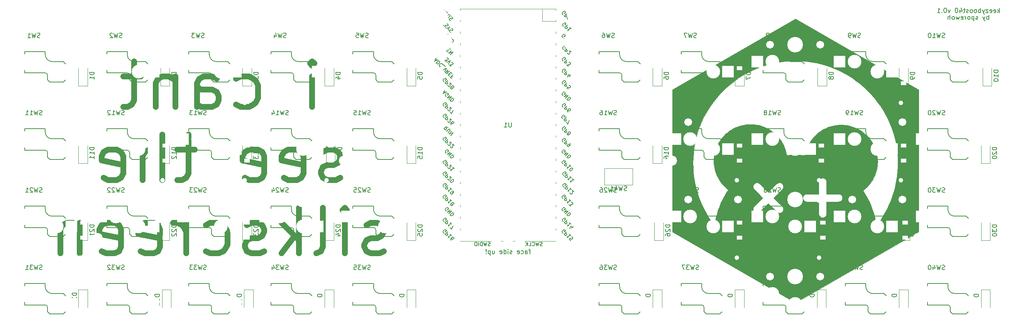
<source format=gbr>
G04 #@! TF.GenerationSoftware,KiCad,Pcbnew,(6.0.4-0)*
G04 #@! TF.CreationDate,2022-10-01T00:01:48-05:00*
G04 #@! TF.ProjectId,keezyboost40,6b65657a-7962-46f6-9f73-7434302e6b69,rev?*
G04 #@! TF.SameCoordinates,Original*
G04 #@! TF.FileFunction,Legend,Bot*
G04 #@! TF.FilePolarity,Positive*
%FSLAX46Y46*%
G04 Gerber Fmt 4.6, Leading zero omitted, Abs format (unit mm)*
G04 Created by KiCad (PCBNEW (6.0.4-0)) date 2022-10-01 00:01:48*
%MOMM*%
%LPD*%
G01*
G04 APERTURE LIST*
%ADD10C,0.050000*%
%ADD11C,0.150000*%
%ADD12C,1.250000*%
%ADD13C,0.120000*%
%ADD14C,3.429000*%
%ADD15C,0.990600*%
%ADD16C,1.701800*%
%ADD17C,3.000000*%
%ADD18R,2.600000X2.600000*%
%ADD19C,2.200000*%
%ADD20C,3.800000*%
%ADD21C,4.000000*%
%ADD22R,1.650000X1.650000*%
%ADD23C,1.650000*%
%ADD24R,1.200000X0.900000*%
%ADD25R,3.500000X1.700000*%
%ADD26O,1.700000X1.700000*%
%ADD27R,1.700000X1.700000*%
%ADD28R,2.180000X1.600000*%
G04 APERTURE END LIST*
D10*
G36*
X184050727Y-77726817D02*
G01*
X157041167Y-62132853D01*
X157041174Y-47023066D01*
X161578437Y-47023066D01*
X161598955Y-47991350D01*
X161659956Y-48949214D01*
X161760610Y-49895829D01*
X161900089Y-50830365D01*
X162077561Y-51751991D01*
X162292198Y-52659880D01*
X162543170Y-53553200D01*
X162829648Y-54431123D01*
X163150801Y-55292819D01*
X163505800Y-56137458D01*
X163893816Y-56964211D01*
X164314019Y-57772248D01*
X164765580Y-58560740D01*
X165247668Y-59328856D01*
X165759454Y-60075768D01*
X166300109Y-60800646D01*
X166378308Y-60260147D01*
X166472504Y-59724969D01*
X166582443Y-59195363D01*
X166707874Y-58671582D01*
X166848545Y-58153879D01*
X167004204Y-57642503D01*
X167170695Y-57149274D01*
X174764129Y-57149274D01*
X174765814Y-57188847D01*
X174769339Y-57228322D01*
X174774702Y-57267628D01*
X174781906Y-57306696D01*
X174790949Y-57345455D01*
X174801831Y-57383836D01*
X174814553Y-57421769D01*
X174829114Y-57459184D01*
X174845515Y-57496012D01*
X174863755Y-57532181D01*
X174883834Y-57567624D01*
X174905753Y-57602269D01*
X174929512Y-57636048D01*
X174955110Y-57668889D01*
X174982547Y-57700724D01*
X175011824Y-57731482D01*
X175042583Y-57760759D01*
X175074417Y-57788196D01*
X175107259Y-57813794D01*
X175141037Y-57837553D01*
X175175682Y-57859472D01*
X175211125Y-57879551D01*
X175247294Y-57897791D01*
X175284122Y-57914192D01*
X175321537Y-57928753D01*
X175359470Y-57941475D01*
X175397851Y-57952357D01*
X175436610Y-57961399D01*
X175475677Y-57968602D01*
X175514983Y-57973966D01*
X175554458Y-57977490D01*
X175594032Y-57979175D01*
X175633635Y-57979020D01*
X175673197Y-57977026D01*
X175712649Y-57973192D01*
X175751920Y-57967519D01*
X175790941Y-57960006D01*
X175829641Y-57950654D01*
X175867952Y-57939462D01*
X175905804Y-57926431D01*
X175943125Y-57911561D01*
X175979848Y-57894851D01*
X176015901Y-57876301D01*
X176051215Y-57855912D01*
X176085720Y-57833683D01*
X176119346Y-57809615D01*
X176152024Y-57783708D01*
X176183684Y-57755961D01*
X176183745Y-57756025D01*
X176183807Y-57756090D01*
X176183934Y-57756220D01*
X176184064Y-57756350D01*
X176184195Y-57756480D01*
X176209189Y-57731482D01*
X178084357Y-55856314D01*
X179984534Y-57756480D01*
X179984787Y-57756220D01*
X179984915Y-57756090D01*
X179985045Y-57755961D01*
X180016703Y-57783708D01*
X180049380Y-57809615D01*
X180083006Y-57833683D01*
X180117510Y-57855912D01*
X180152823Y-57876301D01*
X180188875Y-57894851D01*
X180225597Y-57911561D01*
X180262918Y-57926431D01*
X180300769Y-57939462D01*
X180339079Y-57950654D01*
X180377780Y-57960006D01*
X180416801Y-57967519D01*
X180456071Y-57973192D01*
X180495523Y-57977026D01*
X180535085Y-57979020D01*
X180574688Y-57979175D01*
X180614262Y-57977490D01*
X180653736Y-57973966D01*
X180693043Y-57968602D01*
X180732110Y-57961399D01*
X180770870Y-57952357D01*
X180809251Y-57941475D01*
X180847184Y-57928753D01*
X180884599Y-57914192D01*
X180921427Y-57897791D01*
X180957597Y-57879551D01*
X180993039Y-57859472D01*
X181027685Y-57837553D01*
X181061463Y-57813794D01*
X181094304Y-57788196D01*
X181126139Y-57760759D01*
X181156897Y-57731482D01*
X181186175Y-57700724D01*
X181213613Y-57668889D01*
X181239211Y-57636048D01*
X181262971Y-57602269D01*
X181284890Y-57567624D01*
X181304970Y-57532181D01*
X181323210Y-57496012D01*
X181339611Y-57459184D01*
X181354173Y-57421769D01*
X181366894Y-57383836D01*
X181377777Y-57345455D01*
X181386820Y-57306696D01*
X181394023Y-57267628D01*
X181399387Y-57228322D01*
X181402911Y-57188847D01*
X181404596Y-57149274D01*
X181404441Y-57109671D01*
X181402447Y-57070109D01*
X181398614Y-57030658D01*
X181392941Y-56991387D01*
X181385428Y-56952366D01*
X181376076Y-56913666D01*
X181364885Y-56875355D01*
X181351854Y-56837504D01*
X181336984Y-56800183D01*
X181320274Y-56763461D01*
X181301725Y-56727409D01*
X181281336Y-56692096D01*
X181259108Y-56657591D01*
X181235041Y-56623966D01*
X181209134Y-56591288D01*
X181181388Y-56559630D01*
X181181891Y-56559111D01*
X179281729Y-54658945D01*
X179281736Y-54658938D01*
X185671851Y-54658938D01*
X185672898Y-54701390D01*
X185676008Y-54743302D01*
X185681130Y-54784625D01*
X185688215Y-54825310D01*
X185697213Y-54865308D01*
X185708077Y-54904568D01*
X185720755Y-54943042D01*
X185735199Y-54980680D01*
X185751359Y-55017433D01*
X185769186Y-55053251D01*
X185788631Y-55088086D01*
X185809643Y-55121887D01*
X185832175Y-55154606D01*
X185856176Y-55186192D01*
X185881596Y-55216597D01*
X185908388Y-55245772D01*
X185936501Y-55273666D01*
X185965885Y-55300231D01*
X185996492Y-55325416D01*
X186028272Y-55349174D01*
X186061176Y-55371453D01*
X186095154Y-55392206D01*
X186130157Y-55411382D01*
X186166136Y-55428932D01*
X186203041Y-55444808D01*
X186240823Y-55458958D01*
X186279432Y-55471335D01*
X186318819Y-55481888D01*
X186358935Y-55490569D01*
X186399730Y-55497328D01*
X186441155Y-55502115D01*
X186483161Y-55504881D01*
X186483161Y-55505606D01*
X189170409Y-55505606D01*
X189170409Y-58192847D01*
X189171134Y-58192847D01*
X189173900Y-58234853D01*
X189178687Y-58276279D01*
X189185446Y-58317074D01*
X189194127Y-58357191D01*
X189204680Y-58396578D01*
X189217057Y-58435188D01*
X189231208Y-58472970D01*
X189247083Y-58509875D01*
X189264633Y-58545854D01*
X189283810Y-58580857D01*
X189304562Y-58614835D01*
X189326842Y-58647739D01*
X189350599Y-58679519D01*
X189375785Y-58710125D01*
X189402349Y-58739510D01*
X189430243Y-58767622D01*
X189459417Y-58794414D01*
X189489822Y-58819834D01*
X189521408Y-58843835D01*
X189554127Y-58866366D01*
X189587928Y-58887378D01*
X189622762Y-58906823D01*
X189658579Y-58924650D01*
X189695332Y-58940810D01*
X189732969Y-58955253D01*
X189771442Y-58967931D01*
X189810702Y-58978794D01*
X189850698Y-58987793D01*
X189891382Y-58994878D01*
X189932704Y-59000000D01*
X189974615Y-59003109D01*
X190017066Y-59004156D01*
X190059518Y-59003109D01*
X190101430Y-59000000D01*
X190142753Y-58994878D01*
X190183438Y-58987793D01*
X190223436Y-58978794D01*
X190262696Y-58967931D01*
X190301170Y-58955253D01*
X190338809Y-58940810D01*
X190375562Y-58924650D01*
X190411380Y-58906823D01*
X190446215Y-58887378D01*
X190480016Y-58866366D01*
X190512735Y-58843835D01*
X190544322Y-58819834D01*
X190574727Y-58794414D01*
X190603902Y-58767622D01*
X190631796Y-58739510D01*
X190658361Y-58710125D01*
X190683547Y-58679519D01*
X190707304Y-58647739D01*
X190729584Y-58614835D01*
X190750337Y-58580857D01*
X190769513Y-58545854D01*
X190787064Y-58509875D01*
X190802939Y-58472970D01*
X190817090Y-58435188D01*
X190829466Y-58396578D01*
X190840020Y-58357191D01*
X190848701Y-58317074D01*
X190855459Y-58276279D01*
X190860247Y-58234853D01*
X190863013Y-58192847D01*
X190863730Y-58192847D01*
X190863730Y-55505606D01*
X193550978Y-55505606D01*
X193550978Y-55504881D01*
X193592984Y-55502115D01*
X193634409Y-55497328D01*
X193675204Y-55490569D01*
X193715320Y-55481888D01*
X193754707Y-55471335D01*
X193793317Y-55458958D01*
X193831098Y-55444808D01*
X193868003Y-55428932D01*
X193903982Y-55411382D01*
X193938985Y-55392206D01*
X193972963Y-55371453D01*
X194005867Y-55349174D01*
X194037647Y-55325416D01*
X194068254Y-55300231D01*
X194097639Y-55273666D01*
X194125751Y-55245772D01*
X194152543Y-55216597D01*
X194177964Y-55186192D01*
X194201964Y-55154606D01*
X194224496Y-55121887D01*
X194245509Y-55088086D01*
X194264953Y-55053251D01*
X194282780Y-55017433D01*
X194298940Y-54980680D01*
X194313384Y-54943042D01*
X194326062Y-54904568D01*
X194336926Y-54865308D01*
X194345925Y-54825310D01*
X194353010Y-54784625D01*
X194358131Y-54743302D01*
X194361241Y-54701390D01*
X194362288Y-54658938D01*
X194361241Y-54616487D01*
X194358132Y-54574575D01*
X194353010Y-54533252D01*
X194345925Y-54492568D01*
X194336926Y-54452571D01*
X194326063Y-54413311D01*
X194313385Y-54374838D01*
X194298941Y-54337200D01*
X194282781Y-54300447D01*
X194264955Y-54264629D01*
X194245510Y-54229795D01*
X194224498Y-54195994D01*
X194201967Y-54163276D01*
X194177966Y-54131690D01*
X194152545Y-54101285D01*
X194125754Y-54072111D01*
X194097642Y-54044217D01*
X194068257Y-54017652D01*
X194037650Y-53992467D01*
X194005870Y-53968709D01*
X193972967Y-53946430D01*
X193938988Y-53925677D01*
X193903985Y-53906501D01*
X193868006Y-53888951D01*
X193831101Y-53873076D01*
X193793320Y-53858925D01*
X193754710Y-53846548D01*
X193715323Y-53835995D01*
X193675206Y-53827314D01*
X193634410Y-53820556D01*
X193592985Y-53815768D01*
X193550978Y-53813002D01*
X193550978Y-53812277D01*
X190863730Y-53812277D01*
X190863730Y-51125029D01*
X190863013Y-51125029D01*
X190860247Y-51083023D01*
X190855459Y-51041598D01*
X190848701Y-51000803D01*
X190840020Y-50960687D01*
X190829466Y-50921300D01*
X190817090Y-50882690D01*
X190802939Y-50844909D01*
X190787064Y-50808004D01*
X190769513Y-50772025D01*
X190750337Y-50737021D01*
X190729584Y-50703043D01*
X190707304Y-50670139D01*
X190683547Y-50638359D01*
X190658361Y-50607752D01*
X190631796Y-50578367D01*
X190603902Y-50550254D01*
X190574727Y-50523463D01*
X190544322Y-50498042D01*
X190512735Y-50474041D01*
X190480016Y-50451509D01*
X190446215Y-50430496D01*
X190411380Y-50411051D01*
X190375562Y-50393224D01*
X190338809Y-50377064D01*
X190301170Y-50362620D01*
X190262696Y-50349941D01*
X190223436Y-50339078D01*
X190183438Y-50330079D01*
X190142753Y-50322994D01*
X190101430Y-50317872D01*
X190059518Y-50314763D01*
X190017066Y-50313715D01*
X189974615Y-50314763D01*
X189932704Y-50317872D01*
X189891382Y-50322994D01*
X189850698Y-50330079D01*
X189810701Y-50339078D01*
X189771442Y-50349941D01*
X189732968Y-50362620D01*
X189695331Y-50377064D01*
X189658578Y-50393224D01*
X189622760Y-50411051D01*
X189587925Y-50430496D01*
X189554124Y-50451509D01*
X189521406Y-50474041D01*
X189489819Y-50498042D01*
X189459414Y-50523463D01*
X189430239Y-50550254D01*
X189402345Y-50578367D01*
X189375780Y-50607752D01*
X189350594Y-50638359D01*
X189326837Y-50670139D01*
X189304557Y-50703043D01*
X189283804Y-50737021D01*
X189264627Y-50772025D01*
X189247077Y-50808004D01*
X189231201Y-50844909D01*
X189217050Y-50882690D01*
X189204673Y-50921300D01*
X189194119Y-50960687D01*
X189185439Y-51000803D01*
X189178680Y-51041598D01*
X189173893Y-51083023D01*
X189171126Y-51125029D01*
X189170409Y-51125029D01*
X189170409Y-53812285D01*
X186517470Y-53812285D01*
X186483161Y-53812277D01*
X186483161Y-53812994D01*
X186441155Y-53815761D01*
X186399730Y-53820548D01*
X186358935Y-53827307D01*
X186318819Y-53835987D01*
X186279432Y-53846541D01*
X186240823Y-53858917D01*
X186203041Y-53873068D01*
X186166136Y-53888943D01*
X186130157Y-53906494D01*
X186095154Y-53925670D01*
X186061176Y-53946422D01*
X186028272Y-53968702D01*
X185996492Y-53992459D01*
X185965885Y-54017645D01*
X185936501Y-54044210D01*
X185908388Y-54072104D01*
X185881596Y-54101278D01*
X185856176Y-54131683D01*
X185832175Y-54163270D01*
X185809643Y-54195988D01*
X185788631Y-54229790D01*
X185769186Y-54264624D01*
X185751359Y-54300443D01*
X185735199Y-54337196D01*
X185720755Y-54374834D01*
X185708077Y-54413308D01*
X185697213Y-54452568D01*
X185688215Y-54492565D01*
X185681130Y-54533251D01*
X185676008Y-54574574D01*
X185672898Y-54616486D01*
X185671851Y-54658938D01*
X179281736Y-54658938D01*
X181156897Y-52783770D01*
X181181899Y-52758772D01*
X181181388Y-52758261D01*
X181209134Y-52726602D01*
X181235041Y-52693924D01*
X181259108Y-52660298D01*
X181281336Y-52625793D01*
X181301725Y-52590479D01*
X181320274Y-52554427D01*
X181336984Y-52517705D01*
X181351854Y-52480383D01*
X181364885Y-52442532D01*
X181376076Y-52404222D01*
X181385428Y-52365521D01*
X181392941Y-52326500D01*
X181398614Y-52287229D01*
X181402447Y-52247778D01*
X181404441Y-52208216D01*
X181404596Y-52168613D01*
X181402911Y-52129040D01*
X181399387Y-52089565D01*
X181394023Y-52050259D01*
X181386820Y-52011191D01*
X181377777Y-51972432D01*
X181366894Y-51934051D01*
X181354173Y-51896118D01*
X181339611Y-51858702D01*
X181323210Y-51821875D01*
X181304970Y-51785705D01*
X181284890Y-51750262D01*
X181262971Y-51715616D01*
X181239211Y-51681837D01*
X181213613Y-51648996D01*
X181186175Y-51617160D01*
X181156897Y-51586401D01*
X181126139Y-51557124D01*
X181094304Y-51529687D01*
X181061463Y-51504089D01*
X181027685Y-51480330D01*
X180993039Y-51458411D01*
X180957597Y-51438332D01*
X180921427Y-51420091D01*
X180884599Y-51403691D01*
X180847184Y-51389130D01*
X180809251Y-51376408D01*
X180770870Y-51365526D01*
X180732110Y-51356483D01*
X180693043Y-51349279D01*
X180653736Y-51343916D01*
X180614262Y-51340391D01*
X180574688Y-51338706D01*
X180535085Y-51338861D01*
X180495523Y-51340855D01*
X180456071Y-51344689D01*
X180416801Y-51350362D01*
X180377780Y-51357874D01*
X180339079Y-51367226D01*
X180300769Y-51378418D01*
X180262918Y-51391449D01*
X180225597Y-51406319D01*
X180188875Y-51423029D01*
X180152823Y-51441579D01*
X180117510Y-51461968D01*
X180083006Y-51484196D01*
X180049380Y-51508264D01*
X180016703Y-51534172D01*
X179985045Y-51561919D01*
X179984534Y-51561404D01*
X179959525Y-51586401D01*
X178084357Y-53461577D01*
X176209182Y-51586409D01*
X176208818Y-51586039D01*
X176208635Y-51585854D01*
X176208449Y-51585669D01*
X176184203Y-51561404D01*
X176184135Y-51561467D01*
X176184068Y-51561531D01*
X176183938Y-51561661D01*
X176183684Y-51561919D01*
X176152024Y-51534172D01*
X176119347Y-51508265D01*
X176085720Y-51484198D01*
X176051215Y-51461970D01*
X176015901Y-51441581D01*
X175979848Y-51423032D01*
X175943126Y-51406322D01*
X175905805Y-51391452D01*
X175867954Y-51378421D01*
X175829643Y-51367230D01*
X175790942Y-51357878D01*
X175751922Y-51350365D01*
X175712651Y-51344692D01*
X175673199Y-51340859D01*
X175633638Y-51338865D01*
X175594035Y-51338710D01*
X175554461Y-51340395D01*
X175514987Y-51343919D01*
X175475681Y-51349283D01*
X175436613Y-51356487D01*
X175397854Y-51365530D01*
X175359473Y-51376412D01*
X175321540Y-51389134D01*
X175284125Y-51403695D01*
X175247297Y-51420096D01*
X175211127Y-51438336D01*
X175175685Y-51458416D01*
X175141039Y-51480336D01*
X175107260Y-51504095D01*
X175074419Y-51529693D01*
X175042583Y-51557131D01*
X175011824Y-51586409D01*
X174982547Y-51617167D01*
X174955110Y-51649002D01*
X174929512Y-51681843D01*
X174905753Y-51715622D01*
X174883834Y-51750267D01*
X174863755Y-51785709D01*
X174845515Y-51821879D01*
X174829114Y-51858707D01*
X174814553Y-51896122D01*
X174801831Y-51934055D01*
X174790949Y-51972436D01*
X174781906Y-52011195D01*
X174774702Y-52050262D01*
X174769339Y-52089569D01*
X174765814Y-52129043D01*
X174764129Y-52168617D01*
X174764284Y-52208220D01*
X174766278Y-52247782D01*
X174770112Y-52287233D01*
X174775785Y-52326504D01*
X174783297Y-52365525D01*
X174792649Y-52404225D01*
X174803841Y-52442536D01*
X174816872Y-52480387D01*
X174831742Y-52517708D01*
X174848452Y-52554429D01*
X174867002Y-52590482D01*
X174887391Y-52625795D01*
X174909619Y-52660300D01*
X174933687Y-52693925D01*
X174959595Y-52726602D01*
X174987342Y-52758261D01*
X174987211Y-52758389D01*
X174986953Y-52758647D01*
X174986823Y-52758780D01*
X175011824Y-52783778D01*
X176887000Y-54658945D01*
X175011824Y-56534113D01*
X174986823Y-56559111D01*
X174987342Y-56559630D01*
X174959595Y-56591288D01*
X174933687Y-56623966D01*
X174909619Y-56657591D01*
X174887391Y-56692096D01*
X174867002Y-56727409D01*
X174848452Y-56763461D01*
X174831742Y-56800183D01*
X174816872Y-56837504D01*
X174803841Y-56875355D01*
X174792649Y-56913666D01*
X174783297Y-56952366D01*
X174775785Y-56991387D01*
X174770112Y-57030658D01*
X174766278Y-57070109D01*
X174764284Y-57109671D01*
X174764129Y-57149274D01*
X167170695Y-57149274D01*
X167174599Y-57137709D01*
X167359479Y-56639747D01*
X167558590Y-56148870D01*
X167771683Y-55665329D01*
X167998503Y-55189376D01*
X168238801Y-54721264D01*
X168492323Y-54261244D01*
X168758818Y-53809568D01*
X169038034Y-53366489D01*
X169329718Y-52932257D01*
X168976005Y-52647570D01*
X168639125Y-52343709D01*
X168319904Y-52021498D01*
X168019169Y-51681765D01*
X167737746Y-51325336D01*
X167476460Y-50953035D01*
X167236138Y-50565690D01*
X167017606Y-50164127D01*
X166821691Y-49749171D01*
X166649217Y-49321648D01*
X166501011Y-48882385D01*
X166377899Y-48432208D01*
X166280708Y-47971942D01*
X166210262Y-47502414D01*
X166167389Y-47024449D01*
X166152915Y-46538874D01*
X166163361Y-46126184D01*
X166194365Y-45718889D01*
X166245419Y-45317494D01*
X166316019Y-44922505D01*
X166405659Y-44534426D01*
X166513834Y-44153764D01*
X166640038Y-43781023D01*
X166783766Y-43416710D01*
X166944514Y-43061329D01*
X167121774Y-42715386D01*
X167315042Y-42379386D01*
X167523813Y-42053835D01*
X167747581Y-41739238D01*
X167985841Y-41436100D01*
X168238087Y-41144927D01*
X168503814Y-40866225D01*
X168782517Y-40600498D01*
X169073690Y-40348251D01*
X169376828Y-40109992D01*
X169691425Y-39886224D01*
X170016976Y-39677453D01*
X170352975Y-39484185D01*
X170698918Y-39306924D01*
X171054299Y-39146177D01*
X171418612Y-39002449D01*
X171791352Y-38876244D01*
X172172014Y-38768069D01*
X172560092Y-38678430D01*
X172955081Y-38607830D01*
X173356475Y-38556776D01*
X173763770Y-38525773D01*
X174176459Y-38515326D01*
X174550689Y-38523913D01*
X174920527Y-38549421D01*
X175285596Y-38591477D01*
X175645521Y-38649702D01*
X175999926Y-38723721D01*
X176348434Y-38813157D01*
X176690669Y-38917635D01*
X177026256Y-39036779D01*
X177354817Y-39170211D01*
X177675976Y-39317557D01*
X177989358Y-39478439D01*
X178294586Y-39652481D01*
X178591285Y-39839309D01*
X178879077Y-40038544D01*
X179157587Y-40249811D01*
X179426438Y-40472734D01*
X179685255Y-40706937D01*
X179933661Y-40952043D01*
X180171280Y-41207677D01*
X180397736Y-41473462D01*
X180612652Y-41749021D01*
X180815653Y-42033980D01*
X181006362Y-42327961D01*
X181184404Y-42630588D01*
X181349401Y-42941486D01*
X181500978Y-43260278D01*
X181638759Y-43586587D01*
X181762367Y-43920038D01*
X181871427Y-44260255D01*
X181965561Y-44606861D01*
X182044394Y-44959480D01*
X182107550Y-45317736D01*
X182347379Y-45293435D01*
X182588125Y-45272306D01*
X182829770Y-45254370D01*
X183072290Y-45239647D01*
X183315666Y-45228159D01*
X183559875Y-45219927D01*
X183804898Y-45214973D01*
X184050711Y-45213316D01*
X184050719Y-45213316D01*
X184314326Y-45215221D01*
X184577021Y-45220918D01*
X184838776Y-45230381D01*
X185099566Y-45243584D01*
X185359365Y-45260500D01*
X185618146Y-45281104D01*
X185875884Y-45305369D01*
X186132552Y-45333269D01*
X186199672Y-44979896D01*
X186282076Y-44632162D01*
X186379398Y-44290433D01*
X186491273Y-43955074D01*
X186617335Y-43626452D01*
X186757218Y-43304933D01*
X186910556Y-42990882D01*
X187076983Y-42684665D01*
X187256133Y-42386649D01*
X187447641Y-42097199D01*
X187651140Y-41816680D01*
X187866265Y-41545459D01*
X188092649Y-41283902D01*
X188329927Y-41032375D01*
X188577734Y-40791243D01*
X188835702Y-40560872D01*
X189103466Y-40341629D01*
X189380661Y-40133879D01*
X189666920Y-39937987D01*
X189961878Y-39754321D01*
X190265168Y-39583245D01*
X190576425Y-39425126D01*
X190895283Y-39280329D01*
X191221376Y-39149221D01*
X191554338Y-39032167D01*
X191893804Y-38929533D01*
X192239407Y-38841685D01*
X192590781Y-38768989D01*
X192947561Y-38711811D01*
X193309380Y-38670516D01*
X193675874Y-38645471D01*
X194046675Y-38637041D01*
X194459365Y-38647488D01*
X194866660Y-38678491D01*
X195268055Y-38729545D01*
X195663044Y-38800145D01*
X196051122Y-38889785D01*
X196431784Y-38997960D01*
X196804525Y-39124164D01*
X197168838Y-39267893D01*
X197524219Y-39428640D01*
X197870162Y-39605900D01*
X198206162Y-39799168D01*
X198531713Y-40007939D01*
X198846310Y-40231707D01*
X199149448Y-40469967D01*
X199440621Y-40722213D01*
X199719323Y-40987940D01*
X199985051Y-41266643D01*
X200237297Y-41557816D01*
X200475557Y-41860953D01*
X200699325Y-42175551D01*
X200908096Y-42501102D01*
X201101364Y-42837101D01*
X201278625Y-43183045D01*
X201439372Y-43538425D01*
X201583100Y-43902739D01*
X201709305Y-44275479D01*
X201817480Y-44656142D01*
X201907120Y-45044220D01*
X201977720Y-45439210D01*
X202028774Y-45840605D01*
X202059777Y-46247900D01*
X202070224Y-46660590D01*
X202070223Y-46660590D01*
X202070222Y-46660589D01*
X202070221Y-46660589D01*
X202070221Y-46660588D01*
X202070220Y-46660588D01*
X202070220Y-46660586D01*
X202055620Y-47148250D01*
X202012379Y-47628235D01*
X201941333Y-48099702D01*
X201843319Y-48561816D01*
X201719174Y-49013739D01*
X201569735Y-49454635D01*
X201395838Y-49883667D01*
X201198321Y-50299998D01*
X200978020Y-50702791D01*
X200735772Y-51091209D01*
X200472414Y-51464416D01*
X200188783Y-51821574D01*
X199885716Y-52161848D01*
X199564048Y-52484399D01*
X199224618Y-52788392D01*
X198868262Y-53072989D01*
X199150162Y-53501130D01*
X199420022Y-53937687D01*
X199677606Y-54382425D01*
X199827304Y-54658938D01*
X199922677Y-54835105D01*
X200154999Y-55295492D01*
X200374334Y-55763349D01*
X200580445Y-56238438D01*
X200773096Y-56720523D01*
X200952051Y-57209367D01*
X201117071Y-57704734D01*
X201267921Y-58206386D01*
X201404363Y-58714086D01*
X201526161Y-59227599D01*
X201633078Y-59746686D01*
X201724877Y-60271112D01*
X201801322Y-60800639D01*
X202341976Y-60075761D01*
X202853761Y-59328849D01*
X203335849Y-58560733D01*
X203787408Y-57772242D01*
X204207610Y-56964205D01*
X204595626Y-56137453D01*
X204950625Y-55292814D01*
X205271777Y-54431119D01*
X205558254Y-53553197D01*
X205809226Y-52659877D01*
X206023863Y-51751990D01*
X206201335Y-50830363D01*
X206340813Y-49895828D01*
X206441467Y-48949214D01*
X206502468Y-47991350D01*
X206522986Y-47023066D01*
X206493727Y-45867208D01*
X206406894Y-44726460D01*
X206263902Y-43602237D01*
X206066167Y-42495954D01*
X205815104Y-41409028D01*
X205512129Y-40342873D01*
X205158657Y-39298905D01*
X204756103Y-38278540D01*
X204305884Y-37283192D01*
X203809415Y-36314278D01*
X203268110Y-35373213D01*
X202683387Y-34461413D01*
X202056659Y-33580293D01*
X201389344Y-32731267D01*
X200682855Y-31915753D01*
X199938609Y-31135166D01*
X199158021Y-30390920D01*
X198342507Y-29684431D01*
X197493482Y-29017116D01*
X196612361Y-28390389D01*
X195700560Y-27805665D01*
X194759496Y-27264361D01*
X193790582Y-26767892D01*
X192795234Y-26317673D01*
X191774869Y-25915120D01*
X190730902Y-25561648D01*
X189664747Y-25258673D01*
X188577821Y-25007610D01*
X187471539Y-24809875D01*
X186347316Y-24666883D01*
X185206568Y-24580050D01*
X184050711Y-24550791D01*
X182894854Y-24580050D01*
X181754107Y-24666883D01*
X180629884Y-24809875D01*
X179523602Y-25007610D01*
X178436676Y-25258673D01*
X177370521Y-25561648D01*
X176326554Y-25915120D01*
X175306188Y-26317673D01*
X174310841Y-26767892D01*
X173341927Y-27264361D01*
X172400862Y-27805665D01*
X171489062Y-28390389D01*
X170607941Y-29017116D01*
X169758916Y-29684431D01*
X168943402Y-30390920D01*
X168162814Y-31135166D01*
X167418568Y-31915753D01*
X166712079Y-32731267D01*
X166044763Y-33580293D01*
X165418036Y-34461413D01*
X164833312Y-35373213D01*
X164292008Y-36314278D01*
X163795539Y-37283192D01*
X163345320Y-38278540D01*
X162942766Y-39298905D01*
X162589294Y-40342873D01*
X162286319Y-41409028D01*
X162035256Y-42495954D01*
X161837521Y-43602237D01*
X161694529Y-44726460D01*
X161607696Y-45867208D01*
X161578437Y-47023066D01*
X157041174Y-47023066D01*
X157041182Y-30944903D01*
X184050704Y-15350949D01*
X211060263Y-30944914D01*
X211060258Y-47023066D01*
X211060252Y-62132861D01*
X184050727Y-77726817D01*
G37*
X184050727Y-77726817D02*
X157041167Y-62132853D01*
X157041174Y-47023066D01*
X161578437Y-47023066D01*
X161598955Y-47991350D01*
X161659956Y-48949214D01*
X161760610Y-49895829D01*
X161900089Y-50830365D01*
X162077561Y-51751991D01*
X162292198Y-52659880D01*
X162543170Y-53553200D01*
X162829648Y-54431123D01*
X163150801Y-55292819D01*
X163505800Y-56137458D01*
X163893816Y-56964211D01*
X164314019Y-57772248D01*
X164765580Y-58560740D01*
X165247668Y-59328856D01*
X165759454Y-60075768D01*
X166300109Y-60800646D01*
X166378308Y-60260147D01*
X166472504Y-59724969D01*
X166582443Y-59195363D01*
X166707874Y-58671582D01*
X166848545Y-58153879D01*
X167004204Y-57642503D01*
X167170695Y-57149274D01*
X174764129Y-57149274D01*
X174765814Y-57188847D01*
X174769339Y-57228322D01*
X174774702Y-57267628D01*
X174781906Y-57306696D01*
X174790949Y-57345455D01*
X174801831Y-57383836D01*
X174814553Y-57421769D01*
X174829114Y-57459184D01*
X174845515Y-57496012D01*
X174863755Y-57532181D01*
X174883834Y-57567624D01*
X174905753Y-57602269D01*
X174929512Y-57636048D01*
X174955110Y-57668889D01*
X174982547Y-57700724D01*
X175011824Y-57731482D01*
X175042583Y-57760759D01*
X175074417Y-57788196D01*
X175107259Y-57813794D01*
X175141037Y-57837553D01*
X175175682Y-57859472D01*
X175211125Y-57879551D01*
X175247294Y-57897791D01*
X175284122Y-57914192D01*
X175321537Y-57928753D01*
X175359470Y-57941475D01*
X175397851Y-57952357D01*
X175436610Y-57961399D01*
X175475677Y-57968602D01*
X175514983Y-57973966D01*
X175554458Y-57977490D01*
X175594032Y-57979175D01*
X175633635Y-57979020D01*
X175673197Y-57977026D01*
X175712649Y-57973192D01*
X175751920Y-57967519D01*
X175790941Y-57960006D01*
X175829641Y-57950654D01*
X175867952Y-57939462D01*
X175905804Y-57926431D01*
X175943125Y-57911561D01*
X175979848Y-57894851D01*
X176015901Y-57876301D01*
X176051215Y-57855912D01*
X176085720Y-57833683D01*
X176119346Y-57809615D01*
X176152024Y-57783708D01*
X176183684Y-57755961D01*
X176183745Y-57756025D01*
X176183807Y-57756090D01*
X176183934Y-57756220D01*
X176184064Y-57756350D01*
X176184195Y-57756480D01*
X176209189Y-57731482D01*
X178084357Y-55856314D01*
X179984534Y-57756480D01*
X179984787Y-57756220D01*
X179984915Y-57756090D01*
X179985045Y-57755961D01*
X180016703Y-57783708D01*
X180049380Y-57809615D01*
X180083006Y-57833683D01*
X180117510Y-57855912D01*
X180152823Y-57876301D01*
X180188875Y-57894851D01*
X180225597Y-57911561D01*
X180262918Y-57926431D01*
X180300769Y-57939462D01*
X180339079Y-57950654D01*
X180377780Y-57960006D01*
X180416801Y-57967519D01*
X180456071Y-57973192D01*
X180495523Y-57977026D01*
X180535085Y-57979020D01*
X180574688Y-57979175D01*
X180614262Y-57977490D01*
X180653736Y-57973966D01*
X180693043Y-57968602D01*
X180732110Y-57961399D01*
X180770870Y-57952357D01*
X180809251Y-57941475D01*
X180847184Y-57928753D01*
X180884599Y-57914192D01*
X180921427Y-57897791D01*
X180957597Y-57879551D01*
X180993039Y-57859472D01*
X181027685Y-57837553D01*
X181061463Y-57813794D01*
X181094304Y-57788196D01*
X181126139Y-57760759D01*
X181156897Y-57731482D01*
X181186175Y-57700724D01*
X181213613Y-57668889D01*
X181239211Y-57636048D01*
X181262971Y-57602269D01*
X181284890Y-57567624D01*
X181304970Y-57532181D01*
X181323210Y-57496012D01*
X181339611Y-57459184D01*
X181354173Y-57421769D01*
X181366894Y-57383836D01*
X181377777Y-57345455D01*
X181386820Y-57306696D01*
X181394023Y-57267628D01*
X181399387Y-57228322D01*
X181402911Y-57188847D01*
X181404596Y-57149274D01*
X181404441Y-57109671D01*
X181402447Y-57070109D01*
X181398614Y-57030658D01*
X181392941Y-56991387D01*
X181385428Y-56952366D01*
X181376076Y-56913666D01*
X181364885Y-56875355D01*
X181351854Y-56837504D01*
X181336984Y-56800183D01*
X181320274Y-56763461D01*
X181301725Y-56727409D01*
X181281336Y-56692096D01*
X181259108Y-56657591D01*
X181235041Y-56623966D01*
X181209134Y-56591288D01*
X181181388Y-56559630D01*
X181181891Y-56559111D01*
X179281729Y-54658945D01*
X179281736Y-54658938D01*
X185671851Y-54658938D01*
X185672898Y-54701390D01*
X185676008Y-54743302D01*
X185681130Y-54784625D01*
X185688215Y-54825310D01*
X185697213Y-54865308D01*
X185708077Y-54904568D01*
X185720755Y-54943042D01*
X185735199Y-54980680D01*
X185751359Y-55017433D01*
X185769186Y-55053251D01*
X185788631Y-55088086D01*
X185809643Y-55121887D01*
X185832175Y-55154606D01*
X185856176Y-55186192D01*
X185881596Y-55216597D01*
X185908388Y-55245772D01*
X185936501Y-55273666D01*
X185965885Y-55300231D01*
X185996492Y-55325416D01*
X186028272Y-55349174D01*
X186061176Y-55371453D01*
X186095154Y-55392206D01*
X186130157Y-55411382D01*
X186166136Y-55428932D01*
X186203041Y-55444808D01*
X186240823Y-55458958D01*
X186279432Y-55471335D01*
X186318819Y-55481888D01*
X186358935Y-55490569D01*
X186399730Y-55497328D01*
X186441155Y-55502115D01*
X186483161Y-55504881D01*
X186483161Y-55505606D01*
X189170409Y-55505606D01*
X189170409Y-58192847D01*
X189171134Y-58192847D01*
X189173900Y-58234853D01*
X189178687Y-58276279D01*
X189185446Y-58317074D01*
X189194127Y-58357191D01*
X189204680Y-58396578D01*
X189217057Y-58435188D01*
X189231208Y-58472970D01*
X189247083Y-58509875D01*
X189264633Y-58545854D01*
X189283810Y-58580857D01*
X189304562Y-58614835D01*
X189326842Y-58647739D01*
X189350599Y-58679519D01*
X189375785Y-58710125D01*
X189402349Y-58739510D01*
X189430243Y-58767622D01*
X189459417Y-58794414D01*
X189489822Y-58819834D01*
X189521408Y-58843835D01*
X189554127Y-58866366D01*
X189587928Y-58887378D01*
X189622762Y-58906823D01*
X189658579Y-58924650D01*
X189695332Y-58940810D01*
X189732969Y-58955253D01*
X189771442Y-58967931D01*
X189810702Y-58978794D01*
X189850698Y-58987793D01*
X189891382Y-58994878D01*
X189932704Y-59000000D01*
X189974615Y-59003109D01*
X190017066Y-59004156D01*
X190059518Y-59003109D01*
X190101430Y-59000000D01*
X190142753Y-58994878D01*
X190183438Y-58987793D01*
X190223436Y-58978794D01*
X190262696Y-58967931D01*
X190301170Y-58955253D01*
X190338809Y-58940810D01*
X190375562Y-58924650D01*
X190411380Y-58906823D01*
X190446215Y-58887378D01*
X190480016Y-58866366D01*
X190512735Y-58843835D01*
X190544322Y-58819834D01*
X190574727Y-58794414D01*
X190603902Y-58767622D01*
X190631796Y-58739510D01*
X190658361Y-58710125D01*
X190683547Y-58679519D01*
X190707304Y-58647739D01*
X190729584Y-58614835D01*
X190750337Y-58580857D01*
X190769513Y-58545854D01*
X190787064Y-58509875D01*
X190802939Y-58472970D01*
X190817090Y-58435188D01*
X190829466Y-58396578D01*
X190840020Y-58357191D01*
X190848701Y-58317074D01*
X190855459Y-58276279D01*
X190860247Y-58234853D01*
X190863013Y-58192847D01*
X190863730Y-58192847D01*
X190863730Y-55505606D01*
X193550978Y-55505606D01*
X193550978Y-55504881D01*
X193592984Y-55502115D01*
X193634409Y-55497328D01*
X193675204Y-55490569D01*
X193715320Y-55481888D01*
X193754707Y-55471335D01*
X193793317Y-55458958D01*
X193831098Y-55444808D01*
X193868003Y-55428932D01*
X193903982Y-55411382D01*
X193938985Y-55392206D01*
X193972963Y-55371453D01*
X194005867Y-55349174D01*
X194037647Y-55325416D01*
X194068254Y-55300231D01*
X194097639Y-55273666D01*
X194125751Y-55245772D01*
X194152543Y-55216597D01*
X194177964Y-55186192D01*
X194201964Y-55154606D01*
X194224496Y-55121887D01*
X194245509Y-55088086D01*
X194264953Y-55053251D01*
X194282780Y-55017433D01*
X194298940Y-54980680D01*
X194313384Y-54943042D01*
X194326062Y-54904568D01*
X194336926Y-54865308D01*
X194345925Y-54825310D01*
X194353010Y-54784625D01*
X194358131Y-54743302D01*
X194361241Y-54701390D01*
X194362288Y-54658938D01*
X194361241Y-54616487D01*
X194358132Y-54574575D01*
X194353010Y-54533252D01*
X194345925Y-54492568D01*
X194336926Y-54452571D01*
X194326063Y-54413311D01*
X194313385Y-54374838D01*
X194298941Y-54337200D01*
X194282781Y-54300447D01*
X194264955Y-54264629D01*
X194245510Y-54229795D01*
X194224498Y-54195994D01*
X194201967Y-54163276D01*
X194177966Y-54131690D01*
X194152545Y-54101285D01*
X194125754Y-54072111D01*
X194097642Y-54044217D01*
X194068257Y-54017652D01*
X194037650Y-53992467D01*
X194005870Y-53968709D01*
X193972967Y-53946430D01*
X193938988Y-53925677D01*
X193903985Y-53906501D01*
X193868006Y-53888951D01*
X193831101Y-53873076D01*
X193793320Y-53858925D01*
X193754710Y-53846548D01*
X193715323Y-53835995D01*
X193675206Y-53827314D01*
X193634410Y-53820556D01*
X193592985Y-53815768D01*
X193550978Y-53813002D01*
X193550978Y-53812277D01*
X190863730Y-53812277D01*
X190863730Y-51125029D01*
X190863013Y-51125029D01*
X190860247Y-51083023D01*
X190855459Y-51041598D01*
X190848701Y-51000803D01*
X190840020Y-50960687D01*
X190829466Y-50921300D01*
X190817090Y-50882690D01*
X190802939Y-50844909D01*
X190787064Y-50808004D01*
X190769513Y-50772025D01*
X190750337Y-50737021D01*
X190729584Y-50703043D01*
X190707304Y-50670139D01*
X190683547Y-50638359D01*
X190658361Y-50607752D01*
X190631796Y-50578367D01*
X190603902Y-50550254D01*
X190574727Y-50523463D01*
X190544322Y-50498042D01*
X190512735Y-50474041D01*
X190480016Y-50451509D01*
X190446215Y-50430496D01*
X190411380Y-50411051D01*
X190375562Y-50393224D01*
X190338809Y-50377064D01*
X190301170Y-50362620D01*
X190262696Y-50349941D01*
X190223436Y-50339078D01*
X190183438Y-50330079D01*
X190142753Y-50322994D01*
X190101430Y-50317872D01*
X190059518Y-50314763D01*
X190017066Y-50313715D01*
X189974615Y-50314763D01*
X189932704Y-50317872D01*
X189891382Y-50322994D01*
X189850698Y-50330079D01*
X189810701Y-50339078D01*
X189771442Y-50349941D01*
X189732968Y-50362620D01*
X189695331Y-50377064D01*
X189658578Y-50393224D01*
X189622760Y-50411051D01*
X189587925Y-50430496D01*
X189554124Y-50451509D01*
X189521406Y-50474041D01*
X189489819Y-50498042D01*
X189459414Y-50523463D01*
X189430239Y-50550254D01*
X189402345Y-50578367D01*
X189375780Y-50607752D01*
X189350594Y-50638359D01*
X189326837Y-50670139D01*
X189304557Y-50703043D01*
X189283804Y-50737021D01*
X189264627Y-50772025D01*
X189247077Y-50808004D01*
X189231201Y-50844909D01*
X189217050Y-50882690D01*
X189204673Y-50921300D01*
X189194119Y-50960687D01*
X189185439Y-51000803D01*
X189178680Y-51041598D01*
X189173893Y-51083023D01*
X189171126Y-51125029D01*
X189170409Y-51125029D01*
X189170409Y-53812285D01*
X186517470Y-53812285D01*
X186483161Y-53812277D01*
X186483161Y-53812994D01*
X186441155Y-53815761D01*
X186399730Y-53820548D01*
X186358935Y-53827307D01*
X186318819Y-53835987D01*
X186279432Y-53846541D01*
X186240823Y-53858917D01*
X186203041Y-53873068D01*
X186166136Y-53888943D01*
X186130157Y-53906494D01*
X186095154Y-53925670D01*
X186061176Y-53946422D01*
X186028272Y-53968702D01*
X185996492Y-53992459D01*
X185965885Y-54017645D01*
X185936501Y-54044210D01*
X185908388Y-54072104D01*
X185881596Y-54101278D01*
X185856176Y-54131683D01*
X185832175Y-54163270D01*
X185809643Y-54195988D01*
X185788631Y-54229790D01*
X185769186Y-54264624D01*
X185751359Y-54300443D01*
X185735199Y-54337196D01*
X185720755Y-54374834D01*
X185708077Y-54413308D01*
X185697213Y-54452568D01*
X185688215Y-54492565D01*
X185681130Y-54533251D01*
X185676008Y-54574574D01*
X185672898Y-54616486D01*
X185671851Y-54658938D01*
X179281736Y-54658938D01*
X181156897Y-52783770D01*
X181181899Y-52758772D01*
X181181388Y-52758261D01*
X181209134Y-52726602D01*
X181235041Y-52693924D01*
X181259108Y-52660298D01*
X181281336Y-52625793D01*
X181301725Y-52590479D01*
X181320274Y-52554427D01*
X181336984Y-52517705D01*
X181351854Y-52480383D01*
X181364885Y-52442532D01*
X181376076Y-52404222D01*
X181385428Y-52365521D01*
X181392941Y-52326500D01*
X181398614Y-52287229D01*
X181402447Y-52247778D01*
X181404441Y-52208216D01*
X181404596Y-52168613D01*
X181402911Y-52129040D01*
X181399387Y-52089565D01*
X181394023Y-52050259D01*
X181386820Y-52011191D01*
X181377777Y-51972432D01*
X181366894Y-51934051D01*
X181354173Y-51896118D01*
X181339611Y-51858702D01*
X181323210Y-51821875D01*
X181304970Y-51785705D01*
X181284890Y-51750262D01*
X181262971Y-51715616D01*
X181239211Y-51681837D01*
X181213613Y-51648996D01*
X181186175Y-51617160D01*
X181156897Y-51586401D01*
X181126139Y-51557124D01*
X181094304Y-51529687D01*
X181061463Y-51504089D01*
X181027685Y-51480330D01*
X180993039Y-51458411D01*
X180957597Y-51438332D01*
X180921427Y-51420091D01*
X180884599Y-51403691D01*
X180847184Y-51389130D01*
X180809251Y-51376408D01*
X180770870Y-51365526D01*
X180732110Y-51356483D01*
X180693043Y-51349279D01*
X180653736Y-51343916D01*
X180614262Y-51340391D01*
X180574688Y-51338706D01*
X180535085Y-51338861D01*
X180495523Y-51340855D01*
X180456071Y-51344689D01*
X180416801Y-51350362D01*
X180377780Y-51357874D01*
X180339079Y-51367226D01*
X180300769Y-51378418D01*
X180262918Y-51391449D01*
X180225597Y-51406319D01*
X180188875Y-51423029D01*
X180152823Y-51441579D01*
X180117510Y-51461968D01*
X180083006Y-51484196D01*
X180049380Y-51508264D01*
X180016703Y-51534172D01*
X179985045Y-51561919D01*
X179984534Y-51561404D01*
X179959525Y-51586401D01*
X178084357Y-53461577D01*
X176209182Y-51586409D01*
X176208818Y-51586039D01*
X176208635Y-51585854D01*
X176208449Y-51585669D01*
X176184203Y-51561404D01*
X176184135Y-51561467D01*
X176184068Y-51561531D01*
X176183938Y-51561661D01*
X176183684Y-51561919D01*
X176152024Y-51534172D01*
X176119347Y-51508265D01*
X176085720Y-51484198D01*
X176051215Y-51461970D01*
X176015901Y-51441581D01*
X175979848Y-51423032D01*
X175943126Y-51406322D01*
X175905805Y-51391452D01*
X175867954Y-51378421D01*
X175829643Y-51367230D01*
X175790942Y-51357878D01*
X175751922Y-51350365D01*
X175712651Y-51344692D01*
X175673199Y-51340859D01*
X175633638Y-51338865D01*
X175594035Y-51338710D01*
X175554461Y-51340395D01*
X175514987Y-51343919D01*
X175475681Y-51349283D01*
X175436613Y-51356487D01*
X175397854Y-51365530D01*
X175359473Y-51376412D01*
X175321540Y-51389134D01*
X175284125Y-51403695D01*
X175247297Y-51420096D01*
X175211127Y-51438336D01*
X175175685Y-51458416D01*
X175141039Y-51480336D01*
X175107260Y-51504095D01*
X175074419Y-51529693D01*
X175042583Y-51557131D01*
X175011824Y-51586409D01*
X174982547Y-51617167D01*
X174955110Y-51649002D01*
X174929512Y-51681843D01*
X174905753Y-51715622D01*
X174883834Y-51750267D01*
X174863755Y-51785709D01*
X174845515Y-51821879D01*
X174829114Y-51858707D01*
X174814553Y-51896122D01*
X174801831Y-51934055D01*
X174790949Y-51972436D01*
X174781906Y-52011195D01*
X174774702Y-52050262D01*
X174769339Y-52089569D01*
X174765814Y-52129043D01*
X174764129Y-52168617D01*
X174764284Y-52208220D01*
X174766278Y-52247782D01*
X174770112Y-52287233D01*
X174775785Y-52326504D01*
X174783297Y-52365525D01*
X174792649Y-52404225D01*
X174803841Y-52442536D01*
X174816872Y-52480387D01*
X174831742Y-52517708D01*
X174848452Y-52554429D01*
X174867002Y-52590482D01*
X174887391Y-52625795D01*
X174909619Y-52660300D01*
X174933687Y-52693925D01*
X174959595Y-52726602D01*
X174987342Y-52758261D01*
X174987211Y-52758389D01*
X174986953Y-52758647D01*
X174986823Y-52758780D01*
X175011824Y-52783778D01*
X176887000Y-54658945D01*
X175011824Y-56534113D01*
X174986823Y-56559111D01*
X174987342Y-56559630D01*
X174959595Y-56591288D01*
X174933687Y-56623966D01*
X174909619Y-56657591D01*
X174887391Y-56692096D01*
X174867002Y-56727409D01*
X174848452Y-56763461D01*
X174831742Y-56800183D01*
X174816872Y-56837504D01*
X174803841Y-56875355D01*
X174792649Y-56913666D01*
X174783297Y-56952366D01*
X174775785Y-56991387D01*
X174770112Y-57030658D01*
X174766278Y-57070109D01*
X174764284Y-57109671D01*
X174764129Y-57149274D01*
X167170695Y-57149274D01*
X167174599Y-57137709D01*
X167359479Y-56639747D01*
X167558590Y-56148870D01*
X167771683Y-55665329D01*
X167998503Y-55189376D01*
X168238801Y-54721264D01*
X168492323Y-54261244D01*
X168758818Y-53809568D01*
X169038034Y-53366489D01*
X169329718Y-52932257D01*
X168976005Y-52647570D01*
X168639125Y-52343709D01*
X168319904Y-52021498D01*
X168019169Y-51681765D01*
X167737746Y-51325336D01*
X167476460Y-50953035D01*
X167236138Y-50565690D01*
X167017606Y-50164127D01*
X166821691Y-49749171D01*
X166649217Y-49321648D01*
X166501011Y-48882385D01*
X166377899Y-48432208D01*
X166280708Y-47971942D01*
X166210262Y-47502414D01*
X166167389Y-47024449D01*
X166152915Y-46538874D01*
X166163361Y-46126184D01*
X166194365Y-45718889D01*
X166245419Y-45317494D01*
X166316019Y-44922505D01*
X166405659Y-44534426D01*
X166513834Y-44153764D01*
X166640038Y-43781023D01*
X166783766Y-43416710D01*
X166944514Y-43061329D01*
X167121774Y-42715386D01*
X167315042Y-42379386D01*
X167523813Y-42053835D01*
X167747581Y-41739238D01*
X167985841Y-41436100D01*
X168238087Y-41144927D01*
X168503814Y-40866225D01*
X168782517Y-40600498D01*
X169073690Y-40348251D01*
X169376828Y-40109992D01*
X169691425Y-39886224D01*
X170016976Y-39677453D01*
X170352975Y-39484185D01*
X170698918Y-39306924D01*
X171054299Y-39146177D01*
X171418612Y-39002449D01*
X171791352Y-38876244D01*
X172172014Y-38768069D01*
X172560092Y-38678430D01*
X172955081Y-38607830D01*
X173356475Y-38556776D01*
X173763770Y-38525773D01*
X174176459Y-38515326D01*
X174550689Y-38523913D01*
X174920527Y-38549421D01*
X175285596Y-38591477D01*
X175645521Y-38649702D01*
X175999926Y-38723721D01*
X176348434Y-38813157D01*
X176690669Y-38917635D01*
X177026256Y-39036779D01*
X177354817Y-39170211D01*
X177675976Y-39317557D01*
X177989358Y-39478439D01*
X178294586Y-39652481D01*
X178591285Y-39839309D01*
X178879077Y-40038544D01*
X179157587Y-40249811D01*
X179426438Y-40472734D01*
X179685255Y-40706937D01*
X179933661Y-40952043D01*
X180171280Y-41207677D01*
X180397736Y-41473462D01*
X180612652Y-41749021D01*
X180815653Y-42033980D01*
X181006362Y-42327961D01*
X181184404Y-42630588D01*
X181349401Y-42941486D01*
X181500978Y-43260278D01*
X181638759Y-43586587D01*
X181762367Y-43920038D01*
X181871427Y-44260255D01*
X181965561Y-44606861D01*
X182044394Y-44959480D01*
X182107550Y-45317736D01*
X182347379Y-45293435D01*
X182588125Y-45272306D01*
X182829770Y-45254370D01*
X183072290Y-45239647D01*
X183315666Y-45228159D01*
X183559875Y-45219927D01*
X183804898Y-45214973D01*
X184050711Y-45213316D01*
X184050719Y-45213316D01*
X184314326Y-45215221D01*
X184577021Y-45220918D01*
X184838776Y-45230381D01*
X185099566Y-45243584D01*
X185359365Y-45260500D01*
X185618146Y-45281104D01*
X185875884Y-45305369D01*
X186132552Y-45333269D01*
X186199672Y-44979896D01*
X186282076Y-44632162D01*
X186379398Y-44290433D01*
X186491273Y-43955074D01*
X186617335Y-43626452D01*
X186757218Y-43304933D01*
X186910556Y-42990882D01*
X187076983Y-42684665D01*
X187256133Y-42386649D01*
X187447641Y-42097199D01*
X187651140Y-41816680D01*
X187866265Y-41545459D01*
X188092649Y-41283902D01*
X188329927Y-41032375D01*
X188577734Y-40791243D01*
X188835702Y-40560872D01*
X189103466Y-40341629D01*
X189380661Y-40133879D01*
X189666920Y-39937987D01*
X189961878Y-39754321D01*
X190265168Y-39583245D01*
X190576425Y-39425126D01*
X190895283Y-39280329D01*
X191221376Y-39149221D01*
X191554338Y-39032167D01*
X191893804Y-38929533D01*
X192239407Y-38841685D01*
X192590781Y-38768989D01*
X192947561Y-38711811D01*
X193309380Y-38670516D01*
X193675874Y-38645471D01*
X194046675Y-38637041D01*
X194459365Y-38647488D01*
X194866660Y-38678491D01*
X195268055Y-38729545D01*
X195663044Y-38800145D01*
X196051122Y-38889785D01*
X196431784Y-38997960D01*
X196804525Y-39124164D01*
X197168838Y-39267893D01*
X197524219Y-39428640D01*
X197870162Y-39605900D01*
X198206162Y-39799168D01*
X198531713Y-40007939D01*
X198846310Y-40231707D01*
X199149448Y-40469967D01*
X199440621Y-40722213D01*
X199719323Y-40987940D01*
X199985051Y-41266643D01*
X200237297Y-41557816D01*
X200475557Y-41860953D01*
X200699325Y-42175551D01*
X200908096Y-42501102D01*
X201101364Y-42837101D01*
X201278625Y-43183045D01*
X201439372Y-43538425D01*
X201583100Y-43902739D01*
X201709305Y-44275479D01*
X201817480Y-44656142D01*
X201907120Y-45044220D01*
X201977720Y-45439210D01*
X202028774Y-45840605D01*
X202059777Y-46247900D01*
X202070224Y-46660590D01*
X202070223Y-46660590D01*
X202070222Y-46660589D01*
X202070221Y-46660589D01*
X202070221Y-46660588D01*
X202070220Y-46660588D01*
X202070220Y-46660586D01*
X202055620Y-47148250D01*
X202012379Y-47628235D01*
X201941333Y-48099702D01*
X201843319Y-48561816D01*
X201719174Y-49013739D01*
X201569735Y-49454635D01*
X201395838Y-49883667D01*
X201198321Y-50299998D01*
X200978020Y-50702791D01*
X200735772Y-51091209D01*
X200472414Y-51464416D01*
X200188783Y-51821574D01*
X199885716Y-52161848D01*
X199564048Y-52484399D01*
X199224618Y-52788392D01*
X198868262Y-53072989D01*
X199150162Y-53501130D01*
X199420022Y-53937687D01*
X199677606Y-54382425D01*
X199827304Y-54658938D01*
X199922677Y-54835105D01*
X200154999Y-55295492D01*
X200374334Y-55763349D01*
X200580445Y-56238438D01*
X200773096Y-56720523D01*
X200952051Y-57209367D01*
X201117071Y-57704734D01*
X201267921Y-58206386D01*
X201404363Y-58714086D01*
X201526161Y-59227599D01*
X201633078Y-59746686D01*
X201724877Y-60271112D01*
X201801322Y-60800639D01*
X202341976Y-60075761D01*
X202853761Y-59328849D01*
X203335849Y-58560733D01*
X203787408Y-57772242D01*
X204207610Y-56964205D01*
X204595626Y-56137453D01*
X204950625Y-55292814D01*
X205271777Y-54431119D01*
X205558254Y-53553197D01*
X205809226Y-52659877D01*
X206023863Y-51751990D01*
X206201335Y-50830363D01*
X206340813Y-49895828D01*
X206441467Y-48949214D01*
X206502468Y-47991350D01*
X206522986Y-47023066D01*
X206493727Y-45867208D01*
X206406894Y-44726460D01*
X206263902Y-43602237D01*
X206066167Y-42495954D01*
X205815104Y-41409028D01*
X205512129Y-40342873D01*
X205158657Y-39298905D01*
X204756103Y-38278540D01*
X204305884Y-37283192D01*
X203809415Y-36314278D01*
X203268110Y-35373213D01*
X202683387Y-34461413D01*
X202056659Y-33580293D01*
X201389344Y-32731267D01*
X200682855Y-31915753D01*
X199938609Y-31135166D01*
X199158021Y-30390920D01*
X198342507Y-29684431D01*
X197493482Y-29017116D01*
X196612361Y-28390389D01*
X195700560Y-27805665D01*
X194759496Y-27264361D01*
X193790582Y-26767892D01*
X192795234Y-26317673D01*
X191774869Y-25915120D01*
X190730902Y-25561648D01*
X189664747Y-25258673D01*
X188577821Y-25007610D01*
X187471539Y-24809875D01*
X186347316Y-24666883D01*
X185206568Y-24580050D01*
X184050711Y-24550791D01*
X182894854Y-24580050D01*
X181754107Y-24666883D01*
X180629884Y-24809875D01*
X179523602Y-25007610D01*
X178436676Y-25258673D01*
X177370521Y-25561648D01*
X176326554Y-25915120D01*
X175306188Y-26317673D01*
X174310841Y-26767892D01*
X173341927Y-27264361D01*
X172400862Y-27805665D01*
X171489062Y-28390389D01*
X170607941Y-29017116D01*
X169758916Y-29684431D01*
X168943402Y-30390920D01*
X168162814Y-31135166D01*
X167418568Y-31915753D01*
X166712079Y-32731267D01*
X166044763Y-33580293D01*
X165418036Y-34461413D01*
X164833312Y-35373213D01*
X164292008Y-36314278D01*
X163795539Y-37283192D01*
X163345320Y-38278540D01*
X162942766Y-39298905D01*
X162589294Y-40342873D01*
X162286319Y-41409028D01*
X162035256Y-42495954D01*
X161837521Y-43602237D01*
X161694529Y-44726460D01*
X161607696Y-45867208D01*
X161578437Y-47023066D01*
X157041174Y-47023066D01*
X157041182Y-30944903D01*
X184050704Y-15350949D01*
X211060263Y-30944914D01*
X211060258Y-47023066D01*
X211060252Y-62132861D01*
X184050727Y-77726817D01*
D11*
X226452380Y-15452380D02*
X226452380Y-14452380D01*
X226452380Y-14833333D02*
X226357142Y-14785714D01*
X226166666Y-14785714D01*
X226071428Y-14833333D01*
X226023809Y-14880952D01*
X225976190Y-14976190D01*
X225976190Y-15261904D01*
X226023809Y-15357142D01*
X226071428Y-15404761D01*
X226166666Y-15452380D01*
X226357142Y-15452380D01*
X226452380Y-15404761D01*
X225642857Y-14785714D02*
X225404761Y-15452380D01*
X225166666Y-14785714D02*
X225404761Y-15452380D01*
X225500000Y-15690476D01*
X225547619Y-15738095D01*
X225642857Y-15785714D01*
X224071428Y-15404761D02*
X223976190Y-15452380D01*
X223785714Y-15452380D01*
X223690476Y-15404761D01*
X223642857Y-15309523D01*
X223642857Y-15261904D01*
X223690476Y-15166666D01*
X223785714Y-15119047D01*
X223928571Y-15119047D01*
X224023809Y-15071428D01*
X224071428Y-14976190D01*
X224071428Y-14928571D01*
X224023809Y-14833333D01*
X223928571Y-14785714D01*
X223785714Y-14785714D01*
X223690476Y-14833333D01*
X223214285Y-14785714D02*
X223214285Y-15785714D01*
X223214285Y-14833333D02*
X223119047Y-14785714D01*
X222928571Y-14785714D01*
X222833333Y-14833333D01*
X222785714Y-14880952D01*
X222738095Y-14976190D01*
X222738095Y-15261904D01*
X222785714Y-15357142D01*
X222833333Y-15404761D01*
X222928571Y-15452380D01*
X223119047Y-15452380D01*
X223214285Y-15404761D01*
X222166666Y-15452380D02*
X222261904Y-15404761D01*
X222309523Y-15357142D01*
X222357142Y-15261904D01*
X222357142Y-14976190D01*
X222309523Y-14880952D01*
X222261904Y-14833333D01*
X222166666Y-14785714D01*
X222023809Y-14785714D01*
X221928571Y-14833333D01*
X221880952Y-14880952D01*
X221833333Y-14976190D01*
X221833333Y-15261904D01*
X221880952Y-15357142D01*
X221928571Y-15404761D01*
X222023809Y-15452380D01*
X222166666Y-15452380D01*
X221404761Y-15452380D02*
X221404761Y-14785714D01*
X221404761Y-14976190D02*
X221357142Y-14880952D01*
X221309523Y-14833333D01*
X221214285Y-14785714D01*
X221119047Y-14785714D01*
X220404761Y-15404761D02*
X220500000Y-15452380D01*
X220690476Y-15452380D01*
X220785714Y-15404761D01*
X220833333Y-15309523D01*
X220833333Y-14928571D01*
X220785714Y-14833333D01*
X220690476Y-14785714D01*
X220500000Y-14785714D01*
X220404761Y-14833333D01*
X220357142Y-14928571D01*
X220357142Y-15023809D01*
X220833333Y-15119047D01*
X220023809Y-14785714D02*
X219833333Y-15452380D01*
X219642857Y-14976190D01*
X219452380Y-15452380D01*
X219261904Y-14785714D01*
X218738095Y-15452380D02*
X218833333Y-15404761D01*
X218880952Y-15357142D01*
X218928571Y-15261904D01*
X218928571Y-14976190D01*
X218880952Y-14880952D01*
X218833333Y-14833333D01*
X218738095Y-14785714D01*
X218595238Y-14785714D01*
X218500000Y-14833333D01*
X218452380Y-14880952D01*
X218404761Y-14976190D01*
X218404761Y-15261904D01*
X218452380Y-15357142D01*
X218500000Y-15404761D01*
X218595238Y-15452380D01*
X218738095Y-15452380D01*
X217976190Y-15452380D02*
X217976190Y-14452380D01*
X217547619Y-15452380D02*
X217547619Y-14928571D01*
X217595238Y-14833333D01*
X217690476Y-14785714D01*
X217833333Y-14785714D01*
X217928571Y-14833333D01*
X217976190Y-14880952D01*
X125928571Y-66285714D02*
X125547619Y-66285714D01*
X125785714Y-66952380D02*
X125785714Y-66095238D01*
X125738095Y-66000000D01*
X125642857Y-65952380D01*
X125547619Y-65952380D01*
X124785714Y-66952380D02*
X124785714Y-66428571D01*
X124833333Y-66333333D01*
X124928571Y-66285714D01*
X125119047Y-66285714D01*
X125214285Y-66333333D01*
X124785714Y-66904761D02*
X124880952Y-66952380D01*
X125119047Y-66952380D01*
X125214285Y-66904761D01*
X125261904Y-66809523D01*
X125261904Y-66714285D01*
X125214285Y-66619047D01*
X125119047Y-66571428D01*
X124880952Y-66571428D01*
X124785714Y-66523809D01*
X123880952Y-66904761D02*
X123976190Y-66952380D01*
X124166666Y-66952380D01*
X124261904Y-66904761D01*
X124309523Y-66857142D01*
X124357142Y-66761904D01*
X124357142Y-66476190D01*
X124309523Y-66380952D01*
X124261904Y-66333333D01*
X124166666Y-66285714D01*
X123976190Y-66285714D01*
X123880952Y-66333333D01*
X123071428Y-66904761D02*
X123166666Y-66952380D01*
X123357142Y-66952380D01*
X123452380Y-66904761D01*
X123500000Y-66809523D01*
X123500000Y-66428571D01*
X123452380Y-66333333D01*
X123357142Y-66285714D01*
X123166666Y-66285714D01*
X123071428Y-66333333D01*
X123023809Y-66428571D01*
X123023809Y-66523809D01*
X123500000Y-66619047D01*
X121880952Y-66904761D02*
X121785714Y-66952380D01*
X121595238Y-66952380D01*
X121500000Y-66904761D01*
X121452380Y-66809523D01*
X121452380Y-66761904D01*
X121500000Y-66666666D01*
X121595238Y-66619047D01*
X121738095Y-66619047D01*
X121833333Y-66571428D01*
X121880952Y-66476190D01*
X121880952Y-66428571D01*
X121833333Y-66333333D01*
X121738095Y-66285714D01*
X121595238Y-66285714D01*
X121500000Y-66333333D01*
X121023809Y-66952380D02*
X121023809Y-66285714D01*
X121023809Y-65952380D02*
X121071428Y-66000000D01*
X121023809Y-66047619D01*
X120976190Y-66000000D01*
X121023809Y-65952380D01*
X121023809Y-66047619D01*
X120119047Y-66952380D02*
X120119047Y-65952380D01*
X120119047Y-66904761D02*
X120214285Y-66952380D01*
X120404761Y-66952380D01*
X120500000Y-66904761D01*
X120547619Y-66857142D01*
X120595238Y-66761904D01*
X120595238Y-66476190D01*
X120547619Y-66380952D01*
X120500000Y-66333333D01*
X120404761Y-66285714D01*
X120214285Y-66285714D01*
X120119047Y-66333333D01*
X119261904Y-66904761D02*
X119357142Y-66952380D01*
X119547619Y-66952380D01*
X119642857Y-66904761D01*
X119690476Y-66809523D01*
X119690476Y-66428571D01*
X119642857Y-66333333D01*
X119547619Y-66285714D01*
X119357142Y-66285714D01*
X119261904Y-66333333D01*
X119214285Y-66428571D01*
X119214285Y-66523809D01*
X119690476Y-66619047D01*
X117595238Y-66285714D02*
X117595238Y-66952380D01*
X118023809Y-66285714D02*
X118023809Y-66809523D01*
X117976190Y-66904761D01*
X117880952Y-66952380D01*
X117738095Y-66952380D01*
X117642857Y-66904761D01*
X117595238Y-66857142D01*
X117119047Y-66285714D02*
X117119047Y-67285714D01*
X117119047Y-66333333D02*
X117023809Y-66285714D01*
X116833333Y-66285714D01*
X116738095Y-66333333D01*
X116690476Y-66380952D01*
X116642857Y-66476190D01*
X116642857Y-66761904D01*
X116690476Y-66857142D01*
X116738095Y-66904761D01*
X116833333Y-66952380D01*
X117023809Y-66952380D01*
X117119047Y-66904761D01*
X116214285Y-66857142D02*
X116166666Y-66904761D01*
X116214285Y-66952380D01*
X116261904Y-66904761D01*
X116214285Y-66857142D01*
X116214285Y-66952380D01*
X116214285Y-66571428D02*
X116261904Y-66000000D01*
X116214285Y-65952380D01*
X116166666Y-66000000D01*
X116214285Y-66571428D01*
X116214285Y-65952380D01*
X228761904Y-13952380D02*
X228761904Y-12952380D01*
X228666666Y-13571428D02*
X228380952Y-13952380D01*
X228380952Y-13285714D02*
X228761904Y-13666666D01*
X227571428Y-13904761D02*
X227666666Y-13952380D01*
X227857142Y-13952380D01*
X227952380Y-13904761D01*
X228000000Y-13809523D01*
X228000000Y-13428571D01*
X227952380Y-13333333D01*
X227857142Y-13285714D01*
X227666666Y-13285714D01*
X227571428Y-13333333D01*
X227523809Y-13428571D01*
X227523809Y-13523809D01*
X228000000Y-13619047D01*
X226714285Y-13904761D02*
X226809523Y-13952380D01*
X227000000Y-13952380D01*
X227095238Y-13904761D01*
X227142857Y-13809523D01*
X227142857Y-13428571D01*
X227095238Y-13333333D01*
X227000000Y-13285714D01*
X226809523Y-13285714D01*
X226714285Y-13333333D01*
X226666666Y-13428571D01*
X226666666Y-13523809D01*
X227142857Y-13619047D01*
X226333333Y-13285714D02*
X225809523Y-13285714D01*
X226333333Y-13952380D01*
X225809523Y-13952380D01*
X225523809Y-13285714D02*
X225285714Y-13952380D01*
X225047619Y-13285714D02*
X225285714Y-13952380D01*
X225380952Y-14190476D01*
X225428571Y-14238095D01*
X225523809Y-14285714D01*
X224666666Y-13952380D02*
X224666666Y-12952380D01*
X224666666Y-13333333D02*
X224571428Y-13285714D01*
X224380952Y-13285714D01*
X224285714Y-13333333D01*
X224238095Y-13380952D01*
X224190476Y-13476190D01*
X224190476Y-13761904D01*
X224238095Y-13857142D01*
X224285714Y-13904761D01*
X224380952Y-13952380D01*
X224571428Y-13952380D01*
X224666666Y-13904761D01*
X223619047Y-13952380D02*
X223714285Y-13904761D01*
X223761904Y-13857142D01*
X223809523Y-13761904D01*
X223809523Y-13476190D01*
X223761904Y-13380952D01*
X223714285Y-13333333D01*
X223619047Y-13285714D01*
X223476190Y-13285714D01*
X223380952Y-13333333D01*
X223333333Y-13380952D01*
X223285714Y-13476190D01*
X223285714Y-13761904D01*
X223333333Y-13857142D01*
X223380952Y-13904761D01*
X223476190Y-13952380D01*
X223619047Y-13952380D01*
X222714285Y-13952380D02*
X222809523Y-13904761D01*
X222857142Y-13857142D01*
X222904761Y-13761904D01*
X222904761Y-13476190D01*
X222857142Y-13380952D01*
X222809523Y-13333333D01*
X222714285Y-13285714D01*
X222571428Y-13285714D01*
X222476190Y-13333333D01*
X222428571Y-13380952D01*
X222380952Y-13476190D01*
X222380952Y-13761904D01*
X222428571Y-13857142D01*
X222476190Y-13904761D01*
X222571428Y-13952380D01*
X222714285Y-13952380D01*
X222000000Y-13904761D02*
X221904761Y-13952380D01*
X221714285Y-13952380D01*
X221619047Y-13904761D01*
X221571428Y-13809523D01*
X221571428Y-13761904D01*
X221619047Y-13666666D01*
X221714285Y-13619047D01*
X221857142Y-13619047D01*
X221952380Y-13571428D01*
X222000000Y-13476190D01*
X222000000Y-13428571D01*
X221952380Y-13333333D01*
X221857142Y-13285714D01*
X221714285Y-13285714D01*
X221619047Y-13333333D01*
X221285714Y-13285714D02*
X220904761Y-13285714D01*
X221142857Y-12952380D02*
X221142857Y-13809523D01*
X221095238Y-13904761D01*
X221000000Y-13952380D01*
X220904761Y-13952380D01*
X220142857Y-13285714D02*
X220142857Y-13952380D01*
X220380952Y-12904761D02*
X220619047Y-13619047D01*
X220000000Y-13619047D01*
X219428571Y-12952380D02*
X219333333Y-12952380D01*
X219238095Y-13000000D01*
X219190476Y-13047619D01*
X219142857Y-13142857D01*
X219095238Y-13333333D01*
X219095238Y-13571428D01*
X219142857Y-13761904D01*
X219190476Y-13857142D01*
X219238095Y-13904761D01*
X219333333Y-13952380D01*
X219428571Y-13952380D01*
X219523809Y-13904761D01*
X219571428Y-13857142D01*
X219619047Y-13761904D01*
X219666666Y-13571428D01*
X219666666Y-13333333D01*
X219619047Y-13142857D01*
X219571428Y-13047619D01*
X219523809Y-13000000D01*
X219428571Y-12952380D01*
X218000000Y-13285714D02*
X217761904Y-13952380D01*
X217523809Y-13285714D01*
X216952380Y-12952380D02*
X216857142Y-12952380D01*
X216761904Y-13000000D01*
X216714285Y-13047619D01*
X216666666Y-13142857D01*
X216619047Y-13333333D01*
X216619047Y-13571428D01*
X216666666Y-13761904D01*
X216714285Y-13857142D01*
X216761904Y-13904761D01*
X216857142Y-13952380D01*
X216952380Y-13952380D01*
X217047619Y-13904761D01*
X217095238Y-13857142D01*
X217142857Y-13761904D01*
X217190476Y-13571428D01*
X217190476Y-13333333D01*
X217142857Y-13142857D01*
X217095238Y-13047619D01*
X217047619Y-13000000D01*
X216952380Y-12952380D01*
X216190476Y-13857142D02*
X216142857Y-13904761D01*
X216190476Y-13952380D01*
X216238095Y-13904761D01*
X216190476Y-13857142D01*
X216190476Y-13952380D01*
X215190476Y-13952380D02*
X215761904Y-13952380D01*
X215476190Y-13952380D02*
X215476190Y-12952380D01*
X215571428Y-13095238D01*
X215666666Y-13190476D01*
X215761904Y-13238095D01*
D12*
X78000000Y-34623809D02*
X78000000Y-27957142D01*
X78000000Y-24623809D02*
X78476190Y-25100000D01*
X78000000Y-25576190D01*
X77523809Y-25100000D01*
X78000000Y-24623809D01*
X78000000Y-25576190D01*
X61333333Y-34147619D02*
X62285714Y-34623809D01*
X64190476Y-34623809D01*
X65142857Y-34147619D01*
X65619047Y-33671428D01*
X66095238Y-32719047D01*
X66095238Y-29861904D01*
X65619047Y-28909523D01*
X65142857Y-28433333D01*
X64190476Y-27957142D01*
X62285714Y-27957142D01*
X61333333Y-28433333D01*
X52761904Y-34623809D02*
X52761904Y-29385714D01*
X53238095Y-28433333D01*
X54190476Y-27957142D01*
X56095238Y-27957142D01*
X57047619Y-28433333D01*
X52761904Y-34147619D02*
X53714285Y-34623809D01*
X56095238Y-34623809D01*
X57047619Y-34147619D01*
X57523809Y-33195238D01*
X57523809Y-32242857D01*
X57047619Y-31290476D01*
X56095238Y-30814285D01*
X53714285Y-30814285D01*
X52761904Y-30338095D01*
X48000000Y-27957142D02*
X48000000Y-34623809D01*
X48000000Y-28909523D02*
X47523809Y-28433333D01*
X46571428Y-27957142D01*
X45142857Y-27957142D01*
X44190476Y-28433333D01*
X43714285Y-29385714D01*
X43714285Y-34623809D01*
X40380952Y-27957142D02*
X36571428Y-27957142D01*
X38952380Y-24623809D02*
X38952380Y-33195238D01*
X38476190Y-34147619D01*
X37523809Y-34623809D01*
X36571428Y-34623809D01*
X84190476Y-50247619D02*
X83238095Y-50723809D01*
X81333333Y-50723809D01*
X80380952Y-50247619D01*
X79904761Y-49295238D01*
X79904761Y-48819047D01*
X80380952Y-47866666D01*
X81333333Y-47390476D01*
X82761904Y-47390476D01*
X83714285Y-46914285D01*
X84190476Y-45961904D01*
X84190476Y-45485714D01*
X83714285Y-44533333D01*
X82761904Y-44057142D01*
X81333333Y-44057142D01*
X80380952Y-44533333D01*
X71809523Y-50247619D02*
X72761904Y-50723809D01*
X74666666Y-50723809D01*
X75619047Y-50247619D01*
X76095238Y-49295238D01*
X76095238Y-45485714D01*
X75619047Y-44533333D01*
X74666666Y-44057142D01*
X72761904Y-44057142D01*
X71809523Y-44533333D01*
X71333333Y-45485714D01*
X71333333Y-46438095D01*
X76095238Y-47390476D01*
X63238095Y-50247619D02*
X64190476Y-50723809D01*
X66095238Y-50723809D01*
X67047619Y-50247619D01*
X67523809Y-49295238D01*
X67523809Y-45485714D01*
X67047619Y-44533333D01*
X66095238Y-44057142D01*
X64190476Y-44057142D01*
X63238095Y-44533333D01*
X62761904Y-45485714D01*
X62761904Y-46438095D01*
X67523809Y-47390476D01*
X52285714Y-44057142D02*
X48476190Y-44057142D01*
X50857142Y-40723809D02*
X50857142Y-49295238D01*
X50380952Y-50247619D01*
X49428571Y-50723809D01*
X48476190Y-50723809D01*
X45142857Y-50723809D02*
X45142857Y-40723809D01*
X40857142Y-50723809D02*
X40857142Y-45485714D01*
X41333333Y-44533333D01*
X42285714Y-44057142D01*
X43714285Y-44057142D01*
X44666666Y-44533333D01*
X45142857Y-45009523D01*
X32285714Y-50247619D02*
X33238095Y-50723809D01*
X35142857Y-50723809D01*
X36095238Y-50247619D01*
X36571428Y-49295238D01*
X36571428Y-45485714D01*
X36095238Y-44533333D01*
X35142857Y-44057142D01*
X33238095Y-44057142D01*
X32285714Y-44533333D01*
X31809523Y-45485714D01*
X31809523Y-46438095D01*
X36571428Y-47390476D01*
X93714285Y-66347619D02*
X92761904Y-66823809D01*
X90857142Y-66823809D01*
X89904761Y-66347619D01*
X89428571Y-65395238D01*
X89428571Y-64919047D01*
X89904761Y-63966666D01*
X90857142Y-63490476D01*
X92285714Y-63490476D01*
X93238095Y-63014285D01*
X93714285Y-62061904D01*
X93714285Y-61585714D01*
X93238095Y-60633333D01*
X92285714Y-60157142D01*
X90857142Y-60157142D01*
X89904761Y-60633333D01*
X85142857Y-66823809D02*
X85142857Y-60157142D01*
X85142857Y-56823809D02*
X85619047Y-57300000D01*
X85142857Y-57776190D01*
X84666666Y-57300000D01*
X85142857Y-56823809D01*
X85142857Y-57776190D01*
X78952380Y-66823809D02*
X79904761Y-66347619D01*
X80380952Y-65395238D01*
X80380952Y-56823809D01*
X75142857Y-66823809D02*
X75142857Y-56823809D01*
X74190476Y-63014285D02*
X71333333Y-66823809D01*
X71333333Y-60157142D02*
X75142857Y-63966666D01*
X67523809Y-66347619D02*
X66571428Y-66823809D01*
X64666666Y-66823809D01*
X63714285Y-66347619D01*
X63238095Y-65395238D01*
X63238095Y-64919047D01*
X63714285Y-63966666D01*
X64666666Y-63490476D01*
X66095238Y-63490476D01*
X67047619Y-63014285D01*
X67523809Y-62061904D01*
X67523809Y-61585714D01*
X67047619Y-60633333D01*
X66095238Y-60157142D01*
X64666666Y-60157142D01*
X63714285Y-60633333D01*
X54666666Y-66347619D02*
X55619047Y-66823809D01*
X57523809Y-66823809D01*
X58476190Y-66347619D01*
X58952380Y-65871428D01*
X59428571Y-64919047D01*
X59428571Y-62061904D01*
X58952380Y-61109523D01*
X58476190Y-60633333D01*
X57523809Y-60157142D01*
X55619047Y-60157142D01*
X54666666Y-60633333D01*
X50380952Y-66823809D02*
X50380952Y-60157142D01*
X50380952Y-62061904D02*
X49904761Y-61109523D01*
X49428571Y-60633333D01*
X48476190Y-60157142D01*
X47523809Y-60157142D01*
X40380952Y-66347619D02*
X41333333Y-66823809D01*
X43238095Y-66823809D01*
X44190476Y-66347619D01*
X44666666Y-65395238D01*
X44666666Y-61585714D01*
X44190476Y-60633333D01*
X43238095Y-60157142D01*
X41333333Y-60157142D01*
X40380952Y-60633333D01*
X39904761Y-61585714D01*
X39904761Y-62538095D01*
X44666666Y-63490476D01*
X31809523Y-66347619D02*
X32761904Y-66823809D01*
X34666666Y-66823809D01*
X35619047Y-66347619D01*
X36095238Y-65395238D01*
X36095238Y-61585714D01*
X35619047Y-60633333D01*
X34666666Y-60157142D01*
X32761904Y-60157142D01*
X31809523Y-60633333D01*
X31333333Y-61585714D01*
X31333333Y-62538095D01*
X36095238Y-63490476D01*
X27047619Y-60157142D02*
X27047619Y-66823809D01*
X27047619Y-61109523D02*
X26571428Y-60633333D01*
X25619047Y-60157142D01*
X24190476Y-60157142D01*
X23238095Y-60633333D01*
X22761904Y-61585714D01*
X22761904Y-66823809D01*
D11*
X198809523Y-53404761D02*
X198666666Y-53452380D01*
X198428571Y-53452380D01*
X198333333Y-53404761D01*
X198285714Y-53357142D01*
X198238095Y-53261904D01*
X198238095Y-53166666D01*
X198285714Y-53071428D01*
X198333333Y-53023809D01*
X198428571Y-52976190D01*
X198619047Y-52928571D01*
X198714285Y-52880952D01*
X198761904Y-52833333D01*
X198809523Y-52738095D01*
X198809523Y-52642857D01*
X198761904Y-52547619D01*
X198714285Y-52500000D01*
X198619047Y-52452380D01*
X198380952Y-52452380D01*
X198238095Y-52500000D01*
X197904761Y-52452380D02*
X197666666Y-53452380D01*
X197476190Y-52738095D01*
X197285714Y-53452380D01*
X197047619Y-52452380D01*
X196714285Y-52547619D02*
X196666666Y-52500000D01*
X196571428Y-52452380D01*
X196333333Y-52452380D01*
X196238095Y-52500000D01*
X196190476Y-52547619D01*
X196142857Y-52642857D01*
X196142857Y-52738095D01*
X196190476Y-52880952D01*
X196761904Y-53452380D01*
X196142857Y-53452380D01*
X195666666Y-53452380D02*
X195476190Y-53452380D01*
X195380952Y-53404761D01*
X195333333Y-53357142D01*
X195238095Y-53214285D01*
X195190476Y-53023809D01*
X195190476Y-52642857D01*
X195238095Y-52547619D01*
X195285714Y-52500000D01*
X195380952Y-52452380D01*
X195571428Y-52452380D01*
X195666666Y-52500000D01*
X195714285Y-52547619D01*
X195761904Y-52642857D01*
X195761904Y-52880952D01*
X195714285Y-52976190D01*
X195666666Y-53023809D01*
X195571428Y-53071428D01*
X195380952Y-53071428D01*
X195285714Y-53023809D01*
X195238095Y-52976190D01*
X195190476Y-52880952D01*
X54809523Y-36404761D02*
X54666666Y-36452380D01*
X54428571Y-36452380D01*
X54333333Y-36404761D01*
X54285714Y-36357142D01*
X54238095Y-36261904D01*
X54238095Y-36166666D01*
X54285714Y-36071428D01*
X54333333Y-36023809D01*
X54428571Y-35976190D01*
X54619047Y-35928571D01*
X54714285Y-35880952D01*
X54761904Y-35833333D01*
X54809523Y-35738095D01*
X54809523Y-35642857D01*
X54761904Y-35547619D01*
X54714285Y-35500000D01*
X54619047Y-35452380D01*
X54380952Y-35452380D01*
X54238095Y-35500000D01*
X53904761Y-35452380D02*
X53666666Y-36452380D01*
X53476190Y-35738095D01*
X53285714Y-36452380D01*
X53047619Y-35452380D01*
X52142857Y-36452380D02*
X52714285Y-36452380D01*
X52428571Y-36452380D02*
X52428571Y-35452380D01*
X52523809Y-35595238D01*
X52619047Y-35690476D01*
X52714285Y-35738095D01*
X51809523Y-35452380D02*
X51190476Y-35452380D01*
X51523809Y-35833333D01*
X51380952Y-35833333D01*
X51285714Y-35880952D01*
X51238095Y-35928571D01*
X51190476Y-36023809D01*
X51190476Y-36261904D01*
X51238095Y-36357142D01*
X51285714Y-36404761D01*
X51380952Y-36452380D01*
X51666666Y-36452380D01*
X51761904Y-36404761D01*
X51809523Y-36357142D01*
X90333333Y-19404761D02*
X90190476Y-19452380D01*
X89952380Y-19452380D01*
X89857142Y-19404761D01*
X89809523Y-19357142D01*
X89761904Y-19261904D01*
X89761904Y-19166666D01*
X89809523Y-19071428D01*
X89857142Y-19023809D01*
X89952380Y-18976190D01*
X90142857Y-18928571D01*
X90238095Y-18880952D01*
X90285714Y-18833333D01*
X90333333Y-18738095D01*
X90333333Y-18642857D01*
X90285714Y-18547619D01*
X90238095Y-18500000D01*
X90142857Y-18452380D01*
X89904761Y-18452380D01*
X89761904Y-18500000D01*
X89428571Y-18452380D02*
X89190476Y-19452380D01*
X89000000Y-18738095D01*
X88809523Y-19452380D01*
X88571428Y-18452380D01*
X87714285Y-18452380D02*
X88190476Y-18452380D01*
X88238095Y-18928571D01*
X88190476Y-18880952D01*
X88095238Y-18833333D01*
X87857142Y-18833333D01*
X87761904Y-18880952D01*
X87714285Y-18928571D01*
X87666666Y-19023809D01*
X87666666Y-19261904D01*
X87714285Y-19357142D01*
X87761904Y-19404761D01*
X87857142Y-19452380D01*
X88095238Y-19452380D01*
X88190476Y-19404761D01*
X88238095Y-19357142D01*
X72809523Y-70404761D02*
X72666666Y-70452380D01*
X72428571Y-70452380D01*
X72333333Y-70404761D01*
X72285714Y-70357142D01*
X72238095Y-70261904D01*
X72238095Y-70166666D01*
X72285714Y-70071428D01*
X72333333Y-70023809D01*
X72428571Y-69976190D01*
X72619047Y-69928571D01*
X72714285Y-69880952D01*
X72761904Y-69833333D01*
X72809523Y-69738095D01*
X72809523Y-69642857D01*
X72761904Y-69547619D01*
X72714285Y-69500000D01*
X72619047Y-69452380D01*
X72380952Y-69452380D01*
X72238095Y-69500000D01*
X71904761Y-69452380D02*
X71666666Y-70452380D01*
X71476190Y-69738095D01*
X71285714Y-70452380D01*
X71047619Y-69452380D01*
X70761904Y-69452380D02*
X70142857Y-69452380D01*
X70476190Y-69833333D01*
X70333333Y-69833333D01*
X70238095Y-69880952D01*
X70190476Y-69928571D01*
X70142857Y-70023809D01*
X70142857Y-70261904D01*
X70190476Y-70357142D01*
X70238095Y-70404761D01*
X70333333Y-70452380D01*
X70619047Y-70452380D01*
X70714285Y-70404761D01*
X70761904Y-70357142D01*
X69285714Y-69785714D02*
X69285714Y-70452380D01*
X69523809Y-69404761D02*
X69761904Y-70119047D01*
X69142857Y-70119047D01*
X144809523Y-70404761D02*
X144666666Y-70452380D01*
X144428571Y-70452380D01*
X144333333Y-70404761D01*
X144285714Y-70357142D01*
X144238095Y-70261904D01*
X144238095Y-70166666D01*
X144285714Y-70071428D01*
X144333333Y-70023809D01*
X144428571Y-69976190D01*
X144619047Y-69928571D01*
X144714285Y-69880952D01*
X144761904Y-69833333D01*
X144809523Y-69738095D01*
X144809523Y-69642857D01*
X144761904Y-69547619D01*
X144714285Y-69500000D01*
X144619047Y-69452380D01*
X144380952Y-69452380D01*
X144238095Y-69500000D01*
X143904761Y-69452380D02*
X143666666Y-70452380D01*
X143476190Y-69738095D01*
X143285714Y-70452380D01*
X143047619Y-69452380D01*
X142761904Y-69452380D02*
X142142857Y-69452380D01*
X142476190Y-69833333D01*
X142333333Y-69833333D01*
X142238095Y-69880952D01*
X142190476Y-69928571D01*
X142142857Y-70023809D01*
X142142857Y-70261904D01*
X142190476Y-70357142D01*
X142238095Y-70404761D01*
X142333333Y-70452380D01*
X142619047Y-70452380D01*
X142714285Y-70404761D01*
X142761904Y-70357142D01*
X141285714Y-69452380D02*
X141476190Y-69452380D01*
X141571428Y-69500000D01*
X141619047Y-69547619D01*
X141714285Y-69690476D01*
X141761904Y-69880952D01*
X141761904Y-70261904D01*
X141714285Y-70357142D01*
X141666666Y-70404761D01*
X141571428Y-70452380D01*
X141380952Y-70452380D01*
X141285714Y-70404761D01*
X141238095Y-70357142D01*
X141190476Y-70261904D01*
X141190476Y-70023809D01*
X141238095Y-69928571D01*
X141285714Y-69880952D01*
X141380952Y-69833333D01*
X141571428Y-69833333D01*
X141666666Y-69880952D01*
X141714285Y-69928571D01*
X141761904Y-70023809D01*
X180333333Y-19404761D02*
X180190476Y-19452380D01*
X179952380Y-19452380D01*
X179857142Y-19404761D01*
X179809523Y-19357142D01*
X179761904Y-19261904D01*
X179761904Y-19166666D01*
X179809523Y-19071428D01*
X179857142Y-19023809D01*
X179952380Y-18976190D01*
X180142857Y-18928571D01*
X180238095Y-18880952D01*
X180285714Y-18833333D01*
X180333333Y-18738095D01*
X180333333Y-18642857D01*
X180285714Y-18547619D01*
X180238095Y-18500000D01*
X180142857Y-18452380D01*
X179904761Y-18452380D01*
X179761904Y-18500000D01*
X179428571Y-18452380D02*
X179190476Y-19452380D01*
X179000000Y-18738095D01*
X178809523Y-19452380D01*
X178571428Y-18452380D01*
X178047619Y-18880952D02*
X178142857Y-18833333D01*
X178190476Y-18785714D01*
X178238095Y-18690476D01*
X178238095Y-18642857D01*
X178190476Y-18547619D01*
X178142857Y-18500000D01*
X178047619Y-18452380D01*
X177857142Y-18452380D01*
X177761904Y-18500000D01*
X177714285Y-18547619D01*
X177666666Y-18642857D01*
X177666666Y-18690476D01*
X177714285Y-18785714D01*
X177761904Y-18833333D01*
X177857142Y-18880952D01*
X178047619Y-18880952D01*
X178142857Y-18928571D01*
X178190476Y-18976190D01*
X178238095Y-19071428D01*
X178238095Y-19261904D01*
X178190476Y-19357142D01*
X178142857Y-19404761D01*
X178047619Y-19452380D01*
X177857142Y-19452380D01*
X177761904Y-19404761D01*
X177714285Y-19357142D01*
X177666666Y-19261904D01*
X177666666Y-19071428D01*
X177714285Y-18976190D01*
X177761904Y-18928571D01*
X177857142Y-18880952D01*
X18333333Y-19404761D02*
X18190476Y-19452380D01*
X17952380Y-19452380D01*
X17857142Y-19404761D01*
X17809523Y-19357142D01*
X17761904Y-19261904D01*
X17761904Y-19166666D01*
X17809523Y-19071428D01*
X17857142Y-19023809D01*
X17952380Y-18976190D01*
X18142857Y-18928571D01*
X18238095Y-18880952D01*
X18285714Y-18833333D01*
X18333333Y-18738095D01*
X18333333Y-18642857D01*
X18285714Y-18547619D01*
X18238095Y-18500000D01*
X18142857Y-18452380D01*
X17904761Y-18452380D01*
X17761904Y-18500000D01*
X17428571Y-18452380D02*
X17190476Y-19452380D01*
X17000000Y-18738095D01*
X16809523Y-19452380D01*
X16571428Y-18452380D01*
X15666666Y-19452380D02*
X16238095Y-19452380D01*
X15952380Y-19452380D02*
X15952380Y-18452380D01*
X16047619Y-18595238D01*
X16142857Y-18690476D01*
X16238095Y-18738095D01*
X36809523Y-36404761D02*
X36666666Y-36452380D01*
X36428571Y-36452380D01*
X36333333Y-36404761D01*
X36285714Y-36357142D01*
X36238095Y-36261904D01*
X36238095Y-36166666D01*
X36285714Y-36071428D01*
X36333333Y-36023809D01*
X36428571Y-35976190D01*
X36619047Y-35928571D01*
X36714285Y-35880952D01*
X36761904Y-35833333D01*
X36809523Y-35738095D01*
X36809523Y-35642857D01*
X36761904Y-35547619D01*
X36714285Y-35500000D01*
X36619047Y-35452380D01*
X36380952Y-35452380D01*
X36238095Y-35500000D01*
X35904761Y-35452380D02*
X35666666Y-36452380D01*
X35476190Y-35738095D01*
X35285714Y-36452380D01*
X35047619Y-35452380D01*
X34142857Y-36452380D02*
X34714285Y-36452380D01*
X34428571Y-36452380D02*
X34428571Y-35452380D01*
X34523809Y-35595238D01*
X34619047Y-35690476D01*
X34714285Y-35738095D01*
X33761904Y-35547619D02*
X33714285Y-35500000D01*
X33619047Y-35452380D01*
X33380952Y-35452380D01*
X33285714Y-35500000D01*
X33238095Y-35547619D01*
X33190476Y-35642857D01*
X33190476Y-35738095D01*
X33238095Y-35880952D01*
X33809523Y-36452380D01*
X33190476Y-36452380D01*
X72809523Y-36404761D02*
X72666666Y-36452380D01*
X72428571Y-36452380D01*
X72333333Y-36404761D01*
X72285714Y-36357142D01*
X72238095Y-36261904D01*
X72238095Y-36166666D01*
X72285714Y-36071428D01*
X72333333Y-36023809D01*
X72428571Y-35976190D01*
X72619047Y-35928571D01*
X72714285Y-35880952D01*
X72761904Y-35833333D01*
X72809523Y-35738095D01*
X72809523Y-35642857D01*
X72761904Y-35547619D01*
X72714285Y-35500000D01*
X72619047Y-35452380D01*
X72380952Y-35452380D01*
X72238095Y-35500000D01*
X71904761Y-35452380D02*
X71666666Y-36452380D01*
X71476190Y-35738095D01*
X71285714Y-36452380D01*
X71047619Y-35452380D01*
X70142857Y-36452380D02*
X70714285Y-36452380D01*
X70428571Y-36452380D02*
X70428571Y-35452380D01*
X70523809Y-35595238D01*
X70619047Y-35690476D01*
X70714285Y-35738095D01*
X69285714Y-35785714D02*
X69285714Y-36452380D01*
X69523809Y-35404761D02*
X69761904Y-36119047D01*
X69142857Y-36119047D01*
X36809523Y-70404761D02*
X36666666Y-70452380D01*
X36428571Y-70452380D01*
X36333333Y-70404761D01*
X36285714Y-70357142D01*
X36238095Y-70261904D01*
X36238095Y-70166666D01*
X36285714Y-70071428D01*
X36333333Y-70023809D01*
X36428571Y-69976190D01*
X36619047Y-69928571D01*
X36714285Y-69880952D01*
X36761904Y-69833333D01*
X36809523Y-69738095D01*
X36809523Y-69642857D01*
X36761904Y-69547619D01*
X36714285Y-69500000D01*
X36619047Y-69452380D01*
X36380952Y-69452380D01*
X36238095Y-69500000D01*
X35904761Y-69452380D02*
X35666666Y-70452380D01*
X35476190Y-69738095D01*
X35285714Y-70452380D01*
X35047619Y-69452380D01*
X34761904Y-69452380D02*
X34142857Y-69452380D01*
X34476190Y-69833333D01*
X34333333Y-69833333D01*
X34238095Y-69880952D01*
X34190476Y-69928571D01*
X34142857Y-70023809D01*
X34142857Y-70261904D01*
X34190476Y-70357142D01*
X34238095Y-70404761D01*
X34333333Y-70452380D01*
X34619047Y-70452380D01*
X34714285Y-70404761D01*
X34761904Y-70357142D01*
X33761904Y-69547619D02*
X33714285Y-69500000D01*
X33619047Y-69452380D01*
X33380952Y-69452380D01*
X33285714Y-69500000D01*
X33238095Y-69547619D01*
X33190476Y-69642857D01*
X33190476Y-69738095D01*
X33238095Y-69880952D01*
X33809523Y-70452380D01*
X33190476Y-70452380D01*
X216809523Y-36404761D02*
X216666666Y-36452380D01*
X216428571Y-36452380D01*
X216333333Y-36404761D01*
X216285714Y-36357142D01*
X216238095Y-36261904D01*
X216238095Y-36166666D01*
X216285714Y-36071428D01*
X216333333Y-36023809D01*
X216428571Y-35976190D01*
X216619047Y-35928571D01*
X216714285Y-35880952D01*
X216761904Y-35833333D01*
X216809523Y-35738095D01*
X216809523Y-35642857D01*
X216761904Y-35547619D01*
X216714285Y-35500000D01*
X216619047Y-35452380D01*
X216380952Y-35452380D01*
X216238095Y-35500000D01*
X215904761Y-35452380D02*
X215666666Y-36452380D01*
X215476190Y-35738095D01*
X215285714Y-36452380D01*
X215047619Y-35452380D01*
X214714285Y-35547619D02*
X214666666Y-35500000D01*
X214571428Y-35452380D01*
X214333333Y-35452380D01*
X214238095Y-35500000D01*
X214190476Y-35547619D01*
X214142857Y-35642857D01*
X214142857Y-35738095D01*
X214190476Y-35880952D01*
X214761904Y-36452380D01*
X214142857Y-36452380D01*
X213523809Y-35452380D02*
X213428571Y-35452380D01*
X213333333Y-35500000D01*
X213285714Y-35547619D01*
X213238095Y-35642857D01*
X213190476Y-35833333D01*
X213190476Y-36071428D01*
X213238095Y-36261904D01*
X213285714Y-36357142D01*
X213333333Y-36404761D01*
X213428571Y-36452380D01*
X213523809Y-36452380D01*
X213619047Y-36404761D01*
X213666666Y-36357142D01*
X213714285Y-36261904D01*
X213761904Y-36071428D01*
X213761904Y-35833333D01*
X213714285Y-35642857D01*
X213666666Y-35547619D01*
X213619047Y-35500000D01*
X213523809Y-35452380D01*
X18809523Y-53404761D02*
X18666666Y-53452380D01*
X18428571Y-53452380D01*
X18333333Y-53404761D01*
X18285714Y-53357142D01*
X18238095Y-53261904D01*
X18238095Y-53166666D01*
X18285714Y-53071428D01*
X18333333Y-53023809D01*
X18428571Y-52976190D01*
X18619047Y-52928571D01*
X18714285Y-52880952D01*
X18761904Y-52833333D01*
X18809523Y-52738095D01*
X18809523Y-52642857D01*
X18761904Y-52547619D01*
X18714285Y-52500000D01*
X18619047Y-52452380D01*
X18380952Y-52452380D01*
X18238095Y-52500000D01*
X17904761Y-52452380D02*
X17666666Y-53452380D01*
X17476190Y-52738095D01*
X17285714Y-53452380D01*
X17047619Y-52452380D01*
X16714285Y-52547619D02*
X16666666Y-52500000D01*
X16571428Y-52452380D01*
X16333333Y-52452380D01*
X16238095Y-52500000D01*
X16190476Y-52547619D01*
X16142857Y-52642857D01*
X16142857Y-52738095D01*
X16190476Y-52880952D01*
X16761904Y-53452380D01*
X16142857Y-53452380D01*
X15190476Y-53452380D02*
X15761904Y-53452380D01*
X15476190Y-53452380D02*
X15476190Y-52452380D01*
X15571428Y-52595238D01*
X15666666Y-52690476D01*
X15761904Y-52738095D01*
X36333333Y-19404761D02*
X36190476Y-19452380D01*
X35952380Y-19452380D01*
X35857142Y-19404761D01*
X35809523Y-19357142D01*
X35761904Y-19261904D01*
X35761904Y-19166666D01*
X35809523Y-19071428D01*
X35857142Y-19023809D01*
X35952380Y-18976190D01*
X36142857Y-18928571D01*
X36238095Y-18880952D01*
X36285714Y-18833333D01*
X36333333Y-18738095D01*
X36333333Y-18642857D01*
X36285714Y-18547619D01*
X36238095Y-18500000D01*
X36142857Y-18452380D01*
X35904761Y-18452380D01*
X35761904Y-18500000D01*
X35428571Y-18452380D02*
X35190476Y-19452380D01*
X35000000Y-18738095D01*
X34809523Y-19452380D01*
X34571428Y-18452380D01*
X34238095Y-18547619D02*
X34190476Y-18500000D01*
X34095238Y-18452380D01*
X33857142Y-18452380D01*
X33761904Y-18500000D01*
X33714285Y-18547619D01*
X33666666Y-18642857D01*
X33666666Y-18738095D01*
X33714285Y-18880952D01*
X34285714Y-19452380D01*
X33666666Y-19452380D01*
X90809523Y-70404761D02*
X90666666Y-70452380D01*
X90428571Y-70452380D01*
X90333333Y-70404761D01*
X90285714Y-70357142D01*
X90238095Y-70261904D01*
X90238095Y-70166666D01*
X90285714Y-70071428D01*
X90333333Y-70023809D01*
X90428571Y-69976190D01*
X90619047Y-69928571D01*
X90714285Y-69880952D01*
X90761904Y-69833333D01*
X90809523Y-69738095D01*
X90809523Y-69642857D01*
X90761904Y-69547619D01*
X90714285Y-69500000D01*
X90619047Y-69452380D01*
X90380952Y-69452380D01*
X90238095Y-69500000D01*
X89904761Y-69452380D02*
X89666666Y-70452380D01*
X89476190Y-69738095D01*
X89285714Y-70452380D01*
X89047619Y-69452380D01*
X88761904Y-69452380D02*
X88142857Y-69452380D01*
X88476190Y-69833333D01*
X88333333Y-69833333D01*
X88238095Y-69880952D01*
X88190476Y-69928571D01*
X88142857Y-70023809D01*
X88142857Y-70261904D01*
X88190476Y-70357142D01*
X88238095Y-70404761D01*
X88333333Y-70452380D01*
X88619047Y-70452380D01*
X88714285Y-70404761D01*
X88761904Y-70357142D01*
X87238095Y-69452380D02*
X87714285Y-69452380D01*
X87761904Y-69928571D01*
X87714285Y-69880952D01*
X87619047Y-69833333D01*
X87380952Y-69833333D01*
X87285714Y-69880952D01*
X87238095Y-69928571D01*
X87190476Y-70023809D01*
X87190476Y-70261904D01*
X87238095Y-70357142D01*
X87285714Y-70404761D01*
X87380952Y-70452380D01*
X87619047Y-70452380D01*
X87714285Y-70404761D01*
X87761904Y-70357142D01*
X198333333Y-19404761D02*
X198190476Y-19452380D01*
X197952380Y-19452380D01*
X197857142Y-19404761D01*
X197809523Y-19357142D01*
X197761904Y-19261904D01*
X197761904Y-19166666D01*
X197809523Y-19071428D01*
X197857142Y-19023809D01*
X197952380Y-18976190D01*
X198142857Y-18928571D01*
X198238095Y-18880952D01*
X198285714Y-18833333D01*
X198333333Y-18738095D01*
X198333333Y-18642857D01*
X198285714Y-18547619D01*
X198238095Y-18500000D01*
X198142857Y-18452380D01*
X197904761Y-18452380D01*
X197761904Y-18500000D01*
X197428571Y-18452380D02*
X197190476Y-19452380D01*
X197000000Y-18738095D01*
X196809523Y-19452380D01*
X196571428Y-18452380D01*
X196142857Y-19452380D02*
X195952380Y-19452380D01*
X195857142Y-19404761D01*
X195809523Y-19357142D01*
X195714285Y-19214285D01*
X195666666Y-19023809D01*
X195666666Y-18642857D01*
X195714285Y-18547619D01*
X195761904Y-18500000D01*
X195857142Y-18452380D01*
X196047619Y-18452380D01*
X196142857Y-18500000D01*
X196190476Y-18547619D01*
X196238095Y-18642857D01*
X196238095Y-18880952D01*
X196190476Y-18976190D01*
X196142857Y-19023809D01*
X196047619Y-19071428D01*
X195857142Y-19071428D01*
X195761904Y-19023809D01*
X195714285Y-18976190D01*
X195666666Y-18880952D01*
X198809523Y-70404761D02*
X198666666Y-70452380D01*
X198428571Y-70452380D01*
X198333333Y-70404761D01*
X198285714Y-70357142D01*
X198238095Y-70261904D01*
X198238095Y-70166666D01*
X198285714Y-70071428D01*
X198333333Y-70023809D01*
X198428571Y-69976190D01*
X198619047Y-69928571D01*
X198714285Y-69880952D01*
X198761904Y-69833333D01*
X198809523Y-69738095D01*
X198809523Y-69642857D01*
X198761904Y-69547619D01*
X198714285Y-69500000D01*
X198619047Y-69452380D01*
X198380952Y-69452380D01*
X198238095Y-69500000D01*
X197904761Y-69452380D02*
X197666666Y-70452380D01*
X197476190Y-69738095D01*
X197285714Y-70452380D01*
X197047619Y-69452380D01*
X196761904Y-69452380D02*
X196142857Y-69452380D01*
X196476190Y-69833333D01*
X196333333Y-69833333D01*
X196238095Y-69880952D01*
X196190476Y-69928571D01*
X196142857Y-70023809D01*
X196142857Y-70261904D01*
X196190476Y-70357142D01*
X196238095Y-70404761D01*
X196333333Y-70452380D01*
X196619047Y-70452380D01*
X196714285Y-70404761D01*
X196761904Y-70357142D01*
X195666666Y-70452380D02*
X195476190Y-70452380D01*
X195380952Y-70404761D01*
X195333333Y-70357142D01*
X195238095Y-70214285D01*
X195190476Y-70023809D01*
X195190476Y-69642857D01*
X195238095Y-69547619D01*
X195285714Y-69500000D01*
X195380952Y-69452380D01*
X195571428Y-69452380D01*
X195666666Y-69500000D01*
X195714285Y-69547619D01*
X195761904Y-69642857D01*
X195761904Y-69880952D01*
X195714285Y-69976190D01*
X195666666Y-70023809D01*
X195571428Y-70071428D01*
X195380952Y-70071428D01*
X195285714Y-70023809D01*
X195238095Y-69976190D01*
X195190476Y-69880952D01*
X216809523Y-53404761D02*
X216666666Y-53452380D01*
X216428571Y-53452380D01*
X216333333Y-53404761D01*
X216285714Y-53357142D01*
X216238095Y-53261904D01*
X216238095Y-53166666D01*
X216285714Y-53071428D01*
X216333333Y-53023809D01*
X216428571Y-52976190D01*
X216619047Y-52928571D01*
X216714285Y-52880952D01*
X216761904Y-52833333D01*
X216809523Y-52738095D01*
X216809523Y-52642857D01*
X216761904Y-52547619D01*
X216714285Y-52500000D01*
X216619047Y-52452380D01*
X216380952Y-52452380D01*
X216238095Y-52500000D01*
X215904761Y-52452380D02*
X215666666Y-53452380D01*
X215476190Y-52738095D01*
X215285714Y-53452380D01*
X215047619Y-52452380D01*
X214761904Y-52452380D02*
X214142857Y-52452380D01*
X214476190Y-52833333D01*
X214333333Y-52833333D01*
X214238095Y-52880952D01*
X214190476Y-52928571D01*
X214142857Y-53023809D01*
X214142857Y-53261904D01*
X214190476Y-53357142D01*
X214238095Y-53404761D01*
X214333333Y-53452380D01*
X214619047Y-53452380D01*
X214714285Y-53404761D01*
X214761904Y-53357142D01*
X213523809Y-52452380D02*
X213428571Y-52452380D01*
X213333333Y-52500000D01*
X213285714Y-52547619D01*
X213238095Y-52642857D01*
X213190476Y-52833333D01*
X213190476Y-53071428D01*
X213238095Y-53261904D01*
X213285714Y-53357142D01*
X213333333Y-53404761D01*
X213428571Y-53452380D01*
X213523809Y-53452380D01*
X213619047Y-53404761D01*
X213666666Y-53357142D01*
X213714285Y-53261904D01*
X213761904Y-53071428D01*
X213761904Y-52833333D01*
X213714285Y-52642857D01*
X213666666Y-52547619D01*
X213619047Y-52500000D01*
X213523809Y-52452380D01*
X18809523Y-36404761D02*
X18666666Y-36452380D01*
X18428571Y-36452380D01*
X18333333Y-36404761D01*
X18285714Y-36357142D01*
X18238095Y-36261904D01*
X18238095Y-36166666D01*
X18285714Y-36071428D01*
X18333333Y-36023809D01*
X18428571Y-35976190D01*
X18619047Y-35928571D01*
X18714285Y-35880952D01*
X18761904Y-35833333D01*
X18809523Y-35738095D01*
X18809523Y-35642857D01*
X18761904Y-35547619D01*
X18714285Y-35500000D01*
X18619047Y-35452380D01*
X18380952Y-35452380D01*
X18238095Y-35500000D01*
X17904761Y-35452380D02*
X17666666Y-36452380D01*
X17476190Y-35738095D01*
X17285714Y-36452380D01*
X17047619Y-35452380D01*
X16142857Y-36452380D02*
X16714285Y-36452380D01*
X16428571Y-36452380D02*
X16428571Y-35452380D01*
X16523809Y-35595238D01*
X16619047Y-35690476D01*
X16714285Y-35738095D01*
X15190476Y-36452380D02*
X15761904Y-36452380D01*
X15476190Y-36452380D02*
X15476190Y-35452380D01*
X15571428Y-35595238D01*
X15666666Y-35690476D01*
X15761904Y-35738095D01*
X54809523Y-53404761D02*
X54666666Y-53452380D01*
X54428571Y-53452380D01*
X54333333Y-53404761D01*
X54285714Y-53357142D01*
X54238095Y-53261904D01*
X54238095Y-53166666D01*
X54285714Y-53071428D01*
X54333333Y-53023809D01*
X54428571Y-52976190D01*
X54619047Y-52928571D01*
X54714285Y-52880952D01*
X54761904Y-52833333D01*
X54809523Y-52738095D01*
X54809523Y-52642857D01*
X54761904Y-52547619D01*
X54714285Y-52500000D01*
X54619047Y-52452380D01*
X54380952Y-52452380D01*
X54238095Y-52500000D01*
X53904761Y-52452380D02*
X53666666Y-53452380D01*
X53476190Y-52738095D01*
X53285714Y-53452380D01*
X53047619Y-52452380D01*
X52714285Y-52547619D02*
X52666666Y-52500000D01*
X52571428Y-52452380D01*
X52333333Y-52452380D01*
X52238095Y-52500000D01*
X52190476Y-52547619D01*
X52142857Y-52642857D01*
X52142857Y-52738095D01*
X52190476Y-52880952D01*
X52761904Y-53452380D01*
X52142857Y-53452380D01*
X51809523Y-52452380D02*
X51190476Y-52452380D01*
X51523809Y-52833333D01*
X51380952Y-52833333D01*
X51285714Y-52880952D01*
X51238095Y-52928571D01*
X51190476Y-53023809D01*
X51190476Y-53261904D01*
X51238095Y-53357142D01*
X51285714Y-53404761D01*
X51380952Y-53452380D01*
X51666666Y-53452380D01*
X51761904Y-53404761D01*
X51809523Y-53357142D01*
X198809523Y-36404761D02*
X198666666Y-36452380D01*
X198428571Y-36452380D01*
X198333333Y-36404761D01*
X198285714Y-36357142D01*
X198238095Y-36261904D01*
X198238095Y-36166666D01*
X198285714Y-36071428D01*
X198333333Y-36023809D01*
X198428571Y-35976190D01*
X198619047Y-35928571D01*
X198714285Y-35880952D01*
X198761904Y-35833333D01*
X198809523Y-35738095D01*
X198809523Y-35642857D01*
X198761904Y-35547619D01*
X198714285Y-35500000D01*
X198619047Y-35452380D01*
X198380952Y-35452380D01*
X198238095Y-35500000D01*
X197904761Y-35452380D02*
X197666666Y-36452380D01*
X197476190Y-35738095D01*
X197285714Y-36452380D01*
X197047619Y-35452380D01*
X196142857Y-36452380D02*
X196714285Y-36452380D01*
X196428571Y-36452380D02*
X196428571Y-35452380D01*
X196523809Y-35595238D01*
X196619047Y-35690476D01*
X196714285Y-35738095D01*
X195666666Y-36452380D02*
X195476190Y-36452380D01*
X195380952Y-36404761D01*
X195333333Y-36357142D01*
X195238095Y-36214285D01*
X195190476Y-36023809D01*
X195190476Y-35642857D01*
X195238095Y-35547619D01*
X195285714Y-35500000D01*
X195380952Y-35452380D01*
X195571428Y-35452380D01*
X195666666Y-35500000D01*
X195714285Y-35547619D01*
X195761904Y-35642857D01*
X195761904Y-35880952D01*
X195714285Y-35976190D01*
X195666666Y-36023809D01*
X195571428Y-36071428D01*
X195380952Y-36071428D01*
X195285714Y-36023809D01*
X195238095Y-35976190D01*
X195190476Y-35880952D01*
X144809523Y-53404761D02*
X144666666Y-53452380D01*
X144428571Y-53452380D01*
X144333333Y-53404761D01*
X144285714Y-53357142D01*
X144238095Y-53261904D01*
X144238095Y-53166666D01*
X144285714Y-53071428D01*
X144333333Y-53023809D01*
X144428571Y-52976190D01*
X144619047Y-52928571D01*
X144714285Y-52880952D01*
X144761904Y-52833333D01*
X144809523Y-52738095D01*
X144809523Y-52642857D01*
X144761904Y-52547619D01*
X144714285Y-52500000D01*
X144619047Y-52452380D01*
X144380952Y-52452380D01*
X144238095Y-52500000D01*
X143904761Y-52452380D02*
X143666666Y-53452380D01*
X143476190Y-52738095D01*
X143285714Y-53452380D01*
X143047619Y-52452380D01*
X142714285Y-52547619D02*
X142666666Y-52500000D01*
X142571428Y-52452380D01*
X142333333Y-52452380D01*
X142238095Y-52500000D01*
X142190476Y-52547619D01*
X142142857Y-52642857D01*
X142142857Y-52738095D01*
X142190476Y-52880952D01*
X142761904Y-53452380D01*
X142142857Y-53452380D01*
X141285714Y-52452380D02*
X141476190Y-52452380D01*
X141571428Y-52500000D01*
X141619047Y-52547619D01*
X141714285Y-52690476D01*
X141761904Y-52880952D01*
X141761904Y-53261904D01*
X141714285Y-53357142D01*
X141666666Y-53404761D01*
X141571428Y-53452380D01*
X141380952Y-53452380D01*
X141285714Y-53404761D01*
X141238095Y-53357142D01*
X141190476Y-53261904D01*
X141190476Y-53023809D01*
X141238095Y-52928571D01*
X141285714Y-52880952D01*
X141380952Y-52833333D01*
X141571428Y-52833333D01*
X141666666Y-52880952D01*
X141714285Y-52928571D01*
X141761904Y-53023809D01*
X180809523Y-36404761D02*
X180666666Y-36452380D01*
X180428571Y-36452380D01*
X180333333Y-36404761D01*
X180285714Y-36357142D01*
X180238095Y-36261904D01*
X180238095Y-36166666D01*
X180285714Y-36071428D01*
X180333333Y-36023809D01*
X180428571Y-35976190D01*
X180619047Y-35928571D01*
X180714285Y-35880952D01*
X180761904Y-35833333D01*
X180809523Y-35738095D01*
X180809523Y-35642857D01*
X180761904Y-35547619D01*
X180714285Y-35500000D01*
X180619047Y-35452380D01*
X180380952Y-35452380D01*
X180238095Y-35500000D01*
X179904761Y-35452380D02*
X179666666Y-36452380D01*
X179476190Y-35738095D01*
X179285714Y-36452380D01*
X179047619Y-35452380D01*
X178142857Y-36452380D02*
X178714285Y-36452380D01*
X178428571Y-36452380D02*
X178428571Y-35452380D01*
X178523809Y-35595238D01*
X178619047Y-35690476D01*
X178714285Y-35738095D01*
X177571428Y-35880952D02*
X177666666Y-35833333D01*
X177714285Y-35785714D01*
X177761904Y-35690476D01*
X177761904Y-35642857D01*
X177714285Y-35547619D01*
X177666666Y-35500000D01*
X177571428Y-35452380D01*
X177380952Y-35452380D01*
X177285714Y-35500000D01*
X177238095Y-35547619D01*
X177190476Y-35642857D01*
X177190476Y-35690476D01*
X177238095Y-35785714D01*
X177285714Y-35833333D01*
X177380952Y-35880952D01*
X177571428Y-35880952D01*
X177666666Y-35928571D01*
X177714285Y-35976190D01*
X177761904Y-36071428D01*
X177761904Y-36261904D01*
X177714285Y-36357142D01*
X177666666Y-36404761D01*
X177571428Y-36452380D01*
X177380952Y-36452380D01*
X177285714Y-36404761D01*
X177238095Y-36357142D01*
X177190476Y-36261904D01*
X177190476Y-36071428D01*
X177238095Y-35976190D01*
X177285714Y-35928571D01*
X177380952Y-35880952D01*
X180809523Y-70404761D02*
X180666666Y-70452380D01*
X180428571Y-70452380D01*
X180333333Y-70404761D01*
X180285714Y-70357142D01*
X180238095Y-70261904D01*
X180238095Y-70166666D01*
X180285714Y-70071428D01*
X180333333Y-70023809D01*
X180428571Y-69976190D01*
X180619047Y-69928571D01*
X180714285Y-69880952D01*
X180761904Y-69833333D01*
X180809523Y-69738095D01*
X180809523Y-69642857D01*
X180761904Y-69547619D01*
X180714285Y-69500000D01*
X180619047Y-69452380D01*
X180380952Y-69452380D01*
X180238095Y-69500000D01*
X179904761Y-69452380D02*
X179666666Y-70452380D01*
X179476190Y-69738095D01*
X179285714Y-70452380D01*
X179047619Y-69452380D01*
X178761904Y-69452380D02*
X178142857Y-69452380D01*
X178476190Y-69833333D01*
X178333333Y-69833333D01*
X178238095Y-69880952D01*
X178190476Y-69928571D01*
X178142857Y-70023809D01*
X178142857Y-70261904D01*
X178190476Y-70357142D01*
X178238095Y-70404761D01*
X178333333Y-70452380D01*
X178619047Y-70452380D01*
X178714285Y-70404761D01*
X178761904Y-70357142D01*
X177571428Y-69880952D02*
X177666666Y-69833333D01*
X177714285Y-69785714D01*
X177761904Y-69690476D01*
X177761904Y-69642857D01*
X177714285Y-69547619D01*
X177666666Y-69500000D01*
X177571428Y-69452380D01*
X177380952Y-69452380D01*
X177285714Y-69500000D01*
X177238095Y-69547619D01*
X177190476Y-69642857D01*
X177190476Y-69690476D01*
X177238095Y-69785714D01*
X177285714Y-69833333D01*
X177380952Y-69880952D01*
X177571428Y-69880952D01*
X177666666Y-69928571D01*
X177714285Y-69976190D01*
X177761904Y-70071428D01*
X177761904Y-70261904D01*
X177714285Y-70357142D01*
X177666666Y-70404761D01*
X177571428Y-70452380D01*
X177380952Y-70452380D01*
X177285714Y-70404761D01*
X177238095Y-70357142D01*
X177190476Y-70261904D01*
X177190476Y-70071428D01*
X177238095Y-69976190D01*
X177285714Y-69928571D01*
X177380952Y-69880952D01*
X54809523Y-70404761D02*
X54666666Y-70452380D01*
X54428571Y-70452380D01*
X54333333Y-70404761D01*
X54285714Y-70357142D01*
X54238095Y-70261904D01*
X54238095Y-70166666D01*
X54285714Y-70071428D01*
X54333333Y-70023809D01*
X54428571Y-69976190D01*
X54619047Y-69928571D01*
X54714285Y-69880952D01*
X54761904Y-69833333D01*
X54809523Y-69738095D01*
X54809523Y-69642857D01*
X54761904Y-69547619D01*
X54714285Y-69500000D01*
X54619047Y-69452380D01*
X54380952Y-69452380D01*
X54238095Y-69500000D01*
X53904761Y-69452380D02*
X53666666Y-70452380D01*
X53476190Y-69738095D01*
X53285714Y-70452380D01*
X53047619Y-69452380D01*
X52761904Y-69452380D02*
X52142857Y-69452380D01*
X52476190Y-69833333D01*
X52333333Y-69833333D01*
X52238095Y-69880952D01*
X52190476Y-69928571D01*
X52142857Y-70023809D01*
X52142857Y-70261904D01*
X52190476Y-70357142D01*
X52238095Y-70404761D01*
X52333333Y-70452380D01*
X52619047Y-70452380D01*
X52714285Y-70404761D01*
X52761904Y-70357142D01*
X51809523Y-69452380D02*
X51190476Y-69452380D01*
X51523809Y-69833333D01*
X51380952Y-69833333D01*
X51285714Y-69880952D01*
X51238095Y-69928571D01*
X51190476Y-70023809D01*
X51190476Y-70261904D01*
X51238095Y-70357142D01*
X51285714Y-70404761D01*
X51380952Y-70452380D01*
X51666666Y-70452380D01*
X51761904Y-70404761D01*
X51809523Y-70357142D01*
X216809523Y-70404761D02*
X216666666Y-70452380D01*
X216428571Y-70452380D01*
X216333333Y-70404761D01*
X216285714Y-70357142D01*
X216238095Y-70261904D01*
X216238095Y-70166666D01*
X216285714Y-70071428D01*
X216333333Y-70023809D01*
X216428571Y-69976190D01*
X216619047Y-69928571D01*
X216714285Y-69880952D01*
X216761904Y-69833333D01*
X216809523Y-69738095D01*
X216809523Y-69642857D01*
X216761904Y-69547619D01*
X216714285Y-69500000D01*
X216619047Y-69452380D01*
X216380952Y-69452380D01*
X216238095Y-69500000D01*
X215904761Y-69452380D02*
X215666666Y-70452380D01*
X215476190Y-69738095D01*
X215285714Y-70452380D01*
X215047619Y-69452380D01*
X214238095Y-69785714D02*
X214238095Y-70452380D01*
X214476190Y-69404761D02*
X214714285Y-70119047D01*
X214095238Y-70119047D01*
X213523809Y-69452380D02*
X213428571Y-69452380D01*
X213333333Y-69500000D01*
X213285714Y-69547619D01*
X213238095Y-69642857D01*
X213190476Y-69833333D01*
X213190476Y-70071428D01*
X213238095Y-70261904D01*
X213285714Y-70357142D01*
X213333333Y-70404761D01*
X213428571Y-70452380D01*
X213523809Y-70452380D01*
X213619047Y-70404761D01*
X213666666Y-70357142D01*
X213714285Y-70261904D01*
X213761904Y-70071428D01*
X213761904Y-69833333D01*
X213714285Y-69642857D01*
X213666666Y-69547619D01*
X213619047Y-69500000D01*
X213523809Y-69452380D01*
X216809523Y-19404761D02*
X216666666Y-19452380D01*
X216428571Y-19452380D01*
X216333333Y-19404761D01*
X216285714Y-19357142D01*
X216238095Y-19261904D01*
X216238095Y-19166666D01*
X216285714Y-19071428D01*
X216333333Y-19023809D01*
X216428571Y-18976190D01*
X216619047Y-18928571D01*
X216714285Y-18880952D01*
X216761904Y-18833333D01*
X216809523Y-18738095D01*
X216809523Y-18642857D01*
X216761904Y-18547619D01*
X216714285Y-18500000D01*
X216619047Y-18452380D01*
X216380952Y-18452380D01*
X216238095Y-18500000D01*
X215904761Y-18452380D02*
X215666666Y-19452380D01*
X215476190Y-18738095D01*
X215285714Y-19452380D01*
X215047619Y-18452380D01*
X214142857Y-19452380D02*
X214714285Y-19452380D01*
X214428571Y-19452380D02*
X214428571Y-18452380D01*
X214523809Y-18595238D01*
X214619047Y-18690476D01*
X214714285Y-18738095D01*
X213523809Y-18452380D02*
X213428571Y-18452380D01*
X213333333Y-18500000D01*
X213285714Y-18547619D01*
X213238095Y-18642857D01*
X213190476Y-18833333D01*
X213190476Y-19071428D01*
X213238095Y-19261904D01*
X213285714Y-19357142D01*
X213333333Y-19404761D01*
X213428571Y-19452380D01*
X213523809Y-19452380D01*
X213619047Y-19404761D01*
X213666666Y-19357142D01*
X213714285Y-19261904D01*
X213761904Y-19071428D01*
X213761904Y-18833333D01*
X213714285Y-18642857D01*
X213666666Y-18547619D01*
X213619047Y-18500000D01*
X213523809Y-18452380D01*
X90809523Y-36404761D02*
X90666666Y-36452380D01*
X90428571Y-36452380D01*
X90333333Y-36404761D01*
X90285714Y-36357142D01*
X90238095Y-36261904D01*
X90238095Y-36166666D01*
X90285714Y-36071428D01*
X90333333Y-36023809D01*
X90428571Y-35976190D01*
X90619047Y-35928571D01*
X90714285Y-35880952D01*
X90761904Y-35833333D01*
X90809523Y-35738095D01*
X90809523Y-35642857D01*
X90761904Y-35547619D01*
X90714285Y-35500000D01*
X90619047Y-35452380D01*
X90380952Y-35452380D01*
X90238095Y-35500000D01*
X89904761Y-35452380D02*
X89666666Y-36452380D01*
X89476190Y-35738095D01*
X89285714Y-36452380D01*
X89047619Y-35452380D01*
X88142857Y-36452380D02*
X88714285Y-36452380D01*
X88428571Y-36452380D02*
X88428571Y-35452380D01*
X88523809Y-35595238D01*
X88619047Y-35690476D01*
X88714285Y-35738095D01*
X87238095Y-35452380D02*
X87714285Y-35452380D01*
X87761904Y-35928571D01*
X87714285Y-35880952D01*
X87619047Y-35833333D01*
X87380952Y-35833333D01*
X87285714Y-35880952D01*
X87238095Y-35928571D01*
X87190476Y-36023809D01*
X87190476Y-36261904D01*
X87238095Y-36357142D01*
X87285714Y-36404761D01*
X87380952Y-36452380D01*
X87619047Y-36452380D01*
X87714285Y-36404761D01*
X87761904Y-36357142D01*
X162809523Y-53404761D02*
X162666666Y-53452380D01*
X162428571Y-53452380D01*
X162333333Y-53404761D01*
X162285714Y-53357142D01*
X162238095Y-53261904D01*
X162238095Y-53166666D01*
X162285714Y-53071428D01*
X162333333Y-53023809D01*
X162428571Y-52976190D01*
X162619047Y-52928571D01*
X162714285Y-52880952D01*
X162761904Y-52833333D01*
X162809523Y-52738095D01*
X162809523Y-52642857D01*
X162761904Y-52547619D01*
X162714285Y-52500000D01*
X162619047Y-52452380D01*
X162380952Y-52452380D01*
X162238095Y-52500000D01*
X161904761Y-52452380D02*
X161666666Y-53452380D01*
X161476190Y-52738095D01*
X161285714Y-53452380D01*
X161047619Y-52452380D01*
X160714285Y-52547619D02*
X160666666Y-52500000D01*
X160571428Y-52452380D01*
X160333333Y-52452380D01*
X160238095Y-52500000D01*
X160190476Y-52547619D01*
X160142857Y-52642857D01*
X160142857Y-52738095D01*
X160190476Y-52880952D01*
X160761904Y-53452380D01*
X160142857Y-53452380D01*
X159809523Y-52452380D02*
X159142857Y-52452380D01*
X159571428Y-53452380D01*
X54333333Y-19404761D02*
X54190476Y-19452380D01*
X53952380Y-19452380D01*
X53857142Y-19404761D01*
X53809523Y-19357142D01*
X53761904Y-19261904D01*
X53761904Y-19166666D01*
X53809523Y-19071428D01*
X53857142Y-19023809D01*
X53952380Y-18976190D01*
X54142857Y-18928571D01*
X54238095Y-18880952D01*
X54285714Y-18833333D01*
X54333333Y-18738095D01*
X54333333Y-18642857D01*
X54285714Y-18547619D01*
X54238095Y-18500000D01*
X54142857Y-18452380D01*
X53904761Y-18452380D01*
X53761904Y-18500000D01*
X53428571Y-18452380D02*
X53190476Y-19452380D01*
X53000000Y-18738095D01*
X52809523Y-19452380D01*
X52571428Y-18452380D01*
X52285714Y-18452380D02*
X51666666Y-18452380D01*
X52000000Y-18833333D01*
X51857142Y-18833333D01*
X51761904Y-18880952D01*
X51714285Y-18928571D01*
X51666666Y-19023809D01*
X51666666Y-19261904D01*
X51714285Y-19357142D01*
X51761904Y-19404761D01*
X51857142Y-19452380D01*
X52142857Y-19452380D01*
X52238095Y-19404761D01*
X52285714Y-19357142D01*
X18809523Y-70404761D02*
X18666666Y-70452380D01*
X18428571Y-70452380D01*
X18333333Y-70404761D01*
X18285714Y-70357142D01*
X18238095Y-70261904D01*
X18238095Y-70166666D01*
X18285714Y-70071428D01*
X18333333Y-70023809D01*
X18428571Y-69976190D01*
X18619047Y-69928571D01*
X18714285Y-69880952D01*
X18761904Y-69833333D01*
X18809523Y-69738095D01*
X18809523Y-69642857D01*
X18761904Y-69547619D01*
X18714285Y-69500000D01*
X18619047Y-69452380D01*
X18380952Y-69452380D01*
X18238095Y-69500000D01*
X17904761Y-69452380D02*
X17666666Y-70452380D01*
X17476190Y-69738095D01*
X17285714Y-70452380D01*
X17047619Y-69452380D01*
X16761904Y-69452380D02*
X16142857Y-69452380D01*
X16476190Y-69833333D01*
X16333333Y-69833333D01*
X16238095Y-69880952D01*
X16190476Y-69928571D01*
X16142857Y-70023809D01*
X16142857Y-70261904D01*
X16190476Y-70357142D01*
X16238095Y-70404761D01*
X16333333Y-70452380D01*
X16619047Y-70452380D01*
X16714285Y-70404761D01*
X16761904Y-70357142D01*
X15190476Y-70452380D02*
X15761904Y-70452380D01*
X15476190Y-70452380D02*
X15476190Y-69452380D01*
X15571428Y-69595238D01*
X15666666Y-69690476D01*
X15761904Y-69738095D01*
X144333333Y-19404761D02*
X144190476Y-19452380D01*
X143952380Y-19452380D01*
X143857142Y-19404761D01*
X143809523Y-19357142D01*
X143761904Y-19261904D01*
X143761904Y-19166666D01*
X143809523Y-19071428D01*
X143857142Y-19023809D01*
X143952380Y-18976190D01*
X144142857Y-18928571D01*
X144238095Y-18880952D01*
X144285714Y-18833333D01*
X144333333Y-18738095D01*
X144333333Y-18642857D01*
X144285714Y-18547619D01*
X144238095Y-18500000D01*
X144142857Y-18452380D01*
X143904761Y-18452380D01*
X143761904Y-18500000D01*
X143428571Y-18452380D02*
X143190476Y-19452380D01*
X143000000Y-18738095D01*
X142809523Y-19452380D01*
X142571428Y-18452380D01*
X141761904Y-18452380D02*
X141952380Y-18452380D01*
X142047619Y-18500000D01*
X142095238Y-18547619D01*
X142190476Y-18690476D01*
X142238095Y-18880952D01*
X142238095Y-19261904D01*
X142190476Y-19357142D01*
X142142857Y-19404761D01*
X142047619Y-19452380D01*
X141857142Y-19452380D01*
X141761904Y-19404761D01*
X141714285Y-19357142D01*
X141666666Y-19261904D01*
X141666666Y-19023809D01*
X141714285Y-18928571D01*
X141761904Y-18880952D01*
X141857142Y-18833333D01*
X142047619Y-18833333D01*
X142142857Y-18880952D01*
X142190476Y-18928571D01*
X142238095Y-19023809D01*
X162809523Y-70404761D02*
X162666666Y-70452380D01*
X162428571Y-70452380D01*
X162333333Y-70404761D01*
X162285714Y-70357142D01*
X162238095Y-70261904D01*
X162238095Y-70166666D01*
X162285714Y-70071428D01*
X162333333Y-70023809D01*
X162428571Y-69976190D01*
X162619047Y-69928571D01*
X162714285Y-69880952D01*
X162761904Y-69833333D01*
X162809523Y-69738095D01*
X162809523Y-69642857D01*
X162761904Y-69547619D01*
X162714285Y-69500000D01*
X162619047Y-69452380D01*
X162380952Y-69452380D01*
X162238095Y-69500000D01*
X161904761Y-69452380D02*
X161666666Y-70452380D01*
X161476190Y-69738095D01*
X161285714Y-70452380D01*
X161047619Y-69452380D01*
X160761904Y-69452380D02*
X160142857Y-69452380D01*
X160476190Y-69833333D01*
X160333333Y-69833333D01*
X160238095Y-69880952D01*
X160190476Y-69928571D01*
X160142857Y-70023809D01*
X160142857Y-70261904D01*
X160190476Y-70357142D01*
X160238095Y-70404761D01*
X160333333Y-70452380D01*
X160619047Y-70452380D01*
X160714285Y-70404761D01*
X160761904Y-70357142D01*
X159809523Y-69452380D02*
X159142857Y-69452380D01*
X159571428Y-70452380D01*
X162809523Y-36404761D02*
X162666666Y-36452380D01*
X162428571Y-36452380D01*
X162333333Y-36404761D01*
X162285714Y-36357142D01*
X162238095Y-36261904D01*
X162238095Y-36166666D01*
X162285714Y-36071428D01*
X162333333Y-36023809D01*
X162428571Y-35976190D01*
X162619047Y-35928571D01*
X162714285Y-35880952D01*
X162761904Y-35833333D01*
X162809523Y-35738095D01*
X162809523Y-35642857D01*
X162761904Y-35547619D01*
X162714285Y-35500000D01*
X162619047Y-35452380D01*
X162380952Y-35452380D01*
X162238095Y-35500000D01*
X161904761Y-35452380D02*
X161666666Y-36452380D01*
X161476190Y-35738095D01*
X161285714Y-36452380D01*
X161047619Y-35452380D01*
X160142857Y-36452380D02*
X160714285Y-36452380D01*
X160428571Y-36452380D02*
X160428571Y-35452380D01*
X160523809Y-35595238D01*
X160619047Y-35690476D01*
X160714285Y-35738095D01*
X159809523Y-35452380D02*
X159142857Y-35452380D01*
X159571428Y-36452380D01*
X162333333Y-19404761D02*
X162190476Y-19452380D01*
X161952380Y-19452380D01*
X161857142Y-19404761D01*
X161809523Y-19357142D01*
X161761904Y-19261904D01*
X161761904Y-19166666D01*
X161809523Y-19071428D01*
X161857142Y-19023809D01*
X161952380Y-18976190D01*
X162142857Y-18928571D01*
X162238095Y-18880952D01*
X162285714Y-18833333D01*
X162333333Y-18738095D01*
X162333333Y-18642857D01*
X162285714Y-18547619D01*
X162238095Y-18500000D01*
X162142857Y-18452380D01*
X161904761Y-18452380D01*
X161761904Y-18500000D01*
X161428571Y-18452380D02*
X161190476Y-19452380D01*
X161000000Y-18738095D01*
X160809523Y-19452380D01*
X160571428Y-18452380D01*
X160285714Y-18452380D02*
X159619047Y-18452380D01*
X160047619Y-19452380D01*
X72333333Y-19404761D02*
X72190476Y-19452380D01*
X71952380Y-19452380D01*
X71857142Y-19404761D01*
X71809523Y-19357142D01*
X71761904Y-19261904D01*
X71761904Y-19166666D01*
X71809523Y-19071428D01*
X71857142Y-19023809D01*
X71952380Y-18976190D01*
X72142857Y-18928571D01*
X72238095Y-18880952D01*
X72285714Y-18833333D01*
X72333333Y-18738095D01*
X72333333Y-18642857D01*
X72285714Y-18547619D01*
X72238095Y-18500000D01*
X72142857Y-18452380D01*
X71904761Y-18452380D01*
X71761904Y-18500000D01*
X71428571Y-18452380D02*
X71190476Y-19452380D01*
X71000000Y-18738095D01*
X70809523Y-19452380D01*
X70571428Y-18452380D01*
X69761904Y-18785714D02*
X69761904Y-19452380D01*
X70000000Y-18404761D02*
X70238095Y-19119047D01*
X69619047Y-19119047D01*
X180809523Y-53404761D02*
X180666666Y-53452380D01*
X180428571Y-53452380D01*
X180333333Y-53404761D01*
X180285714Y-53357142D01*
X180238095Y-53261904D01*
X180238095Y-53166666D01*
X180285714Y-53071428D01*
X180333333Y-53023809D01*
X180428571Y-52976190D01*
X180619047Y-52928571D01*
X180714285Y-52880952D01*
X180761904Y-52833333D01*
X180809523Y-52738095D01*
X180809523Y-52642857D01*
X180761904Y-52547619D01*
X180714285Y-52500000D01*
X180619047Y-52452380D01*
X180380952Y-52452380D01*
X180238095Y-52500000D01*
X179904761Y-52452380D02*
X179666666Y-53452380D01*
X179476190Y-52738095D01*
X179285714Y-53452380D01*
X179047619Y-52452380D01*
X178714285Y-52547619D02*
X178666666Y-52500000D01*
X178571428Y-52452380D01*
X178333333Y-52452380D01*
X178238095Y-52500000D01*
X178190476Y-52547619D01*
X178142857Y-52642857D01*
X178142857Y-52738095D01*
X178190476Y-52880952D01*
X178761904Y-53452380D01*
X178142857Y-53452380D01*
X177571428Y-52880952D02*
X177666666Y-52833333D01*
X177714285Y-52785714D01*
X177761904Y-52690476D01*
X177761904Y-52642857D01*
X177714285Y-52547619D01*
X177666666Y-52500000D01*
X177571428Y-52452380D01*
X177380952Y-52452380D01*
X177285714Y-52500000D01*
X177238095Y-52547619D01*
X177190476Y-52642857D01*
X177190476Y-52690476D01*
X177238095Y-52785714D01*
X177285714Y-52833333D01*
X177380952Y-52880952D01*
X177571428Y-52880952D01*
X177666666Y-52928571D01*
X177714285Y-52976190D01*
X177761904Y-53071428D01*
X177761904Y-53261904D01*
X177714285Y-53357142D01*
X177666666Y-53404761D01*
X177571428Y-53452380D01*
X177380952Y-53452380D01*
X177285714Y-53404761D01*
X177238095Y-53357142D01*
X177190476Y-53261904D01*
X177190476Y-53071428D01*
X177238095Y-52976190D01*
X177285714Y-52928571D01*
X177380952Y-52880952D01*
X72809523Y-53404761D02*
X72666666Y-53452380D01*
X72428571Y-53452380D01*
X72333333Y-53404761D01*
X72285714Y-53357142D01*
X72238095Y-53261904D01*
X72238095Y-53166666D01*
X72285714Y-53071428D01*
X72333333Y-53023809D01*
X72428571Y-52976190D01*
X72619047Y-52928571D01*
X72714285Y-52880952D01*
X72761904Y-52833333D01*
X72809523Y-52738095D01*
X72809523Y-52642857D01*
X72761904Y-52547619D01*
X72714285Y-52500000D01*
X72619047Y-52452380D01*
X72380952Y-52452380D01*
X72238095Y-52500000D01*
X71904761Y-52452380D02*
X71666666Y-53452380D01*
X71476190Y-52738095D01*
X71285714Y-53452380D01*
X71047619Y-52452380D01*
X70714285Y-52547619D02*
X70666666Y-52500000D01*
X70571428Y-52452380D01*
X70333333Y-52452380D01*
X70238095Y-52500000D01*
X70190476Y-52547619D01*
X70142857Y-52642857D01*
X70142857Y-52738095D01*
X70190476Y-52880952D01*
X70761904Y-53452380D01*
X70142857Y-53452380D01*
X69285714Y-52785714D02*
X69285714Y-53452380D01*
X69523809Y-52404761D02*
X69761904Y-53119047D01*
X69142857Y-53119047D01*
X36809523Y-53404761D02*
X36666666Y-53452380D01*
X36428571Y-53452380D01*
X36333333Y-53404761D01*
X36285714Y-53357142D01*
X36238095Y-53261904D01*
X36238095Y-53166666D01*
X36285714Y-53071428D01*
X36333333Y-53023809D01*
X36428571Y-52976190D01*
X36619047Y-52928571D01*
X36714285Y-52880952D01*
X36761904Y-52833333D01*
X36809523Y-52738095D01*
X36809523Y-52642857D01*
X36761904Y-52547619D01*
X36714285Y-52500000D01*
X36619047Y-52452380D01*
X36380952Y-52452380D01*
X36238095Y-52500000D01*
X35904761Y-52452380D02*
X35666666Y-53452380D01*
X35476190Y-52738095D01*
X35285714Y-53452380D01*
X35047619Y-52452380D01*
X34714285Y-52547619D02*
X34666666Y-52500000D01*
X34571428Y-52452380D01*
X34333333Y-52452380D01*
X34238095Y-52500000D01*
X34190476Y-52547619D01*
X34142857Y-52642857D01*
X34142857Y-52738095D01*
X34190476Y-52880952D01*
X34761904Y-53452380D01*
X34142857Y-53452380D01*
X33761904Y-52547619D02*
X33714285Y-52500000D01*
X33619047Y-52452380D01*
X33380952Y-52452380D01*
X33285714Y-52500000D01*
X33238095Y-52547619D01*
X33190476Y-52642857D01*
X33190476Y-52738095D01*
X33238095Y-52880952D01*
X33809523Y-53452380D01*
X33190476Y-53452380D01*
X90809523Y-53404761D02*
X90666666Y-53452380D01*
X90428571Y-53452380D01*
X90333333Y-53404761D01*
X90285714Y-53357142D01*
X90238095Y-53261904D01*
X90238095Y-53166666D01*
X90285714Y-53071428D01*
X90333333Y-53023809D01*
X90428571Y-52976190D01*
X90619047Y-52928571D01*
X90714285Y-52880952D01*
X90761904Y-52833333D01*
X90809523Y-52738095D01*
X90809523Y-52642857D01*
X90761904Y-52547619D01*
X90714285Y-52500000D01*
X90619047Y-52452380D01*
X90380952Y-52452380D01*
X90238095Y-52500000D01*
X89904761Y-52452380D02*
X89666666Y-53452380D01*
X89476190Y-52738095D01*
X89285714Y-53452380D01*
X89047619Y-52452380D01*
X88714285Y-52547619D02*
X88666666Y-52500000D01*
X88571428Y-52452380D01*
X88333333Y-52452380D01*
X88238095Y-52500000D01*
X88190476Y-52547619D01*
X88142857Y-52642857D01*
X88142857Y-52738095D01*
X88190476Y-52880952D01*
X88761904Y-53452380D01*
X88142857Y-53452380D01*
X87238095Y-52452380D02*
X87714285Y-52452380D01*
X87761904Y-52928571D01*
X87714285Y-52880952D01*
X87619047Y-52833333D01*
X87380952Y-52833333D01*
X87285714Y-52880952D01*
X87238095Y-52928571D01*
X87190476Y-53023809D01*
X87190476Y-53261904D01*
X87238095Y-53357142D01*
X87285714Y-53404761D01*
X87380952Y-53452380D01*
X87619047Y-53452380D01*
X87714285Y-53404761D01*
X87761904Y-53357142D01*
X144809523Y-36404761D02*
X144666666Y-36452380D01*
X144428571Y-36452380D01*
X144333333Y-36404761D01*
X144285714Y-36357142D01*
X144238095Y-36261904D01*
X144238095Y-36166666D01*
X144285714Y-36071428D01*
X144333333Y-36023809D01*
X144428571Y-35976190D01*
X144619047Y-35928571D01*
X144714285Y-35880952D01*
X144761904Y-35833333D01*
X144809523Y-35738095D01*
X144809523Y-35642857D01*
X144761904Y-35547619D01*
X144714285Y-35500000D01*
X144619047Y-35452380D01*
X144380952Y-35452380D01*
X144238095Y-35500000D01*
X143904761Y-35452380D02*
X143666666Y-36452380D01*
X143476190Y-35738095D01*
X143285714Y-36452380D01*
X143047619Y-35452380D01*
X142142857Y-36452380D02*
X142714285Y-36452380D01*
X142428571Y-36452380D02*
X142428571Y-35452380D01*
X142523809Y-35595238D01*
X142619047Y-35690476D01*
X142714285Y-35738095D01*
X141285714Y-35452380D02*
X141476190Y-35452380D01*
X141571428Y-35500000D01*
X141619047Y-35547619D01*
X141714285Y-35690476D01*
X141761904Y-35880952D01*
X141761904Y-36261904D01*
X141714285Y-36357142D01*
X141666666Y-36404761D01*
X141571428Y-36452380D01*
X141380952Y-36452380D01*
X141285714Y-36404761D01*
X141238095Y-36357142D01*
X141190476Y-36261904D01*
X141190476Y-36023809D01*
X141238095Y-35928571D01*
X141285714Y-35880952D01*
X141380952Y-35833333D01*
X141571428Y-35833333D01*
X141666666Y-35880952D01*
X141714285Y-35928571D01*
X141761904Y-36023809D01*
X228227480Y-60585714D02*
X227227480Y-60585714D01*
X227227480Y-60823809D01*
X227275100Y-60966666D01*
X227370338Y-61061904D01*
X227465576Y-61109523D01*
X227656052Y-61157142D01*
X227798909Y-61157142D01*
X227989385Y-61109523D01*
X228084623Y-61061904D01*
X228179861Y-60966666D01*
X228227480Y-60823809D01*
X228227480Y-60585714D01*
X227227480Y-61490476D02*
X227227480Y-62109523D01*
X227608433Y-61776190D01*
X227608433Y-61919047D01*
X227656052Y-62014285D01*
X227703671Y-62061904D01*
X227798909Y-62109523D01*
X228037004Y-62109523D01*
X228132242Y-62061904D01*
X228179861Y-62014285D01*
X228227480Y-61919047D01*
X228227480Y-61633333D01*
X228179861Y-61538095D01*
X228132242Y-61490476D01*
X227227480Y-62728571D02*
X227227480Y-62823809D01*
X227275100Y-62919047D01*
X227322719Y-62966666D01*
X227417957Y-63014285D01*
X227608433Y-63061904D01*
X227846528Y-63061904D01*
X228037004Y-63014285D01*
X228132242Y-62966666D01*
X228179861Y-62919047D01*
X228227480Y-62823809D01*
X228227480Y-62728571D01*
X228179861Y-62633333D01*
X228132242Y-62585714D01*
X228037004Y-62538095D01*
X227846528Y-62490476D01*
X227608433Y-62490476D01*
X227417957Y-62538095D01*
X227322719Y-62585714D01*
X227275100Y-62633333D01*
X227227480Y-62728571D01*
X210227480Y-27061904D02*
X209227480Y-27061904D01*
X209227480Y-27300000D01*
X209275100Y-27442857D01*
X209370338Y-27538095D01*
X209465576Y-27585714D01*
X209656052Y-27633333D01*
X209798909Y-27633333D01*
X209989385Y-27585714D01*
X210084623Y-27538095D01*
X210179861Y-27442857D01*
X210227480Y-27300000D01*
X210227480Y-27061904D01*
X210227480Y-28109523D02*
X210227480Y-28300000D01*
X210179861Y-28395238D01*
X210132242Y-28442857D01*
X209989385Y-28538095D01*
X209798909Y-28585714D01*
X209417957Y-28585714D01*
X209322719Y-28538095D01*
X209275100Y-28490476D01*
X209227480Y-28395238D01*
X209227480Y-28204761D01*
X209275100Y-28109523D01*
X209322719Y-28061904D01*
X209417957Y-28014285D01*
X209656052Y-28014285D01*
X209751290Y-28061904D01*
X209798909Y-28109523D01*
X209846528Y-28204761D01*
X209846528Y-28395238D01*
X209798909Y-28490476D01*
X209751290Y-28538095D01*
X209656052Y-28585714D01*
X66227480Y-43585714D02*
X65227480Y-43585714D01*
X65227480Y-43823809D01*
X65275100Y-43966666D01*
X65370338Y-44061904D01*
X65465576Y-44109523D01*
X65656052Y-44157142D01*
X65798909Y-44157142D01*
X65989385Y-44109523D01*
X66084623Y-44061904D01*
X66179861Y-43966666D01*
X66227480Y-43823809D01*
X66227480Y-43585714D01*
X66227480Y-45109523D02*
X66227480Y-44538095D01*
X66227480Y-44823809D02*
X65227480Y-44823809D01*
X65370338Y-44728571D01*
X65465576Y-44633333D01*
X65513195Y-44538095D01*
X65227480Y-45442857D02*
X65227480Y-46061904D01*
X65608433Y-45728571D01*
X65608433Y-45871428D01*
X65656052Y-45966666D01*
X65703671Y-46014285D01*
X65798909Y-46061904D01*
X66037004Y-46061904D01*
X66132242Y-46014285D01*
X66179861Y-45966666D01*
X66227480Y-45871428D01*
X66227480Y-45585714D01*
X66179861Y-45490476D01*
X66132242Y-45442857D01*
X170227480Y-75885714D02*
X169227480Y-75885714D01*
X169227480Y-76123809D01*
X169275100Y-76266666D01*
X169370338Y-76361904D01*
X169465576Y-76409523D01*
X169656052Y-76457142D01*
X169798909Y-76457142D01*
X169989385Y-76409523D01*
X170084623Y-76361904D01*
X170179861Y-76266666D01*
X170227480Y-76123809D01*
X170227480Y-75885714D01*
X169227480Y-76790476D02*
X169227480Y-77409523D01*
X169608433Y-77076190D01*
X169608433Y-77219047D01*
X169656052Y-77314285D01*
X169703671Y-77361904D01*
X169798909Y-77409523D01*
X170037004Y-77409523D01*
X170132242Y-77361904D01*
X170179861Y-77314285D01*
X170227480Y-77219047D01*
X170227480Y-76933333D01*
X170179861Y-76838095D01*
X170132242Y-76790476D01*
X169227480Y-77742857D02*
X169227480Y-78409523D01*
X170227480Y-77980952D01*
X30227480Y-60585714D02*
X29227480Y-60585714D01*
X29227480Y-60823809D01*
X29275100Y-60966666D01*
X29370338Y-61061904D01*
X29465576Y-61109523D01*
X29656052Y-61157142D01*
X29798909Y-61157142D01*
X29989385Y-61109523D01*
X30084623Y-61061904D01*
X30179861Y-60966666D01*
X30227480Y-60823809D01*
X30227480Y-60585714D01*
X29322719Y-61538095D02*
X29275100Y-61585714D01*
X29227480Y-61680952D01*
X29227480Y-61919047D01*
X29275100Y-62014285D01*
X29322719Y-62061904D01*
X29417957Y-62109523D01*
X29513195Y-62109523D01*
X29656052Y-62061904D01*
X30227480Y-61490476D01*
X30227480Y-62109523D01*
X30227480Y-63061904D02*
X30227480Y-62490476D01*
X30227480Y-62776190D02*
X29227480Y-62776190D01*
X29370338Y-62680952D01*
X29465576Y-62585714D01*
X29513195Y-62490476D01*
X98227480Y-75885714D02*
X97227480Y-75885714D01*
X97227480Y-76123809D01*
X97275100Y-76266666D01*
X97370338Y-76361904D01*
X97465576Y-76409523D01*
X97656052Y-76457142D01*
X97798909Y-76457142D01*
X97989385Y-76409523D01*
X98084623Y-76361904D01*
X98179861Y-76266666D01*
X98227480Y-76123809D01*
X98227480Y-75885714D01*
X97227480Y-76790476D02*
X97227480Y-77409523D01*
X97608433Y-77076190D01*
X97608433Y-77219047D01*
X97656052Y-77314285D01*
X97703671Y-77361904D01*
X97798909Y-77409523D01*
X98037004Y-77409523D01*
X98132242Y-77361904D01*
X98179861Y-77314285D01*
X98227480Y-77219047D01*
X98227480Y-76933333D01*
X98179861Y-76838095D01*
X98132242Y-76790476D01*
X97227480Y-78314285D02*
X97227480Y-77838095D01*
X97703671Y-77790476D01*
X97656052Y-77838095D01*
X97608433Y-77933333D01*
X97608433Y-78171428D01*
X97656052Y-78266666D01*
X97703671Y-78314285D01*
X97798909Y-78361904D01*
X98037004Y-78361904D01*
X98132242Y-78314285D01*
X98179861Y-78266666D01*
X98227480Y-78171428D01*
X98227480Y-77933333D01*
X98179861Y-77838095D01*
X98132242Y-77790476D01*
X102227480Y-43585714D02*
X101227480Y-43585714D01*
X101227480Y-43823809D01*
X101275100Y-43966666D01*
X101370338Y-44061904D01*
X101465576Y-44109523D01*
X101656052Y-44157142D01*
X101798909Y-44157142D01*
X101989385Y-44109523D01*
X102084623Y-44061904D01*
X102179861Y-43966666D01*
X102227480Y-43823809D01*
X102227480Y-43585714D01*
X102227480Y-45109523D02*
X102227480Y-44538095D01*
X102227480Y-44823809D02*
X101227480Y-44823809D01*
X101370338Y-44728571D01*
X101465576Y-44633333D01*
X101513195Y-44538095D01*
X101227480Y-46014285D02*
X101227480Y-45538095D01*
X101703671Y-45490476D01*
X101656052Y-45538095D01*
X101608433Y-45633333D01*
X101608433Y-45871428D01*
X101656052Y-45966666D01*
X101703671Y-46014285D01*
X101798909Y-46061904D01*
X102037004Y-46061904D01*
X102132242Y-46014285D01*
X102179861Y-45966666D01*
X102227480Y-45871428D01*
X102227480Y-45633333D01*
X102179861Y-45538095D01*
X102132242Y-45490476D01*
X62552380Y-75885714D02*
X61552380Y-75885714D01*
X61552380Y-76123809D01*
X61600000Y-76266666D01*
X61695238Y-76361904D01*
X61790476Y-76409523D01*
X61980952Y-76457142D01*
X62123809Y-76457142D01*
X62314285Y-76409523D01*
X62409523Y-76361904D01*
X62504761Y-76266666D01*
X62552380Y-76123809D01*
X62552380Y-75885714D01*
X61552380Y-76790476D02*
X61552380Y-77409523D01*
X61933333Y-77076190D01*
X61933333Y-77219047D01*
X61980952Y-77314285D01*
X62028571Y-77361904D01*
X62123809Y-77409523D01*
X62361904Y-77409523D01*
X62457142Y-77361904D01*
X62504761Y-77314285D01*
X62552380Y-77219047D01*
X62552380Y-76933333D01*
X62504761Y-76838095D01*
X62457142Y-76790476D01*
X61552380Y-77742857D02*
X61552380Y-78361904D01*
X61933333Y-78028571D01*
X61933333Y-78171428D01*
X61980952Y-78266666D01*
X62028571Y-78314285D01*
X62123809Y-78361904D01*
X62361904Y-78361904D01*
X62457142Y-78314285D01*
X62504761Y-78266666D01*
X62552380Y-78171428D01*
X62552380Y-77885714D01*
X62504761Y-77790476D01*
X62457142Y-77742857D01*
X66227480Y-27061904D02*
X65227480Y-27061904D01*
X65227480Y-27300000D01*
X65275100Y-27442857D01*
X65370338Y-27538095D01*
X65465576Y-27585714D01*
X65656052Y-27633333D01*
X65798909Y-27633333D01*
X65989385Y-27585714D01*
X66084623Y-27538095D01*
X66179861Y-27442857D01*
X66227480Y-27300000D01*
X66227480Y-27061904D01*
X65227480Y-27966666D02*
X65227480Y-28585714D01*
X65608433Y-28252380D01*
X65608433Y-28395238D01*
X65656052Y-28490476D01*
X65703671Y-28538095D01*
X65798909Y-28585714D01*
X66037004Y-28585714D01*
X66132242Y-28538095D01*
X66179861Y-28490476D01*
X66227480Y-28395238D01*
X66227480Y-28109523D01*
X66179861Y-28014285D01*
X66132242Y-27966666D01*
X30227480Y-27061904D02*
X29227480Y-27061904D01*
X29227480Y-27300000D01*
X29275100Y-27442857D01*
X29370338Y-27538095D01*
X29465576Y-27585714D01*
X29656052Y-27633333D01*
X29798909Y-27633333D01*
X29989385Y-27585714D01*
X30084623Y-27538095D01*
X30179861Y-27442857D01*
X30227480Y-27300000D01*
X30227480Y-27061904D01*
X30227480Y-28585714D02*
X30227480Y-28014285D01*
X30227480Y-28300000D02*
X29227480Y-28300000D01*
X29370338Y-28204761D01*
X29465576Y-28109523D01*
X29513195Y-28014285D01*
X206227480Y-75885714D02*
X205227480Y-75885714D01*
X205227480Y-76123809D01*
X205275100Y-76266666D01*
X205370338Y-76361904D01*
X205465576Y-76409523D01*
X205656052Y-76457142D01*
X205798909Y-76457142D01*
X205989385Y-76409523D01*
X206084623Y-76361904D01*
X206179861Y-76266666D01*
X206227480Y-76123809D01*
X206227480Y-75885714D01*
X205227480Y-76790476D02*
X205227480Y-77409523D01*
X205608433Y-77076190D01*
X205608433Y-77219047D01*
X205656052Y-77314285D01*
X205703671Y-77361904D01*
X205798909Y-77409523D01*
X206037004Y-77409523D01*
X206132242Y-77361904D01*
X206179861Y-77314285D01*
X206227480Y-77219047D01*
X206227480Y-76933333D01*
X206179861Y-76838095D01*
X206132242Y-76790476D01*
X206227480Y-77885714D02*
X206227480Y-78076190D01*
X206179861Y-78171428D01*
X206132242Y-78219047D01*
X205989385Y-78314285D01*
X205798909Y-78361904D01*
X205417957Y-78361904D01*
X205322719Y-78314285D01*
X205275100Y-78266666D01*
X205227480Y-78171428D01*
X205227480Y-77980952D01*
X205275100Y-77885714D01*
X205322719Y-77838095D01*
X205417957Y-77790476D01*
X205656052Y-77790476D01*
X205751290Y-77838095D01*
X205798909Y-77885714D01*
X205846528Y-77980952D01*
X205846528Y-78171428D01*
X205798909Y-78266666D01*
X205751290Y-78314285D01*
X205656052Y-78361904D01*
X121761904Y-38102380D02*
X121761904Y-38911904D01*
X121714285Y-39007142D01*
X121666666Y-39054761D01*
X121571428Y-39102380D01*
X121380952Y-39102380D01*
X121285714Y-39054761D01*
X121238095Y-39007142D01*
X121190476Y-38911904D01*
X121190476Y-38102380D01*
X120190476Y-39102380D02*
X120761904Y-39102380D01*
X120476190Y-39102380D02*
X120476190Y-38102380D01*
X120571428Y-38245238D01*
X120666666Y-38340476D01*
X120761904Y-38388095D01*
X133113096Y-39798781D02*
X133032284Y-39771844D01*
X132951471Y-39691032D01*
X132897597Y-39583282D01*
X132897597Y-39475532D01*
X132924534Y-39394720D01*
X133005346Y-39260033D01*
X133086158Y-39179221D01*
X133220845Y-39098409D01*
X133301658Y-39071471D01*
X133409407Y-39071471D01*
X133517157Y-39125346D01*
X133571032Y-39179221D01*
X133624906Y-39286971D01*
X133624906Y-39340845D01*
X133436345Y-39529407D01*
X133328595Y-39421658D01*
X133921218Y-39529407D02*
X133355532Y-40095093D01*
X133571032Y-40310592D01*
X133651844Y-40337529D01*
X133705719Y-40337529D01*
X133786531Y-40310592D01*
X133867343Y-40229780D01*
X133894280Y-40148967D01*
X133894280Y-40095093D01*
X133867343Y-40014280D01*
X133651844Y-39798781D01*
X134244467Y-40499154D02*
X134163654Y-40472216D01*
X134109780Y-40472216D01*
X134028967Y-40499154D01*
X134002030Y-40526091D01*
X133975093Y-40606903D01*
X133975093Y-40660778D01*
X134002030Y-40741590D01*
X134109780Y-40849340D01*
X134190592Y-40876277D01*
X134244467Y-40876277D01*
X134325279Y-40849340D01*
X134352216Y-40822402D01*
X134379154Y-40741590D01*
X134379154Y-40687715D01*
X134352216Y-40606903D01*
X134244467Y-40499154D01*
X134217529Y-40418341D01*
X134217529Y-40364467D01*
X134244467Y-40283654D01*
X134352216Y-40175905D01*
X134433028Y-40148967D01*
X134486903Y-40148967D01*
X134567715Y-40175905D01*
X134675465Y-40283654D01*
X134702402Y-40364467D01*
X134702402Y-40418341D01*
X134675465Y-40499154D01*
X134567715Y-40606903D01*
X134486903Y-40633841D01*
X134433028Y-40633841D01*
X134352216Y-40606903D01*
X133113096Y-29638781D02*
X133032284Y-29611844D01*
X132951471Y-29531032D01*
X132897597Y-29423282D01*
X132897597Y-29315532D01*
X132924534Y-29234720D01*
X133005346Y-29100033D01*
X133086158Y-29019221D01*
X133220845Y-28938409D01*
X133301658Y-28911471D01*
X133409407Y-28911471D01*
X133517157Y-28965346D01*
X133571032Y-29019221D01*
X133624906Y-29126971D01*
X133624906Y-29180845D01*
X133436345Y-29369407D01*
X133328595Y-29261658D01*
X133921218Y-29369407D02*
X133355532Y-29935093D01*
X133571032Y-30150592D01*
X133651844Y-30177529D01*
X133705719Y-30177529D01*
X133786531Y-30150592D01*
X133867343Y-30069780D01*
X133894280Y-29988967D01*
X133894280Y-29935093D01*
X133867343Y-29854280D01*
X133651844Y-29638781D01*
X134190592Y-30770152D02*
X133921218Y-30500778D01*
X134163654Y-30204467D01*
X134163654Y-30258341D01*
X134190592Y-30339154D01*
X134325279Y-30473841D01*
X134406091Y-30500778D01*
X134459966Y-30500778D01*
X134540778Y-30473841D01*
X134675465Y-30339154D01*
X134702402Y-30258341D01*
X134702402Y-30204467D01*
X134675465Y-30123654D01*
X134540778Y-29988967D01*
X134459966Y-29962030D01*
X134406091Y-29962030D01*
X133113096Y-27098781D02*
X133032284Y-27071844D01*
X132951471Y-26991032D01*
X132897597Y-26883282D01*
X132897597Y-26775532D01*
X132924534Y-26694720D01*
X133005346Y-26560033D01*
X133086158Y-26479221D01*
X133220845Y-26398409D01*
X133301658Y-26371471D01*
X133409407Y-26371471D01*
X133517157Y-26425346D01*
X133571032Y-26479221D01*
X133624906Y-26586971D01*
X133624906Y-26640845D01*
X133436345Y-26829407D01*
X133328595Y-26721658D01*
X133921218Y-26829407D02*
X133355532Y-27395093D01*
X133571032Y-27610592D01*
X133651844Y-27637529D01*
X133705719Y-27637529D01*
X133786531Y-27610592D01*
X133867343Y-27529780D01*
X133894280Y-27448967D01*
X133894280Y-27395093D01*
X133867343Y-27314280D01*
X133651844Y-27098781D01*
X134352216Y-28014653D02*
X134729340Y-27637529D01*
X134002030Y-28095465D02*
X134271404Y-27556717D01*
X134621590Y-27906903D01*
X133113096Y-14398781D02*
X133032284Y-14371844D01*
X132951471Y-14291032D01*
X132897597Y-14183282D01*
X132897597Y-14075532D01*
X132924534Y-13994720D01*
X133005346Y-13860033D01*
X133086158Y-13779221D01*
X133220845Y-13698409D01*
X133301658Y-13671471D01*
X133409407Y-13671471D01*
X133517157Y-13725346D01*
X133571032Y-13779221D01*
X133624906Y-13886971D01*
X133624906Y-13940845D01*
X133436345Y-14129407D01*
X133328595Y-14021658D01*
X133921218Y-14129407D02*
X133355532Y-14695093D01*
X133571032Y-14910592D01*
X133651844Y-14937529D01*
X133705719Y-14937529D01*
X133786531Y-14910592D01*
X133867343Y-14829780D01*
X133894280Y-14748967D01*
X133894280Y-14695093D01*
X133867343Y-14614280D01*
X133651844Y-14398781D01*
X134028967Y-15368528D02*
X134082842Y-15422402D01*
X134163654Y-15449340D01*
X134217529Y-15449340D01*
X134298341Y-15422402D01*
X134433028Y-15341590D01*
X134567715Y-15206903D01*
X134648528Y-15072216D01*
X134675465Y-14991404D01*
X134675465Y-14937529D01*
X134648528Y-14856717D01*
X134594653Y-14802842D01*
X134513841Y-14775905D01*
X134459966Y-14775905D01*
X134379154Y-14802842D01*
X134244467Y-14883654D01*
X134109780Y-15018341D01*
X134028967Y-15153028D01*
X134002030Y-15233841D01*
X134002030Y-15287715D01*
X134028967Y-15368528D01*
X133097722Y-54769407D02*
X133016910Y-54742470D01*
X132936097Y-54661658D01*
X132882223Y-54553908D01*
X132882223Y-54446158D01*
X132909160Y-54365346D01*
X132989972Y-54230659D01*
X133070784Y-54149847D01*
X133205471Y-54069035D01*
X133286284Y-54042097D01*
X133394033Y-54042097D01*
X133501783Y-54095972D01*
X133555658Y-54149847D01*
X133609532Y-54257597D01*
X133609532Y-54311471D01*
X133420971Y-54500033D01*
X133313221Y-54392284D01*
X133905844Y-54500033D02*
X133340158Y-55065719D01*
X133555658Y-55281218D01*
X133636470Y-55308155D01*
X133690345Y-55308155D01*
X133771157Y-55281218D01*
X133851969Y-55200406D01*
X133878906Y-55119593D01*
X133878906Y-55065719D01*
X133851969Y-54984906D01*
X133636470Y-54769407D01*
X134767841Y-55362030D02*
X134444592Y-55038781D01*
X134606216Y-55200406D02*
X134040531Y-55766091D01*
X134067468Y-55631404D01*
X134067468Y-55523654D01*
X134040531Y-55442842D01*
X134390717Y-56116277D02*
X134740903Y-56466463D01*
X134767841Y-56062402D01*
X134848653Y-56143215D01*
X134929465Y-56170152D01*
X134983340Y-56170152D01*
X135064152Y-56143215D01*
X135198839Y-56008528D01*
X135225776Y-55927715D01*
X135225776Y-55873841D01*
X135198839Y-55793028D01*
X135037215Y-55631404D01*
X134956402Y-55604467D01*
X134902528Y-55604467D01*
X106989722Y-36989407D02*
X106908910Y-36962470D01*
X106828097Y-36881658D01*
X106774223Y-36773908D01*
X106774223Y-36666158D01*
X106801160Y-36585346D01*
X106881972Y-36450659D01*
X106962784Y-36369847D01*
X107097471Y-36289035D01*
X107178284Y-36262097D01*
X107286033Y-36262097D01*
X107393783Y-36315972D01*
X107447658Y-36369847D01*
X107501532Y-36477597D01*
X107501532Y-36531471D01*
X107312971Y-36720033D01*
X107205221Y-36612284D01*
X107797844Y-36720033D02*
X107232158Y-37285719D01*
X107447658Y-37501218D01*
X107528470Y-37528155D01*
X107582345Y-37528155D01*
X107663157Y-37501218D01*
X107743969Y-37420406D01*
X107770906Y-37339593D01*
X107770906Y-37285719D01*
X107743969Y-37204906D01*
X107528470Y-36989407D01*
X107824781Y-37770592D02*
X107824781Y-37824467D01*
X107851719Y-37905279D01*
X107986406Y-38039966D01*
X108067218Y-38066903D01*
X108121093Y-38066903D01*
X108201905Y-38039966D01*
X108255780Y-37986091D01*
X108309654Y-37878341D01*
X108309654Y-37231844D01*
X108659841Y-37582030D01*
X108579028Y-38632589D02*
X108471279Y-38524839D01*
X108444341Y-38444027D01*
X108444341Y-38390152D01*
X108471279Y-38255465D01*
X108552091Y-38120778D01*
X108767590Y-37905279D01*
X108848402Y-37878341D01*
X108902277Y-37878341D01*
X108983089Y-37905279D01*
X109090839Y-38013028D01*
X109117776Y-38093841D01*
X109117776Y-38147715D01*
X109090839Y-38228528D01*
X108956152Y-38363215D01*
X108875340Y-38390152D01*
X108821465Y-38390152D01*
X108740653Y-38363215D01*
X108632903Y-38255465D01*
X108605966Y-38174653D01*
X108605966Y-38120778D01*
X108632903Y-38039966D01*
X107089847Y-24359407D02*
X107440033Y-24709593D01*
X107466971Y-24305532D01*
X107547783Y-24386345D01*
X107628595Y-24413282D01*
X107682470Y-24413282D01*
X107763282Y-24386345D01*
X107897969Y-24251658D01*
X107924906Y-24170845D01*
X107924906Y-24116971D01*
X107897969Y-24036158D01*
X107736345Y-23874534D01*
X107655532Y-23847597D01*
X107601658Y-23847597D01*
X107601658Y-24871218D02*
X108355905Y-24494094D01*
X107978781Y-25248341D01*
X108113468Y-25383028D02*
X108463654Y-25733215D01*
X108490592Y-25329154D01*
X108571404Y-25409966D01*
X108652216Y-25436903D01*
X108706091Y-25436903D01*
X108786903Y-25409966D01*
X108921590Y-25275279D01*
X108948528Y-25194467D01*
X108948528Y-25140592D01*
X108921590Y-25059780D01*
X108759966Y-24898155D01*
X108679154Y-24871218D01*
X108625279Y-24871218D01*
X133113096Y-24558781D02*
X133032284Y-24531844D01*
X132951471Y-24451032D01*
X132897597Y-24343282D01*
X132897597Y-24235532D01*
X132924534Y-24154720D01*
X133005346Y-24020033D01*
X133086158Y-23939221D01*
X133220845Y-23858409D01*
X133301658Y-23831471D01*
X133409407Y-23831471D01*
X133517157Y-23885346D01*
X133571032Y-23939221D01*
X133624906Y-24046971D01*
X133624906Y-24100845D01*
X133436345Y-24289407D01*
X133328595Y-24181658D01*
X133921218Y-24289407D02*
X133355532Y-24855093D01*
X133571032Y-25070592D01*
X133651844Y-25097529D01*
X133705719Y-25097529D01*
X133786531Y-25070592D01*
X133867343Y-24989780D01*
X133894280Y-24908967D01*
X133894280Y-24855093D01*
X133867343Y-24774280D01*
X133651844Y-24558781D01*
X133867343Y-25366903D02*
X134217529Y-25717089D01*
X134244467Y-25313028D01*
X134325279Y-25393841D01*
X134406091Y-25420778D01*
X134459966Y-25420778D01*
X134540778Y-25393841D01*
X134675465Y-25259154D01*
X134702402Y-25178341D01*
X134702402Y-25124467D01*
X134675465Y-25043654D01*
X134513841Y-24882030D01*
X134433028Y-24855093D01*
X134379154Y-24855093D01*
X106989722Y-34459407D02*
X106908910Y-34432470D01*
X106828097Y-34351658D01*
X106774223Y-34243908D01*
X106774223Y-34136158D01*
X106801160Y-34055346D01*
X106881972Y-33920659D01*
X106962784Y-33839847D01*
X107097471Y-33759035D01*
X107178284Y-33732097D01*
X107286033Y-33732097D01*
X107393783Y-33785972D01*
X107447658Y-33839847D01*
X107501532Y-33947597D01*
X107501532Y-34001471D01*
X107312971Y-34190033D01*
X107205221Y-34082284D01*
X107797844Y-34190033D02*
X107232158Y-34755719D01*
X107447658Y-34971218D01*
X107528470Y-34998155D01*
X107582345Y-34998155D01*
X107663157Y-34971218D01*
X107743969Y-34890406D01*
X107770906Y-34809593D01*
X107770906Y-34755719D01*
X107743969Y-34674906D01*
X107528470Y-34459407D01*
X107824781Y-35240592D02*
X107824781Y-35294467D01*
X107851719Y-35375279D01*
X107986406Y-35509966D01*
X108067218Y-35536903D01*
X108121093Y-35536903D01*
X108201905Y-35509966D01*
X108255780Y-35456091D01*
X108309654Y-35348341D01*
X108309654Y-34701844D01*
X108659841Y-35052030D01*
X108282717Y-35806277D02*
X108659841Y-36183401D01*
X108983089Y-35375279D01*
X106989722Y-47159407D02*
X106908910Y-47132470D01*
X106828097Y-47051658D01*
X106774223Y-46943908D01*
X106774223Y-46836158D01*
X106801160Y-46755346D01*
X106881972Y-46620659D01*
X106962784Y-46539847D01*
X107097471Y-46459035D01*
X107178284Y-46432097D01*
X107286033Y-46432097D01*
X107393783Y-46485972D01*
X107447658Y-46539847D01*
X107501532Y-46647597D01*
X107501532Y-46701471D01*
X107312971Y-46890033D01*
X107205221Y-46782284D01*
X107797844Y-46890033D02*
X107232158Y-47455719D01*
X107447658Y-47671218D01*
X107528470Y-47698155D01*
X107582345Y-47698155D01*
X107663157Y-47671218D01*
X107743969Y-47590406D01*
X107770906Y-47509593D01*
X107770906Y-47455719D01*
X107743969Y-47374906D01*
X107528470Y-47159407D01*
X107824781Y-47940592D02*
X107824781Y-47994467D01*
X107851719Y-48075279D01*
X107986406Y-48209966D01*
X108067218Y-48236903D01*
X108121093Y-48236903D01*
X108201905Y-48209966D01*
X108255780Y-48156091D01*
X108309654Y-48048341D01*
X108309654Y-47401844D01*
X108659841Y-47752030D01*
X109198589Y-48290778D02*
X108875340Y-47967529D01*
X109036964Y-48129154D02*
X108471279Y-48694839D01*
X108498216Y-48560152D01*
X108498216Y-48452402D01*
X108471279Y-48371590D01*
X117095238Y-65173809D02*
X116980952Y-65211904D01*
X116790476Y-65211904D01*
X116714285Y-65173809D01*
X116676190Y-65135714D01*
X116638095Y-65059523D01*
X116638095Y-64983333D01*
X116676190Y-64907142D01*
X116714285Y-64869047D01*
X116790476Y-64830952D01*
X116942857Y-64792857D01*
X117019047Y-64754761D01*
X117057142Y-64716666D01*
X117095238Y-64640476D01*
X117095238Y-64564285D01*
X117057142Y-64488095D01*
X117019047Y-64450000D01*
X116942857Y-64411904D01*
X116752380Y-64411904D01*
X116638095Y-64450000D01*
X116371428Y-64411904D02*
X116180952Y-65211904D01*
X116028571Y-64640476D01*
X115876190Y-65211904D01*
X115685714Y-64411904D01*
X115380952Y-65211904D02*
X115380952Y-64411904D01*
X115190476Y-64411904D01*
X115076190Y-64450000D01*
X115000000Y-64526190D01*
X114961904Y-64602380D01*
X114923809Y-64754761D01*
X114923809Y-64869047D01*
X114961904Y-65021428D01*
X115000000Y-65097619D01*
X115076190Y-65173809D01*
X115190476Y-65211904D01*
X115380952Y-65211904D01*
X114580952Y-65211904D02*
X114580952Y-64411904D01*
X114047619Y-64411904D02*
X113895238Y-64411904D01*
X113819047Y-64450000D01*
X113742857Y-64526190D01*
X113704761Y-64678571D01*
X113704761Y-64945238D01*
X113742857Y-65097619D01*
X113819047Y-65173809D01*
X113895238Y-65211904D01*
X114047619Y-65211904D01*
X114123809Y-65173809D01*
X114200000Y-65097619D01*
X114238095Y-64945238D01*
X114238095Y-64678571D01*
X114200000Y-64526190D01*
X114123809Y-64450000D01*
X114047619Y-64411904D01*
X107486158Y-19451844D02*
X107405346Y-19424906D01*
X107324534Y-19344094D01*
X107270659Y-19236345D01*
X107270659Y-19128595D01*
X107297597Y-19047783D01*
X107378409Y-18913096D01*
X107459221Y-18832284D01*
X107593908Y-18751471D01*
X107674720Y-18724534D01*
X107782470Y-18724534D01*
X107890219Y-18778409D01*
X107944094Y-18832284D01*
X107997969Y-18940033D01*
X107997969Y-18993908D01*
X107809407Y-19182470D01*
X107701658Y-19074720D01*
X108294280Y-19182470D02*
X107728595Y-19748155D01*
X108617529Y-19505719D01*
X108051844Y-20071404D01*
X108886903Y-19775093D02*
X108321218Y-20340778D01*
X108455905Y-20475465D01*
X108563654Y-20529340D01*
X108671404Y-20529340D01*
X108752216Y-20502402D01*
X108886903Y-20421590D01*
X108967715Y-20340778D01*
X109048528Y-20206091D01*
X109075465Y-20125279D01*
X109075465Y-20017529D01*
X109021590Y-19909780D01*
X108886903Y-19775093D01*
X133086158Y-19451844D02*
X133005346Y-19424906D01*
X132924534Y-19344094D01*
X132870659Y-19236345D01*
X132870659Y-19128595D01*
X132897597Y-19047783D01*
X132978409Y-18913096D01*
X133059221Y-18832284D01*
X133193908Y-18751471D01*
X133274720Y-18724534D01*
X133382470Y-18724534D01*
X133490219Y-18778409D01*
X133544094Y-18832284D01*
X133597969Y-18940033D01*
X133597969Y-18993908D01*
X133409407Y-19182470D01*
X133301658Y-19074720D01*
X133894280Y-19182470D02*
X133328595Y-19748155D01*
X134217529Y-19505719D01*
X133651844Y-20071404D01*
X134486903Y-19775093D02*
X133921218Y-20340778D01*
X134055905Y-20475465D01*
X134163654Y-20529340D01*
X134271404Y-20529340D01*
X134352216Y-20502402D01*
X134486903Y-20421590D01*
X134567715Y-20340778D01*
X134648528Y-20206091D01*
X134675465Y-20125279D01*
X134675465Y-20017529D01*
X134621590Y-19909780D01*
X134486903Y-19775093D01*
X133113096Y-42338781D02*
X133032284Y-42311844D01*
X132951471Y-42231032D01*
X132897597Y-42123282D01*
X132897597Y-42015532D01*
X132924534Y-41934720D01*
X133005346Y-41800033D01*
X133086158Y-41719221D01*
X133220845Y-41638409D01*
X133301658Y-41611471D01*
X133409407Y-41611471D01*
X133517157Y-41665346D01*
X133571032Y-41719221D01*
X133624906Y-41826971D01*
X133624906Y-41880845D01*
X133436345Y-42069407D01*
X133328595Y-41961658D01*
X133921218Y-42069407D02*
X133355532Y-42635093D01*
X133571032Y-42850592D01*
X133651844Y-42877529D01*
X133705719Y-42877529D01*
X133786531Y-42850592D01*
X133867343Y-42769780D01*
X133894280Y-42688967D01*
X133894280Y-42635093D01*
X133867343Y-42554280D01*
X133651844Y-42338781D01*
X134513841Y-42662030D02*
X134621590Y-42769780D01*
X134648528Y-42850592D01*
X134648528Y-42904467D01*
X134621590Y-43039154D01*
X134540778Y-43173841D01*
X134325279Y-43389340D01*
X134244467Y-43416277D01*
X134190592Y-43416277D01*
X134109780Y-43389340D01*
X134002030Y-43281590D01*
X133975093Y-43200778D01*
X133975093Y-43146903D01*
X134002030Y-43066091D01*
X134136717Y-42931404D01*
X134217529Y-42904467D01*
X134271404Y-42904467D01*
X134352216Y-42931404D01*
X134459966Y-43039154D01*
X134486903Y-43119966D01*
X134486903Y-43173841D01*
X134459966Y-43254653D01*
X107043597Y-31209035D02*
X107312971Y-31478409D01*
X107151346Y-30993536D02*
X106774223Y-31747783D01*
X107528470Y-31370659D01*
X107474595Y-32394280D02*
X107393783Y-32367343D01*
X107312971Y-32286531D01*
X107259096Y-32178781D01*
X107259096Y-32071032D01*
X107286033Y-31990219D01*
X107366845Y-31855532D01*
X107447658Y-31774720D01*
X107582345Y-31693908D01*
X107663157Y-31666971D01*
X107770906Y-31666971D01*
X107878656Y-31720845D01*
X107932531Y-31774720D01*
X107986406Y-31882470D01*
X107986406Y-31936345D01*
X107797844Y-32124906D01*
X107690094Y-32017157D01*
X108282717Y-32124906D02*
X107717032Y-32690592D01*
X108605966Y-32448155D01*
X108040280Y-33013841D01*
X108875340Y-32717529D02*
X108309654Y-33283215D01*
X108444341Y-33417902D01*
X108552091Y-33471776D01*
X108659841Y-33471776D01*
X108740653Y-33444839D01*
X108875340Y-33364027D01*
X108956152Y-33283215D01*
X109036964Y-33148528D01*
X109063902Y-33067715D01*
X109063902Y-32959966D01*
X109010027Y-32852216D01*
X108875340Y-32717529D01*
X105522131Y-20291691D02*
X105872317Y-20641877D01*
X105899255Y-20237816D01*
X105980067Y-20318629D01*
X106060879Y-20345566D01*
X106114754Y-20345566D01*
X106195566Y-20318629D01*
X106330253Y-20183942D01*
X106357190Y-20103129D01*
X106357190Y-20049255D01*
X106330253Y-19968442D01*
X106168629Y-19806818D01*
X106087816Y-19779881D01*
X106033942Y-19779881D01*
X106033942Y-20803502D02*
X106788189Y-20426378D01*
X106411065Y-21180625D01*
X106545752Y-21315312D02*
X106895938Y-21665499D01*
X106922876Y-21261438D01*
X107003688Y-21342250D01*
X107084500Y-21369187D01*
X107138375Y-21369187D01*
X107219187Y-21342250D01*
X107353874Y-21207563D01*
X107380812Y-21126751D01*
X107380812Y-21072876D01*
X107353874Y-20992064D01*
X107192250Y-20830439D01*
X107111438Y-20803502D01*
X107057563Y-20803502D01*
X107623248Y-21153688D02*
X108054247Y-21584687D01*
X107838748Y-22069560D02*
X108027309Y-22258122D01*
X108404433Y-22042622D02*
X108135059Y-21773248D01*
X107569374Y-22338934D01*
X107838748Y-22608308D01*
X108646870Y-22285059D02*
X108081184Y-22850744D01*
X108970118Y-22608308D01*
X108404433Y-23173993D01*
X106989722Y-42069407D02*
X106908910Y-42042470D01*
X106828097Y-41961658D01*
X106774223Y-41853908D01*
X106774223Y-41746158D01*
X106801160Y-41665346D01*
X106881972Y-41530659D01*
X106962784Y-41449847D01*
X107097471Y-41369035D01*
X107178284Y-41342097D01*
X107286033Y-41342097D01*
X107393783Y-41395972D01*
X107447658Y-41449847D01*
X107501532Y-41557597D01*
X107501532Y-41611471D01*
X107312971Y-41800033D01*
X107205221Y-41692284D01*
X107797844Y-41800033D02*
X107232158Y-42365719D01*
X107447658Y-42581218D01*
X107528470Y-42608155D01*
X107582345Y-42608155D01*
X107663157Y-42581218D01*
X107743969Y-42500406D01*
X107770906Y-42419593D01*
X107770906Y-42365719D01*
X107743969Y-42284906D01*
X107528470Y-42069407D01*
X107824781Y-42850592D02*
X107824781Y-42904467D01*
X107851719Y-42985279D01*
X107986406Y-43119966D01*
X108067218Y-43146903D01*
X108121093Y-43146903D01*
X108201905Y-43119966D01*
X108255780Y-43066091D01*
X108309654Y-42958341D01*
X108309654Y-42311844D01*
X108659841Y-42662030D01*
X108363529Y-43389340D02*
X108363529Y-43443215D01*
X108390467Y-43524027D01*
X108525154Y-43658714D01*
X108605966Y-43685651D01*
X108659841Y-43685651D01*
X108740653Y-43658714D01*
X108794528Y-43604839D01*
X108848402Y-43497089D01*
X108848402Y-42850592D01*
X109198589Y-43200778D01*
X133013096Y-37228781D02*
X132932284Y-37201844D01*
X132851471Y-37121032D01*
X132797597Y-37013282D01*
X132797597Y-36905532D01*
X132824534Y-36824720D01*
X132905346Y-36690033D01*
X132986158Y-36609221D01*
X133120845Y-36528409D01*
X133201658Y-36501471D01*
X133309407Y-36501471D01*
X133417157Y-36555346D01*
X133471032Y-36609221D01*
X133524906Y-36716971D01*
X133524906Y-36770845D01*
X133336345Y-36959407D01*
X133228595Y-36851658D01*
X133821218Y-36959407D02*
X133255532Y-37525093D01*
X133471032Y-37740592D01*
X133551844Y-37767529D01*
X133605719Y-37767529D01*
X133686531Y-37740592D01*
X133767343Y-37659780D01*
X133794280Y-37578967D01*
X133794280Y-37525093D01*
X133767343Y-37444280D01*
X133551844Y-37228781D01*
X133767343Y-38036903D02*
X134144467Y-38414027D01*
X134467715Y-37605905D01*
X106989722Y-59849407D02*
X106908910Y-59822470D01*
X106828097Y-59741658D01*
X106774223Y-59633908D01*
X106774223Y-59526158D01*
X106801160Y-59445346D01*
X106881972Y-59310659D01*
X106962784Y-59229847D01*
X107097471Y-59149035D01*
X107178284Y-59122097D01*
X107286033Y-59122097D01*
X107393783Y-59175972D01*
X107447658Y-59229847D01*
X107501532Y-59337597D01*
X107501532Y-59391471D01*
X107312971Y-59580033D01*
X107205221Y-59472284D01*
X107797844Y-59580033D02*
X107232158Y-60145719D01*
X107447658Y-60361218D01*
X107528470Y-60388155D01*
X107582345Y-60388155D01*
X107663157Y-60361218D01*
X107743969Y-60280406D01*
X107770906Y-60199593D01*
X107770906Y-60145719D01*
X107743969Y-60064906D01*
X107528470Y-59849407D01*
X108659841Y-60442030D02*
X108336592Y-60118781D01*
X108498216Y-60280406D02*
X107932531Y-60846091D01*
X107959468Y-60711404D01*
X107959468Y-60603654D01*
X107932531Y-60522842D01*
X108282717Y-61196277D02*
X108659841Y-61573401D01*
X108983089Y-60765279D01*
X106989722Y-54769407D02*
X106908910Y-54742470D01*
X106828097Y-54661658D01*
X106774223Y-54553908D01*
X106774223Y-54446158D01*
X106801160Y-54365346D01*
X106881972Y-54230659D01*
X106962784Y-54149847D01*
X107097471Y-54069035D01*
X107178284Y-54042097D01*
X107286033Y-54042097D01*
X107393783Y-54095972D01*
X107447658Y-54149847D01*
X107501532Y-54257597D01*
X107501532Y-54311471D01*
X107312971Y-54500033D01*
X107205221Y-54392284D01*
X107797844Y-54500033D02*
X107232158Y-55065719D01*
X107447658Y-55281218D01*
X107528470Y-55308155D01*
X107582345Y-55308155D01*
X107663157Y-55281218D01*
X107743969Y-55200406D01*
X107770906Y-55119593D01*
X107770906Y-55065719D01*
X107743969Y-54984906D01*
X107528470Y-54769407D01*
X108659841Y-55362030D02*
X108336592Y-55038781D01*
X108498216Y-55200406D02*
X107932531Y-55766091D01*
X107959468Y-55631404D01*
X107959468Y-55523654D01*
X107932531Y-55442842D01*
X108659841Y-56008528D02*
X108579028Y-55981590D01*
X108525154Y-55981590D01*
X108444341Y-56008528D01*
X108417404Y-56035465D01*
X108390467Y-56116277D01*
X108390467Y-56170152D01*
X108417404Y-56250964D01*
X108525154Y-56358714D01*
X108605966Y-56385651D01*
X108659841Y-56385651D01*
X108740653Y-56358714D01*
X108767590Y-56331776D01*
X108794528Y-56250964D01*
X108794528Y-56197089D01*
X108767590Y-56116277D01*
X108659841Y-56008528D01*
X108632903Y-55927715D01*
X108632903Y-55873841D01*
X108659841Y-55793028D01*
X108767590Y-55685279D01*
X108848402Y-55658341D01*
X108902277Y-55658341D01*
X108983089Y-55685279D01*
X109090839Y-55793028D01*
X109117776Y-55873841D01*
X109117776Y-55927715D01*
X109090839Y-56008528D01*
X108983089Y-56116277D01*
X108902277Y-56143215D01*
X108848402Y-56143215D01*
X108767590Y-56116277D01*
X133213096Y-22018781D02*
X133132284Y-21991844D01*
X133051471Y-21911032D01*
X132997597Y-21803282D01*
X132997597Y-21695532D01*
X133024534Y-21614720D01*
X133105346Y-21480033D01*
X133186158Y-21399221D01*
X133320845Y-21318409D01*
X133401658Y-21291471D01*
X133509407Y-21291471D01*
X133617157Y-21345346D01*
X133671032Y-21399221D01*
X133724906Y-21506971D01*
X133724906Y-21560845D01*
X133536345Y-21749407D01*
X133428595Y-21641658D01*
X134021218Y-21749407D02*
X133455532Y-22315093D01*
X133671032Y-22530592D01*
X133751844Y-22557529D01*
X133805719Y-22557529D01*
X133886531Y-22530592D01*
X133967343Y-22449780D01*
X133994280Y-22368967D01*
X133994280Y-22315093D01*
X133967343Y-22234280D01*
X133751844Y-22018781D01*
X134048155Y-22799966D02*
X134048155Y-22853841D01*
X134075093Y-22934653D01*
X134209780Y-23069340D01*
X134290592Y-23096277D01*
X134344467Y-23096277D01*
X134425279Y-23069340D01*
X134479154Y-23015465D01*
X134533028Y-22907715D01*
X134533028Y-22261218D01*
X134883215Y-22611404D01*
X105154788Y-24116226D02*
X105424162Y-24385600D01*
X105262537Y-23900727D02*
X104885414Y-24654974D01*
X105639661Y-24277850D01*
X105828223Y-24466412D02*
X105262537Y-25032097D01*
X105397224Y-25166784D01*
X105504974Y-25220659D01*
X105612723Y-25220659D01*
X105693536Y-25193722D01*
X105828223Y-25112910D01*
X105909035Y-25032097D01*
X105989847Y-24897410D01*
X106016784Y-24816598D01*
X106016784Y-24708849D01*
X105962910Y-24601099D01*
X105828223Y-24466412D01*
X106663282Y-25409221D02*
X106663282Y-25355346D01*
X106609407Y-25247597D01*
X106555532Y-25193722D01*
X106447783Y-25139847D01*
X106340033Y-25139847D01*
X106259221Y-25166784D01*
X106124534Y-25247597D01*
X106043722Y-25328409D01*
X105962910Y-25463096D01*
X105935972Y-25543908D01*
X105935972Y-25651658D01*
X105989847Y-25759407D01*
X106043722Y-25813282D01*
X106151471Y-25867157D01*
X106205346Y-25867157D01*
X106878781Y-25409221D02*
X107309780Y-25840219D01*
X106744094Y-26513654D02*
X107498341Y-26136531D01*
X107121218Y-26890778D01*
X108198714Y-26836903D02*
X107740778Y-26917715D01*
X107875465Y-26513654D02*
X107309780Y-27079340D01*
X107525279Y-27294839D01*
X107606091Y-27321776D01*
X107659966Y-27321776D01*
X107740778Y-27294839D01*
X107821590Y-27214027D01*
X107848528Y-27133215D01*
X107848528Y-27079340D01*
X107821590Y-26998528D01*
X107606091Y-26783028D01*
X108144839Y-27375651D02*
X108333401Y-27564213D01*
X108710524Y-27348714D02*
X108441150Y-27079340D01*
X107875465Y-27645025D01*
X108144839Y-27914399D01*
X108845211Y-28076024D02*
X108656650Y-27887462D01*
X108952961Y-27591150D02*
X108387276Y-28156836D01*
X108656650Y-28426210D01*
X133097722Y-47149407D02*
X133016910Y-47122470D01*
X132936097Y-47041658D01*
X132882223Y-46933908D01*
X132882223Y-46826158D01*
X132909160Y-46745346D01*
X132989972Y-46610659D01*
X133070784Y-46529847D01*
X133205471Y-46449035D01*
X133286284Y-46422097D01*
X133394033Y-46422097D01*
X133501783Y-46475972D01*
X133555658Y-46529847D01*
X133609532Y-46637597D01*
X133609532Y-46691471D01*
X133420971Y-46880033D01*
X133313221Y-46772284D01*
X133905844Y-46880033D02*
X133340158Y-47445719D01*
X133555658Y-47661218D01*
X133636470Y-47688155D01*
X133690345Y-47688155D01*
X133771157Y-47661218D01*
X133851969Y-47580406D01*
X133878906Y-47499593D01*
X133878906Y-47445719D01*
X133851969Y-47364906D01*
X133636470Y-47149407D01*
X134767841Y-47742030D02*
X134444592Y-47418781D01*
X134606216Y-47580406D02*
X134040531Y-48146091D01*
X134067468Y-48011404D01*
X134067468Y-47903654D01*
X134040531Y-47822842D01*
X134552341Y-48657902D02*
X134606216Y-48711776D01*
X134687028Y-48738714D01*
X134740903Y-48738714D01*
X134821715Y-48711776D01*
X134956402Y-48630964D01*
X135091089Y-48496277D01*
X135171902Y-48361590D01*
X135198839Y-48280778D01*
X135198839Y-48226903D01*
X135171902Y-48146091D01*
X135118027Y-48092216D01*
X135037215Y-48065279D01*
X134983340Y-48065279D01*
X134902528Y-48092216D01*
X134767841Y-48173028D01*
X134633154Y-48307715D01*
X134552341Y-48442402D01*
X134525404Y-48523215D01*
X134525404Y-48577089D01*
X134552341Y-48657902D01*
X106989722Y-29115407D02*
X106908910Y-29088470D01*
X106828097Y-29007658D01*
X106774223Y-28899908D01*
X106774223Y-28792158D01*
X106801160Y-28711346D01*
X106881972Y-28576659D01*
X106962784Y-28495847D01*
X107097471Y-28415035D01*
X107178284Y-28388097D01*
X107286033Y-28388097D01*
X107393783Y-28441972D01*
X107447658Y-28495847D01*
X107501532Y-28603597D01*
X107501532Y-28657471D01*
X107312971Y-28846033D01*
X107205221Y-28738284D01*
X107797844Y-28846033D02*
X107232158Y-29411719D01*
X107447658Y-29627218D01*
X107528470Y-29654155D01*
X107582345Y-29654155D01*
X107663157Y-29627218D01*
X107743969Y-29546406D01*
X107770906Y-29465593D01*
X107770906Y-29411719D01*
X107743969Y-29330906D01*
X107528470Y-29115407D01*
X107824781Y-29896592D02*
X107824781Y-29950467D01*
X107851719Y-30031279D01*
X107986406Y-30165966D01*
X108067218Y-30192903D01*
X108121093Y-30192903D01*
X108201905Y-30165966D01*
X108255780Y-30112091D01*
X108309654Y-30004341D01*
X108309654Y-29357844D01*
X108659841Y-29708030D01*
X108659841Y-30354528D02*
X108579028Y-30327590D01*
X108525154Y-30327590D01*
X108444341Y-30354528D01*
X108417404Y-30381465D01*
X108390467Y-30462277D01*
X108390467Y-30516152D01*
X108417404Y-30596964D01*
X108525154Y-30704714D01*
X108605966Y-30731651D01*
X108659841Y-30731651D01*
X108740653Y-30704714D01*
X108767590Y-30677776D01*
X108794528Y-30596964D01*
X108794528Y-30543089D01*
X108767590Y-30462277D01*
X108659841Y-30354528D01*
X108632903Y-30273715D01*
X108632903Y-30219841D01*
X108659841Y-30139028D01*
X108767590Y-30031279D01*
X108848402Y-30004341D01*
X108902277Y-30004341D01*
X108983089Y-30031279D01*
X109090839Y-30139028D01*
X109117776Y-30219841D01*
X109117776Y-30273715D01*
X109090839Y-30354528D01*
X108983089Y-30462277D01*
X108902277Y-30489215D01*
X108848402Y-30489215D01*
X108767590Y-30462277D01*
X106989722Y-49689407D02*
X106908910Y-49662470D01*
X106828097Y-49581658D01*
X106774223Y-49473908D01*
X106774223Y-49366158D01*
X106801160Y-49285346D01*
X106881972Y-49150659D01*
X106962784Y-49069847D01*
X107097471Y-48989035D01*
X107178284Y-48962097D01*
X107286033Y-48962097D01*
X107393783Y-49015972D01*
X107447658Y-49069847D01*
X107501532Y-49177597D01*
X107501532Y-49231471D01*
X107312971Y-49420033D01*
X107205221Y-49312284D01*
X107797844Y-49420033D02*
X107232158Y-49985719D01*
X107447658Y-50201218D01*
X107528470Y-50228155D01*
X107582345Y-50228155D01*
X107663157Y-50201218D01*
X107743969Y-50120406D01*
X107770906Y-50039593D01*
X107770906Y-49985719D01*
X107743969Y-49904906D01*
X107528470Y-49689407D01*
X107824781Y-50470592D02*
X107824781Y-50524467D01*
X107851719Y-50605279D01*
X107986406Y-50739966D01*
X108067218Y-50766903D01*
X108121093Y-50766903D01*
X108201905Y-50739966D01*
X108255780Y-50686091D01*
X108309654Y-50578341D01*
X108309654Y-49931844D01*
X108659841Y-50282030D01*
X108444341Y-51197902D02*
X108498216Y-51251776D01*
X108579028Y-51278714D01*
X108632903Y-51278714D01*
X108713715Y-51251776D01*
X108848402Y-51170964D01*
X108983089Y-51036277D01*
X109063902Y-50901590D01*
X109090839Y-50820778D01*
X109090839Y-50766903D01*
X109063902Y-50686091D01*
X109010027Y-50632216D01*
X108929215Y-50605279D01*
X108875340Y-50605279D01*
X108794528Y-50632216D01*
X108659841Y-50713028D01*
X108525154Y-50847715D01*
X108444341Y-50982402D01*
X108417404Y-51063215D01*
X108417404Y-51117089D01*
X108444341Y-51197902D01*
X107486158Y-44851844D02*
X107405346Y-44824906D01*
X107324534Y-44744094D01*
X107270659Y-44636345D01*
X107270659Y-44528595D01*
X107297597Y-44447783D01*
X107378409Y-44313096D01*
X107459221Y-44232284D01*
X107593908Y-44151471D01*
X107674720Y-44124534D01*
X107782470Y-44124534D01*
X107890219Y-44178409D01*
X107944094Y-44232284D01*
X107997969Y-44340033D01*
X107997969Y-44393908D01*
X107809407Y-44582470D01*
X107701658Y-44474720D01*
X108294280Y-44582470D02*
X107728595Y-45148155D01*
X108617529Y-44905719D01*
X108051844Y-45471404D01*
X108886903Y-45175093D02*
X108321218Y-45740778D01*
X108455905Y-45875465D01*
X108563654Y-45929340D01*
X108671404Y-45929340D01*
X108752216Y-45902402D01*
X108886903Y-45821590D01*
X108967715Y-45740778D01*
X109048528Y-45606091D01*
X109075465Y-45525279D01*
X109075465Y-45417529D01*
X109021590Y-45309780D01*
X108886903Y-45175093D01*
X133097722Y-62389407D02*
X133016910Y-62362470D01*
X132936097Y-62281658D01*
X132882223Y-62173908D01*
X132882223Y-62066158D01*
X132909160Y-61985346D01*
X132989972Y-61850659D01*
X133070784Y-61769847D01*
X133205471Y-61689035D01*
X133286284Y-61662097D01*
X133394033Y-61662097D01*
X133501783Y-61715972D01*
X133555658Y-61769847D01*
X133609532Y-61877597D01*
X133609532Y-61931471D01*
X133420971Y-62120033D01*
X133313221Y-62012284D01*
X133905844Y-62120033D02*
X133340158Y-62685719D01*
X133555658Y-62901218D01*
X133636470Y-62928155D01*
X133690345Y-62928155D01*
X133771157Y-62901218D01*
X133851969Y-62820406D01*
X133878906Y-62739593D01*
X133878906Y-62685719D01*
X133851969Y-62604906D01*
X133636470Y-62389407D01*
X134767841Y-62982030D02*
X134444592Y-62658781D01*
X134606216Y-62820406D02*
X134040531Y-63386091D01*
X134067468Y-63251404D01*
X134067468Y-63143654D01*
X134040531Y-63062842D01*
X134713966Y-64059526D02*
X134444592Y-63790152D01*
X134687028Y-63493841D01*
X134687028Y-63547715D01*
X134713966Y-63628528D01*
X134848653Y-63763215D01*
X134929465Y-63790152D01*
X134983340Y-63790152D01*
X135064152Y-63763215D01*
X135198839Y-63628528D01*
X135225776Y-63547715D01*
X135225776Y-63493841D01*
X135198839Y-63413028D01*
X135064152Y-63278341D01*
X134983340Y-63251404D01*
X134929465Y-63251404D01*
X133086158Y-44851844D02*
X133005346Y-44824906D01*
X132924534Y-44744094D01*
X132870659Y-44636345D01*
X132870659Y-44528595D01*
X132897597Y-44447783D01*
X132978409Y-44313096D01*
X133059221Y-44232284D01*
X133193908Y-44151471D01*
X133274720Y-44124534D01*
X133382470Y-44124534D01*
X133490219Y-44178409D01*
X133544094Y-44232284D01*
X133597969Y-44340033D01*
X133597969Y-44393908D01*
X133409407Y-44582470D01*
X133301658Y-44474720D01*
X133894280Y-44582470D02*
X133328595Y-45148155D01*
X134217529Y-44905719D01*
X133651844Y-45471404D01*
X134486903Y-45175093D02*
X133921218Y-45740778D01*
X134055905Y-45875465D01*
X134163654Y-45929340D01*
X134271404Y-45929340D01*
X134352216Y-45902402D01*
X134486903Y-45821590D01*
X134567715Y-45740778D01*
X134648528Y-45606091D01*
X134675465Y-45525279D01*
X134675465Y-45417529D01*
X134621590Y-45309780D01*
X134486903Y-45175093D01*
X128509523Y-65173809D02*
X128395238Y-65211904D01*
X128204761Y-65211904D01*
X128128571Y-65173809D01*
X128090476Y-65135714D01*
X128052380Y-65059523D01*
X128052380Y-64983333D01*
X128090476Y-64907142D01*
X128128571Y-64869047D01*
X128204761Y-64830952D01*
X128357142Y-64792857D01*
X128433333Y-64754761D01*
X128471428Y-64716666D01*
X128509523Y-64640476D01*
X128509523Y-64564285D01*
X128471428Y-64488095D01*
X128433333Y-64450000D01*
X128357142Y-64411904D01*
X128166666Y-64411904D01*
X128052380Y-64450000D01*
X127785714Y-64411904D02*
X127595238Y-65211904D01*
X127442857Y-64640476D01*
X127290476Y-65211904D01*
X127100000Y-64411904D01*
X126338095Y-65135714D02*
X126376190Y-65173809D01*
X126490476Y-65211904D01*
X126566666Y-65211904D01*
X126680952Y-65173809D01*
X126757142Y-65097619D01*
X126795238Y-65021428D01*
X126833333Y-64869047D01*
X126833333Y-64754761D01*
X126795238Y-64602380D01*
X126757142Y-64526190D01*
X126680952Y-64450000D01*
X126566666Y-64411904D01*
X126490476Y-64411904D01*
X126376190Y-64450000D01*
X126338095Y-64488095D01*
X125614285Y-65211904D02*
X125995238Y-65211904D01*
X125995238Y-64411904D01*
X125347619Y-65211904D02*
X125347619Y-64411904D01*
X124890476Y-65211904D02*
X125233333Y-64754761D01*
X124890476Y-64411904D02*
X125347619Y-64869047D01*
X133213096Y-16928781D02*
X133132284Y-16901844D01*
X133051471Y-16821032D01*
X132997597Y-16713282D01*
X132997597Y-16605532D01*
X133024534Y-16524720D01*
X133105346Y-16390033D01*
X133186158Y-16309221D01*
X133320845Y-16228409D01*
X133401658Y-16201471D01*
X133509407Y-16201471D01*
X133617157Y-16255346D01*
X133671032Y-16309221D01*
X133724906Y-16416971D01*
X133724906Y-16470845D01*
X133536345Y-16659407D01*
X133428595Y-16551658D01*
X134021218Y-16659407D02*
X133455532Y-17225093D01*
X133671032Y-17440592D01*
X133751844Y-17467529D01*
X133805719Y-17467529D01*
X133886531Y-17440592D01*
X133967343Y-17359780D01*
X133994280Y-17278967D01*
X133994280Y-17225093D01*
X133967343Y-17144280D01*
X133751844Y-16928781D01*
X134883215Y-17521404D02*
X134559966Y-17198155D01*
X134721590Y-17359780D02*
X134155905Y-17925465D01*
X134182842Y-17790778D01*
X134182842Y-17683028D01*
X134155905Y-17602216D01*
X107838375Y-39246564D02*
X107380439Y-39327377D01*
X107515126Y-38923316D02*
X106949441Y-39489001D01*
X107164940Y-39704500D01*
X107245752Y-39731438D01*
X107299627Y-39731438D01*
X107380439Y-39704500D01*
X107461251Y-39623688D01*
X107488189Y-39542876D01*
X107488189Y-39489001D01*
X107461251Y-39408189D01*
X107245752Y-39192690D01*
X107515126Y-40054687D02*
X107973062Y-39596751D01*
X108053874Y-39569813D01*
X108107749Y-39569813D01*
X108188561Y-39596751D01*
X108296311Y-39704500D01*
X108323248Y-39785312D01*
X108323248Y-39839187D01*
X108296311Y-39920000D01*
X107838375Y-40377935D01*
X108673435Y-40081624D02*
X108107749Y-40647309D01*
X108996683Y-40404873D01*
X108430998Y-40970558D01*
X133113096Y-34718781D02*
X133032284Y-34691844D01*
X132951471Y-34611032D01*
X132897597Y-34503282D01*
X132897597Y-34395532D01*
X132924534Y-34314720D01*
X133005346Y-34180033D01*
X133086158Y-34099221D01*
X133220845Y-34018409D01*
X133301658Y-33991471D01*
X133409407Y-33991471D01*
X133517157Y-34045346D01*
X133571032Y-34099221D01*
X133624906Y-34206971D01*
X133624906Y-34260845D01*
X133436345Y-34449407D01*
X133328595Y-34341658D01*
X133921218Y-34449407D02*
X133355532Y-35015093D01*
X133571032Y-35230592D01*
X133651844Y-35257529D01*
X133705719Y-35257529D01*
X133786531Y-35230592D01*
X133867343Y-35149780D01*
X133894280Y-35068967D01*
X133894280Y-35015093D01*
X133867343Y-34934280D01*
X133651844Y-34718781D01*
X134163654Y-35823215D02*
X134055905Y-35715465D01*
X134028967Y-35634653D01*
X134028967Y-35580778D01*
X134055905Y-35446091D01*
X134136717Y-35311404D01*
X134352216Y-35095905D01*
X134433028Y-35068967D01*
X134486903Y-35068967D01*
X134567715Y-35095905D01*
X134675465Y-35203654D01*
X134702402Y-35284467D01*
X134702402Y-35338341D01*
X134675465Y-35419154D01*
X134540778Y-35553841D01*
X134459966Y-35580778D01*
X134406091Y-35580778D01*
X134325279Y-35553841D01*
X134217529Y-35446091D01*
X134190592Y-35365279D01*
X134190592Y-35311404D01*
X134217529Y-35230592D01*
X106353129Y-13722690D02*
X107107377Y-13345566D01*
X106730253Y-14099813D01*
X107376751Y-14207563D02*
X107484500Y-14261438D01*
X107538375Y-14261438D01*
X107619187Y-14234500D01*
X107700000Y-14153688D01*
X107726937Y-14072876D01*
X107726937Y-14019001D01*
X107700000Y-13938189D01*
X107484500Y-13722690D01*
X106918815Y-14288375D01*
X107107377Y-14476937D01*
X107188189Y-14503874D01*
X107242064Y-14503874D01*
X107322876Y-14476937D01*
X107376751Y-14423062D01*
X107403688Y-14342250D01*
X107403688Y-14288375D01*
X107376751Y-14207563D01*
X107188189Y-14019001D01*
X107484500Y-14854061D02*
X107942436Y-14396125D01*
X108023248Y-14369187D01*
X108077123Y-14369187D01*
X108157935Y-14396125D01*
X108265685Y-14503874D01*
X108292622Y-14584687D01*
X108292622Y-14638561D01*
X108265685Y-14719374D01*
X107807749Y-15177309D01*
X108588934Y-14880998D02*
X108696683Y-14934873D01*
X108831370Y-15069560D01*
X108858308Y-15150372D01*
X108858308Y-15204247D01*
X108831370Y-15285059D01*
X108777496Y-15338934D01*
X108696683Y-15365871D01*
X108642809Y-15365871D01*
X108561996Y-15338934D01*
X108427309Y-15258122D01*
X108346497Y-15231184D01*
X108292622Y-15231184D01*
X108211810Y-15258122D01*
X108157935Y-15311996D01*
X108130998Y-15392809D01*
X108130998Y-15446683D01*
X108157935Y-15527496D01*
X108292622Y-15662183D01*
X108400372Y-15716057D01*
X133243722Y-52229407D02*
X133162910Y-52202470D01*
X133082097Y-52121658D01*
X133028223Y-52013908D01*
X133028223Y-51906158D01*
X133055160Y-51825346D01*
X133135972Y-51690659D01*
X133216784Y-51609847D01*
X133351471Y-51529035D01*
X133432284Y-51502097D01*
X133540033Y-51502097D01*
X133647783Y-51555972D01*
X133701658Y-51609847D01*
X133755532Y-51717597D01*
X133755532Y-51771471D01*
X133566971Y-51960033D01*
X133459221Y-51852284D01*
X134051844Y-51960033D02*
X133486158Y-52525719D01*
X133701658Y-52741218D01*
X133782470Y-52768155D01*
X133836345Y-52768155D01*
X133917157Y-52741218D01*
X133997969Y-52660406D01*
X134024906Y-52579593D01*
X134024906Y-52525719D01*
X133997969Y-52444906D01*
X133782470Y-52229407D01*
X134913841Y-52822030D02*
X134590592Y-52498781D01*
X134752216Y-52660406D02*
X134186531Y-53226091D01*
X134213468Y-53091404D01*
X134213468Y-52983654D01*
X134186531Y-52902842D01*
X134617529Y-53549340D02*
X134617529Y-53603215D01*
X134644467Y-53684027D01*
X134779154Y-53818714D01*
X134859966Y-53845651D01*
X134913841Y-53845651D01*
X134994653Y-53818714D01*
X135048528Y-53764839D01*
X135102402Y-53657089D01*
X135102402Y-53010592D01*
X135452589Y-53360778D01*
X133086158Y-32151844D02*
X133005346Y-32124906D01*
X132924534Y-32044094D01*
X132870659Y-31936345D01*
X132870659Y-31828595D01*
X132897597Y-31747783D01*
X132978409Y-31613096D01*
X133059221Y-31532284D01*
X133193908Y-31451471D01*
X133274720Y-31424534D01*
X133382470Y-31424534D01*
X133490219Y-31478409D01*
X133544094Y-31532284D01*
X133597969Y-31640033D01*
X133597969Y-31693908D01*
X133409407Y-31882470D01*
X133301658Y-31774720D01*
X133894280Y-31882470D02*
X133328595Y-32448155D01*
X134217529Y-32205719D01*
X133651844Y-32771404D01*
X134486903Y-32475093D02*
X133921218Y-33040778D01*
X134055905Y-33175465D01*
X134163654Y-33229340D01*
X134271404Y-33229340D01*
X134352216Y-33202402D01*
X134486903Y-33121590D01*
X134567715Y-33040778D01*
X134648528Y-32906091D01*
X134675465Y-32825279D01*
X134675465Y-32717529D01*
X134621590Y-32609780D01*
X134486903Y-32475093D01*
X106989722Y-52229407D02*
X106908910Y-52202470D01*
X106828097Y-52121658D01*
X106774223Y-52013908D01*
X106774223Y-51906158D01*
X106801160Y-51825346D01*
X106881972Y-51690659D01*
X106962784Y-51609847D01*
X107097471Y-51529035D01*
X107178284Y-51502097D01*
X107286033Y-51502097D01*
X107393783Y-51555972D01*
X107447658Y-51609847D01*
X107501532Y-51717597D01*
X107501532Y-51771471D01*
X107312971Y-51960033D01*
X107205221Y-51852284D01*
X107797844Y-51960033D02*
X107232158Y-52525719D01*
X107447658Y-52741218D01*
X107528470Y-52768155D01*
X107582345Y-52768155D01*
X107663157Y-52741218D01*
X107743969Y-52660406D01*
X107770906Y-52579593D01*
X107770906Y-52525719D01*
X107743969Y-52444906D01*
X107528470Y-52229407D01*
X108659841Y-52822030D02*
X108336592Y-52498781D01*
X108498216Y-52660406D02*
X107932531Y-53226091D01*
X107959468Y-53091404D01*
X107959468Y-52983654D01*
X107932531Y-52902842D01*
X108929215Y-53091404D02*
X109036964Y-53199154D01*
X109063902Y-53279966D01*
X109063902Y-53333841D01*
X109036964Y-53468528D01*
X108956152Y-53603215D01*
X108740653Y-53818714D01*
X108659841Y-53845651D01*
X108605966Y-53845651D01*
X108525154Y-53818714D01*
X108417404Y-53710964D01*
X108390467Y-53630152D01*
X108390467Y-53576277D01*
X108417404Y-53495465D01*
X108552091Y-53360778D01*
X108632903Y-53333841D01*
X108686778Y-53333841D01*
X108767590Y-53360778D01*
X108875340Y-53468528D01*
X108902277Y-53549340D01*
X108902277Y-53603215D01*
X108875340Y-53684027D01*
X133143722Y-59849407D02*
X133062910Y-59822470D01*
X132982097Y-59741658D01*
X132928223Y-59633908D01*
X132928223Y-59526158D01*
X132955160Y-59445346D01*
X133035972Y-59310659D01*
X133116784Y-59229847D01*
X133251471Y-59149035D01*
X133332284Y-59122097D01*
X133440033Y-59122097D01*
X133547783Y-59175972D01*
X133601658Y-59229847D01*
X133655532Y-59337597D01*
X133655532Y-59391471D01*
X133466971Y-59580033D01*
X133359221Y-59472284D01*
X133951844Y-59580033D02*
X133386158Y-60145719D01*
X133601658Y-60361218D01*
X133682470Y-60388155D01*
X133736345Y-60388155D01*
X133817157Y-60361218D01*
X133897969Y-60280406D01*
X133924906Y-60199593D01*
X133924906Y-60145719D01*
X133897969Y-60064906D01*
X133682470Y-59849407D01*
X134813841Y-60442030D02*
X134490592Y-60118781D01*
X134652216Y-60280406D02*
X134086531Y-60846091D01*
X134113468Y-60711404D01*
X134113468Y-60603654D01*
X134086531Y-60522842D01*
X134921590Y-61304027D02*
X135298714Y-60926903D01*
X134571404Y-61384839D02*
X134840778Y-60846091D01*
X135190964Y-61196277D01*
X107486158Y-57551844D02*
X107405346Y-57524906D01*
X107324534Y-57444094D01*
X107270659Y-57336345D01*
X107270659Y-57228595D01*
X107297597Y-57147783D01*
X107378409Y-57013096D01*
X107459221Y-56932284D01*
X107593908Y-56851471D01*
X107674720Y-56824534D01*
X107782470Y-56824534D01*
X107890219Y-56878409D01*
X107944094Y-56932284D01*
X107997969Y-57040033D01*
X107997969Y-57093908D01*
X107809407Y-57282470D01*
X107701658Y-57174720D01*
X108294280Y-57282470D02*
X107728595Y-57848155D01*
X108617529Y-57605719D01*
X108051844Y-58171404D01*
X108886903Y-57875093D02*
X108321218Y-58440778D01*
X108455905Y-58575465D01*
X108563654Y-58629340D01*
X108671404Y-58629340D01*
X108752216Y-58602402D01*
X108886903Y-58521590D01*
X108967715Y-58440778D01*
X109048528Y-58306091D01*
X109075465Y-58225279D01*
X109075465Y-58117529D01*
X109021590Y-58009780D01*
X108886903Y-57875093D01*
X106989722Y-62389407D02*
X106908910Y-62362470D01*
X106828097Y-62281658D01*
X106774223Y-62173908D01*
X106774223Y-62066158D01*
X106801160Y-61985346D01*
X106881972Y-61850659D01*
X106962784Y-61769847D01*
X107097471Y-61689035D01*
X107178284Y-61662097D01*
X107286033Y-61662097D01*
X107393783Y-61715972D01*
X107447658Y-61769847D01*
X107501532Y-61877597D01*
X107501532Y-61931471D01*
X107312971Y-62120033D01*
X107205221Y-62012284D01*
X107797844Y-62120033D02*
X107232158Y-62685719D01*
X107447658Y-62901218D01*
X107528470Y-62928155D01*
X107582345Y-62928155D01*
X107663157Y-62901218D01*
X107743969Y-62820406D01*
X107770906Y-62739593D01*
X107770906Y-62685719D01*
X107743969Y-62604906D01*
X107528470Y-62389407D01*
X108659841Y-62982030D02*
X108336592Y-62658781D01*
X108498216Y-62820406D02*
X107932531Y-63386091D01*
X107959468Y-63251404D01*
X107959468Y-63143654D01*
X107932531Y-63062842D01*
X108579028Y-64032589D02*
X108471279Y-63924839D01*
X108444341Y-63844027D01*
X108444341Y-63790152D01*
X108471279Y-63655465D01*
X108552091Y-63520778D01*
X108767590Y-63305279D01*
X108848402Y-63278341D01*
X108902277Y-63278341D01*
X108983089Y-63305279D01*
X109090839Y-63413028D01*
X109117776Y-63493841D01*
X109117776Y-63547715D01*
X109090839Y-63628528D01*
X108956152Y-63763215D01*
X108875340Y-63790152D01*
X108821465Y-63790152D01*
X108740653Y-63763215D01*
X108632903Y-63655465D01*
X108605966Y-63574653D01*
X108605966Y-63520778D01*
X108632903Y-63439966D01*
X133243722Y-49689407D02*
X133162910Y-49662470D01*
X133082097Y-49581658D01*
X133028223Y-49473908D01*
X133028223Y-49366158D01*
X133055160Y-49285346D01*
X133135972Y-49150659D01*
X133216784Y-49069847D01*
X133351471Y-48989035D01*
X133432284Y-48962097D01*
X133540033Y-48962097D01*
X133647783Y-49015972D01*
X133701658Y-49069847D01*
X133755532Y-49177597D01*
X133755532Y-49231471D01*
X133566971Y-49420033D01*
X133459221Y-49312284D01*
X134051844Y-49420033D02*
X133486158Y-49985719D01*
X133701658Y-50201218D01*
X133782470Y-50228155D01*
X133836345Y-50228155D01*
X133917157Y-50201218D01*
X133997969Y-50120406D01*
X134024906Y-50039593D01*
X134024906Y-49985719D01*
X133997969Y-49904906D01*
X133782470Y-49689407D01*
X134913841Y-50282030D02*
X134590592Y-49958781D01*
X134752216Y-50120406D02*
X134186531Y-50686091D01*
X134213468Y-50551404D01*
X134213468Y-50443654D01*
X134186531Y-50362842D01*
X135452589Y-50820778D02*
X135129340Y-50497529D01*
X135290964Y-50659154D02*
X134725279Y-51224839D01*
X134752216Y-51090152D01*
X134752216Y-50982402D01*
X134725279Y-50901590D01*
X133086158Y-57551844D02*
X133005346Y-57524906D01*
X132924534Y-57444094D01*
X132870659Y-57336345D01*
X132870659Y-57228595D01*
X132897597Y-57147783D01*
X132978409Y-57013096D01*
X133059221Y-56932284D01*
X133193908Y-56851471D01*
X133274720Y-56824534D01*
X133382470Y-56824534D01*
X133490219Y-56878409D01*
X133544094Y-56932284D01*
X133597969Y-57040033D01*
X133597969Y-57093908D01*
X133409407Y-57282470D01*
X133301658Y-57174720D01*
X133894280Y-57282470D02*
X133328595Y-57848155D01*
X134217529Y-57605719D01*
X133651844Y-58171404D01*
X134486903Y-57875093D02*
X133921218Y-58440778D01*
X134055905Y-58575465D01*
X134163654Y-58629340D01*
X134271404Y-58629340D01*
X134352216Y-58602402D01*
X134486903Y-58521590D01*
X134567715Y-58440778D01*
X134648528Y-58306091D01*
X134675465Y-58225279D01*
X134675465Y-58117529D01*
X134621590Y-58009780D01*
X134486903Y-57875093D01*
X106520473Y-16400033D02*
X107274720Y-16022910D01*
X106897597Y-16777157D01*
X107597969Y-16400033D02*
X107705719Y-16453908D01*
X107840406Y-16588595D01*
X107867343Y-16669407D01*
X107867343Y-16723282D01*
X107840406Y-16804094D01*
X107786531Y-16857969D01*
X107705719Y-16884906D01*
X107651844Y-16884906D01*
X107571032Y-16857969D01*
X107436345Y-16777157D01*
X107355532Y-16750219D01*
X107301658Y-16750219D01*
X107220845Y-16777157D01*
X107166971Y-16831032D01*
X107140033Y-16911844D01*
X107140033Y-16965719D01*
X107166971Y-17046531D01*
X107301658Y-17181218D01*
X107409407Y-17235093D01*
X108028967Y-17315905D02*
X108298341Y-17046531D01*
X107544094Y-17423654D02*
X108028967Y-17315905D01*
X107921218Y-17800778D01*
X108621590Y-17423654D02*
X108729340Y-17477529D01*
X108864027Y-17612216D01*
X108890964Y-17693028D01*
X108890964Y-17746903D01*
X108864027Y-17827715D01*
X108810152Y-17881590D01*
X108729340Y-17908528D01*
X108675465Y-17908528D01*
X108594653Y-17881590D01*
X108459966Y-17800778D01*
X108379154Y-17773841D01*
X108325279Y-17773841D01*
X108244467Y-17800778D01*
X108190592Y-17854653D01*
X108163654Y-17935465D01*
X108163654Y-17989340D01*
X108190592Y-18070152D01*
X108325279Y-18204839D01*
X108433028Y-18258714D01*
X48227480Y-60585714D02*
X47227480Y-60585714D01*
X47227480Y-60823809D01*
X47275100Y-60966666D01*
X47370338Y-61061904D01*
X47465576Y-61109523D01*
X47656052Y-61157142D01*
X47798909Y-61157142D01*
X47989385Y-61109523D01*
X48084623Y-61061904D01*
X48179861Y-60966666D01*
X48227480Y-60823809D01*
X48227480Y-60585714D01*
X47322719Y-61538095D02*
X47275100Y-61585714D01*
X47227480Y-61680952D01*
X47227480Y-61919047D01*
X47275100Y-62014285D01*
X47322719Y-62061904D01*
X47417957Y-62109523D01*
X47513195Y-62109523D01*
X47656052Y-62061904D01*
X48227480Y-61490476D01*
X48227480Y-62109523D01*
X47322719Y-62490476D02*
X47275100Y-62538095D01*
X47227480Y-62633333D01*
X47227480Y-62871428D01*
X47275100Y-62966666D01*
X47322719Y-63014285D01*
X47417957Y-63061904D01*
X47513195Y-63061904D01*
X47656052Y-63014285D01*
X48227480Y-62442857D01*
X48227480Y-63061904D01*
X156227480Y-43585714D02*
X155227480Y-43585714D01*
X155227480Y-43823809D01*
X155275100Y-43966666D01*
X155370338Y-44061904D01*
X155465576Y-44109523D01*
X155656052Y-44157142D01*
X155798909Y-44157142D01*
X155989385Y-44109523D01*
X156084623Y-44061904D01*
X156179861Y-43966666D01*
X156227480Y-43823809D01*
X156227480Y-43585714D01*
X156227480Y-45109523D02*
X156227480Y-44538095D01*
X156227480Y-44823809D02*
X155227480Y-44823809D01*
X155370338Y-44728571D01*
X155465576Y-44633333D01*
X155513195Y-44538095D01*
X155227480Y-45966666D02*
X155227480Y-45776190D01*
X155275100Y-45680952D01*
X155322719Y-45633333D01*
X155465576Y-45538095D01*
X155656052Y-45490476D01*
X156037004Y-45490476D01*
X156132242Y-45538095D01*
X156179861Y-45585714D01*
X156227480Y-45680952D01*
X156227480Y-45871428D01*
X156179861Y-45966666D01*
X156132242Y-46014285D01*
X156037004Y-46061904D01*
X155798909Y-46061904D01*
X155703671Y-46014285D01*
X155656052Y-45966666D01*
X155608433Y-45871428D01*
X155608433Y-45680952D01*
X155656052Y-45585714D01*
X155703671Y-45538095D01*
X155798909Y-45490476D01*
X48227480Y-27061904D02*
X47227480Y-27061904D01*
X47227480Y-27300000D01*
X47275100Y-27442857D01*
X47370338Y-27538095D01*
X47465576Y-27585714D01*
X47656052Y-27633333D01*
X47798909Y-27633333D01*
X47989385Y-27585714D01*
X48084623Y-27538095D01*
X48179861Y-27442857D01*
X48227480Y-27300000D01*
X48227480Y-27061904D01*
X47322719Y-28014285D02*
X47275100Y-28061904D01*
X47227480Y-28157142D01*
X47227480Y-28395238D01*
X47275100Y-28490476D01*
X47322719Y-28538095D01*
X47417957Y-28585714D01*
X47513195Y-28585714D01*
X47656052Y-28538095D01*
X48227480Y-27966666D01*
X48227480Y-28585714D01*
X228227480Y-43585714D02*
X227227480Y-43585714D01*
X227227480Y-43823809D01*
X227275100Y-43966666D01*
X227370338Y-44061904D01*
X227465576Y-44109523D01*
X227656052Y-44157142D01*
X227798909Y-44157142D01*
X227989385Y-44109523D01*
X228084623Y-44061904D01*
X228179861Y-43966666D01*
X228227480Y-43823809D01*
X228227480Y-43585714D01*
X227322719Y-44538095D02*
X227275100Y-44585714D01*
X227227480Y-44680952D01*
X227227480Y-44919047D01*
X227275100Y-45014285D01*
X227322719Y-45061904D01*
X227417957Y-45109523D01*
X227513195Y-45109523D01*
X227656052Y-45061904D01*
X228227480Y-44490476D01*
X228227480Y-45109523D01*
X227227480Y-45728571D02*
X227227480Y-45823809D01*
X227275100Y-45919047D01*
X227322719Y-45966666D01*
X227417957Y-46014285D01*
X227608433Y-46061904D01*
X227846528Y-46061904D01*
X228037004Y-46014285D01*
X228132242Y-45966666D01*
X228179861Y-45919047D01*
X228227480Y-45823809D01*
X228227480Y-45728571D01*
X228179861Y-45633333D01*
X228132242Y-45585714D01*
X228037004Y-45538095D01*
X227846528Y-45490476D01*
X227608433Y-45490476D01*
X227417957Y-45538095D01*
X227322719Y-45585714D01*
X227275100Y-45633333D01*
X227227480Y-45728571D01*
X84227480Y-27061904D02*
X83227480Y-27061904D01*
X83227480Y-27300000D01*
X83275100Y-27442857D01*
X83370338Y-27538095D01*
X83465576Y-27585714D01*
X83656052Y-27633333D01*
X83798909Y-27633333D01*
X83989385Y-27585714D01*
X84084623Y-27538095D01*
X84179861Y-27442857D01*
X84227480Y-27300000D01*
X84227480Y-27061904D01*
X83560814Y-28490476D02*
X84227480Y-28490476D01*
X83179861Y-28252380D02*
X83894147Y-28014285D01*
X83894147Y-28633333D01*
X210552380Y-60585714D02*
X209552380Y-60585714D01*
X209552380Y-60823809D01*
X209600000Y-60966666D01*
X209695238Y-61061904D01*
X209790476Y-61109523D01*
X209980952Y-61157142D01*
X210123809Y-61157142D01*
X210314285Y-61109523D01*
X210409523Y-61061904D01*
X210504761Y-60966666D01*
X210552380Y-60823809D01*
X210552380Y-60585714D01*
X209647619Y-61538095D02*
X209600000Y-61585714D01*
X209552380Y-61680952D01*
X209552380Y-61919047D01*
X209600000Y-62014285D01*
X209647619Y-62061904D01*
X209742857Y-62109523D01*
X209838095Y-62109523D01*
X209980952Y-62061904D01*
X210552380Y-61490476D01*
X210552380Y-62109523D01*
X210552380Y-62585714D02*
X210552380Y-62776190D01*
X210504761Y-62871428D01*
X210457142Y-62919047D01*
X210314285Y-63014285D01*
X210123809Y-63061904D01*
X209742857Y-63061904D01*
X209647619Y-63014285D01*
X209600000Y-62966666D01*
X209552380Y-62871428D01*
X209552380Y-62680952D01*
X209600000Y-62585714D01*
X209647619Y-62538095D01*
X209742857Y-62490476D01*
X209980952Y-62490476D01*
X210076190Y-62538095D01*
X210123809Y-62585714D01*
X210171428Y-62680952D01*
X210171428Y-62871428D01*
X210123809Y-62966666D01*
X210076190Y-63014285D01*
X209980952Y-63061904D01*
X152227480Y-75885714D02*
X151227480Y-75885714D01*
X151227480Y-76123809D01*
X151275100Y-76266666D01*
X151370338Y-76361904D01*
X151465576Y-76409523D01*
X151656052Y-76457142D01*
X151798909Y-76457142D01*
X151989385Y-76409523D01*
X152084623Y-76361904D01*
X152179861Y-76266666D01*
X152227480Y-76123809D01*
X152227480Y-75885714D01*
X151227480Y-76790476D02*
X151227480Y-77409523D01*
X151608433Y-77076190D01*
X151608433Y-77219047D01*
X151656052Y-77314285D01*
X151703671Y-77361904D01*
X151798909Y-77409523D01*
X152037004Y-77409523D01*
X152132242Y-77361904D01*
X152179861Y-77314285D01*
X152227480Y-77219047D01*
X152227480Y-76933333D01*
X152179861Y-76838095D01*
X152132242Y-76790476D01*
X151227480Y-78266666D02*
X151227480Y-78076190D01*
X151275100Y-77980952D01*
X151322719Y-77933333D01*
X151465576Y-77838095D01*
X151656052Y-77790476D01*
X152037004Y-77790476D01*
X152132242Y-77838095D01*
X152179861Y-77885714D01*
X152227480Y-77980952D01*
X152227480Y-78171428D01*
X152179861Y-78266666D01*
X152132242Y-78314285D01*
X152037004Y-78361904D01*
X151798909Y-78361904D01*
X151703671Y-78314285D01*
X151656052Y-78266666D01*
X151608433Y-78171428D01*
X151608433Y-77980952D01*
X151656052Y-77885714D01*
X151703671Y-77838095D01*
X151798909Y-77790476D01*
X102227480Y-27061904D02*
X101227480Y-27061904D01*
X101227480Y-27300000D01*
X101275100Y-27442857D01*
X101370338Y-27538095D01*
X101465576Y-27585714D01*
X101656052Y-27633333D01*
X101798909Y-27633333D01*
X101989385Y-27585714D01*
X102084623Y-27538095D01*
X102179861Y-27442857D01*
X102227480Y-27300000D01*
X102227480Y-27061904D01*
X101227480Y-28538095D02*
X101227480Y-28061904D01*
X101703671Y-28014285D01*
X101656052Y-28061904D01*
X101608433Y-28157142D01*
X101608433Y-28395238D01*
X101656052Y-28490476D01*
X101703671Y-28538095D01*
X101798909Y-28585714D01*
X102037004Y-28585714D01*
X102132242Y-28538095D01*
X102179861Y-28490476D01*
X102227480Y-28395238D01*
X102227480Y-28157142D01*
X102179861Y-28061904D01*
X102132242Y-28014285D01*
X30227480Y-43585714D02*
X29227480Y-43585714D01*
X29227480Y-43823809D01*
X29275100Y-43966666D01*
X29370338Y-44061904D01*
X29465576Y-44109523D01*
X29656052Y-44157142D01*
X29798909Y-44157142D01*
X29989385Y-44109523D01*
X30084623Y-44061904D01*
X30179861Y-43966666D01*
X30227480Y-43823809D01*
X30227480Y-43585714D01*
X30227480Y-45109523D02*
X30227480Y-44538095D01*
X30227480Y-44823809D02*
X29227480Y-44823809D01*
X29370338Y-44728571D01*
X29465576Y-44633333D01*
X29513195Y-44538095D01*
X30227480Y-46061904D02*
X30227480Y-45490476D01*
X30227480Y-45776190D02*
X29227480Y-45776190D01*
X29370338Y-45680952D01*
X29465576Y-45585714D01*
X29513195Y-45490476D01*
X84227480Y-60585714D02*
X83227480Y-60585714D01*
X83227480Y-60823809D01*
X83275100Y-60966666D01*
X83370338Y-61061904D01*
X83465576Y-61109523D01*
X83656052Y-61157142D01*
X83798909Y-61157142D01*
X83989385Y-61109523D01*
X84084623Y-61061904D01*
X84179861Y-60966666D01*
X84227480Y-60823809D01*
X84227480Y-60585714D01*
X83322719Y-61538095D02*
X83275100Y-61585714D01*
X83227480Y-61680952D01*
X83227480Y-61919047D01*
X83275100Y-62014285D01*
X83322719Y-62061904D01*
X83417957Y-62109523D01*
X83513195Y-62109523D01*
X83656052Y-62061904D01*
X84227480Y-61490476D01*
X84227480Y-62109523D01*
X83560814Y-62966666D02*
X84227480Y-62966666D01*
X83179861Y-62728571D02*
X83894147Y-62490476D01*
X83894147Y-63109523D01*
X228552380Y-26585714D02*
X227552380Y-26585714D01*
X227552380Y-26823809D01*
X227600000Y-26966666D01*
X227695238Y-27061904D01*
X227790476Y-27109523D01*
X227980952Y-27157142D01*
X228123809Y-27157142D01*
X228314285Y-27109523D01*
X228409523Y-27061904D01*
X228504761Y-26966666D01*
X228552380Y-26823809D01*
X228552380Y-26585714D01*
X228552380Y-28109523D02*
X228552380Y-27538095D01*
X228552380Y-27823809D02*
X227552380Y-27823809D01*
X227695238Y-27728571D01*
X227790476Y-27633333D01*
X227838095Y-27538095D01*
X227552380Y-28728571D02*
X227552380Y-28823809D01*
X227600000Y-28919047D01*
X227647619Y-28966666D01*
X227742857Y-29014285D01*
X227933333Y-29061904D01*
X228171428Y-29061904D01*
X228361904Y-29014285D01*
X228457142Y-28966666D01*
X228504761Y-28919047D01*
X228552380Y-28823809D01*
X228552380Y-28728571D01*
X228504761Y-28633333D01*
X228457142Y-28585714D01*
X228361904Y-28538095D01*
X228171428Y-28490476D01*
X227933333Y-28490476D01*
X227742857Y-28538095D01*
X227647619Y-28585714D01*
X227600000Y-28633333D01*
X227552380Y-28728571D01*
X44552380Y-75885714D02*
X43552380Y-75885714D01*
X43552380Y-76123809D01*
X43600000Y-76266666D01*
X43695238Y-76361904D01*
X43790476Y-76409523D01*
X43980952Y-76457142D01*
X44123809Y-76457142D01*
X44314285Y-76409523D01*
X44409523Y-76361904D01*
X44504761Y-76266666D01*
X44552380Y-76123809D01*
X44552380Y-75885714D01*
X43552380Y-76790476D02*
X43552380Y-77409523D01*
X43933333Y-77076190D01*
X43933333Y-77219047D01*
X43980952Y-77314285D01*
X44028571Y-77361904D01*
X44123809Y-77409523D01*
X44361904Y-77409523D01*
X44457142Y-77361904D01*
X44504761Y-77314285D01*
X44552380Y-77219047D01*
X44552380Y-76933333D01*
X44504761Y-76838095D01*
X44457142Y-76790476D01*
X43647619Y-77790476D02*
X43600000Y-77838095D01*
X43552380Y-77933333D01*
X43552380Y-78171428D01*
X43600000Y-78266666D01*
X43647619Y-78314285D01*
X43742857Y-78361904D01*
X43838095Y-78361904D01*
X43980952Y-78314285D01*
X44552380Y-77742857D01*
X44552380Y-78361904D01*
X84552380Y-43585714D02*
X83552380Y-43585714D01*
X83552380Y-43823809D01*
X83600000Y-43966666D01*
X83695238Y-44061904D01*
X83790476Y-44109523D01*
X83980952Y-44157142D01*
X84123809Y-44157142D01*
X84314285Y-44109523D01*
X84409523Y-44061904D01*
X84504761Y-43966666D01*
X84552380Y-43823809D01*
X84552380Y-43585714D01*
X84552380Y-45109523D02*
X84552380Y-44538095D01*
X84552380Y-44823809D02*
X83552380Y-44823809D01*
X83695238Y-44728571D01*
X83790476Y-44633333D01*
X83838095Y-44538095D01*
X83885714Y-45966666D02*
X84552380Y-45966666D01*
X83504761Y-45728571D02*
X84219047Y-45490476D01*
X84219047Y-46109523D01*
X174227480Y-43585714D02*
X173227480Y-43585714D01*
X173227480Y-43823809D01*
X173275100Y-43966666D01*
X173370338Y-44061904D01*
X173465576Y-44109523D01*
X173656052Y-44157142D01*
X173798909Y-44157142D01*
X173989385Y-44109523D01*
X174084623Y-44061904D01*
X174179861Y-43966666D01*
X174227480Y-43823809D01*
X174227480Y-43585714D01*
X174227480Y-45109523D02*
X174227480Y-44538095D01*
X174227480Y-44823809D02*
X173227480Y-44823809D01*
X173370338Y-44728571D01*
X173465576Y-44633333D01*
X173513195Y-44538095D01*
X173227480Y-45442857D02*
X173227480Y-46109523D01*
X174227480Y-45680952D01*
X192227480Y-43585714D02*
X191227480Y-43585714D01*
X191227480Y-43823809D01*
X191275100Y-43966666D01*
X191370338Y-44061904D01*
X191465576Y-44109523D01*
X191656052Y-44157142D01*
X191798909Y-44157142D01*
X191989385Y-44109523D01*
X192084623Y-44061904D01*
X192179861Y-43966666D01*
X192227480Y-43823809D01*
X192227480Y-43585714D01*
X192227480Y-45109523D02*
X192227480Y-44538095D01*
X192227480Y-44823809D02*
X191227480Y-44823809D01*
X191370338Y-44728571D01*
X191465576Y-44633333D01*
X191513195Y-44538095D01*
X191656052Y-45680952D02*
X191608433Y-45585714D01*
X191560814Y-45538095D01*
X191465576Y-45490476D01*
X191417957Y-45490476D01*
X191322719Y-45538095D01*
X191275100Y-45585714D01*
X191227480Y-45680952D01*
X191227480Y-45871428D01*
X191275100Y-45966666D01*
X191322719Y-46014285D01*
X191417957Y-46061904D01*
X191465576Y-46061904D01*
X191560814Y-46014285D01*
X191608433Y-45966666D01*
X191656052Y-45871428D01*
X191656052Y-45680952D01*
X191703671Y-45585714D01*
X191751290Y-45538095D01*
X191846528Y-45490476D01*
X192037004Y-45490476D01*
X192132242Y-45538095D01*
X192179861Y-45585714D01*
X192227480Y-45680952D01*
X192227480Y-45871428D01*
X192179861Y-45966666D01*
X192132242Y-46014285D01*
X192037004Y-46061904D01*
X191846528Y-46061904D01*
X191751290Y-46014285D01*
X191703671Y-45966666D01*
X191656052Y-45871428D01*
X147065773Y-53011011D02*
X146922916Y-53058630D01*
X146684821Y-53058630D01*
X146589583Y-53011011D01*
X146541964Y-52963392D01*
X146494345Y-52868154D01*
X146494345Y-52772916D01*
X146541964Y-52677678D01*
X146589583Y-52630059D01*
X146684821Y-52582440D01*
X146875297Y-52534821D01*
X146970535Y-52487202D01*
X147018154Y-52439583D01*
X147065773Y-52344345D01*
X147065773Y-52249107D01*
X147018154Y-52153869D01*
X146970535Y-52106250D01*
X146875297Y-52058630D01*
X146637202Y-52058630D01*
X146494345Y-52106250D01*
X146161011Y-52058630D02*
X145922916Y-53058630D01*
X145732440Y-52344345D01*
X145541964Y-53058630D01*
X145303869Y-52058630D01*
X144494345Y-52391964D02*
X144494345Y-53058630D01*
X144732440Y-52011011D02*
X144970535Y-52725297D01*
X144351488Y-52725297D01*
X143446726Y-53058630D02*
X144018154Y-53058630D01*
X143732440Y-53058630D02*
X143732440Y-52058630D01*
X143827678Y-52201488D01*
X143922916Y-52296726D01*
X144018154Y-52344345D01*
X174227480Y-27061904D02*
X173227480Y-27061904D01*
X173227480Y-27300000D01*
X173275100Y-27442857D01*
X173370338Y-27538095D01*
X173465576Y-27585714D01*
X173656052Y-27633333D01*
X173798909Y-27633333D01*
X173989385Y-27585714D01*
X174084623Y-27538095D01*
X174179861Y-27442857D01*
X174227480Y-27300000D01*
X174227480Y-27061904D01*
X173227480Y-27966666D02*
X173227480Y-28633333D01*
X174227480Y-28204761D01*
X156227480Y-27061904D02*
X155227480Y-27061904D01*
X155227480Y-27300000D01*
X155275100Y-27442857D01*
X155370338Y-27538095D01*
X155465576Y-27585714D01*
X155656052Y-27633333D01*
X155798909Y-27633333D01*
X155989385Y-27585714D01*
X156084623Y-27538095D01*
X156179861Y-27442857D01*
X156227480Y-27300000D01*
X156227480Y-27061904D01*
X155227480Y-28490476D02*
X155227480Y-28300000D01*
X155275100Y-28204761D01*
X155322719Y-28157142D01*
X155465576Y-28061904D01*
X155656052Y-28014285D01*
X156037004Y-28014285D01*
X156132242Y-28061904D01*
X156179861Y-28109523D01*
X156227480Y-28204761D01*
X156227480Y-28395238D01*
X156179861Y-28490476D01*
X156132242Y-28538095D01*
X156037004Y-28585714D01*
X155798909Y-28585714D01*
X155703671Y-28538095D01*
X155656052Y-28490476D01*
X155608433Y-28395238D01*
X155608433Y-28204761D01*
X155656052Y-28109523D01*
X155703671Y-28061904D01*
X155798909Y-28014285D01*
X174227480Y-60585714D02*
X173227480Y-60585714D01*
X173227480Y-60823809D01*
X173275100Y-60966666D01*
X173370338Y-61061904D01*
X173465576Y-61109523D01*
X173656052Y-61157142D01*
X173798909Y-61157142D01*
X173989385Y-61109523D01*
X174084623Y-61061904D01*
X174179861Y-60966666D01*
X174227480Y-60823809D01*
X174227480Y-60585714D01*
X173322719Y-61538095D02*
X173275100Y-61585714D01*
X173227480Y-61680952D01*
X173227480Y-61919047D01*
X173275100Y-62014285D01*
X173322719Y-62061904D01*
X173417957Y-62109523D01*
X173513195Y-62109523D01*
X173656052Y-62061904D01*
X174227480Y-61490476D01*
X174227480Y-62109523D01*
X173227480Y-62442857D02*
X173227480Y-63109523D01*
X174227480Y-62680952D01*
X66227480Y-60585714D02*
X65227480Y-60585714D01*
X65227480Y-60823809D01*
X65275100Y-60966666D01*
X65370338Y-61061904D01*
X65465576Y-61109523D01*
X65656052Y-61157142D01*
X65798909Y-61157142D01*
X65989385Y-61109523D01*
X66084623Y-61061904D01*
X66179861Y-60966666D01*
X66227480Y-60823809D01*
X66227480Y-60585714D01*
X65322719Y-61538095D02*
X65275100Y-61585714D01*
X65227480Y-61680952D01*
X65227480Y-61919047D01*
X65275100Y-62014285D01*
X65322719Y-62061904D01*
X65417957Y-62109523D01*
X65513195Y-62109523D01*
X65656052Y-62061904D01*
X66227480Y-61490476D01*
X66227480Y-62109523D01*
X65227480Y-62442857D02*
X65227480Y-63061904D01*
X65608433Y-62728571D01*
X65608433Y-62871428D01*
X65656052Y-62966666D01*
X65703671Y-63014285D01*
X65798909Y-63061904D01*
X66037004Y-63061904D01*
X66132242Y-63014285D01*
X66179861Y-62966666D01*
X66227480Y-62871428D01*
X66227480Y-62585714D01*
X66179861Y-62490476D01*
X66132242Y-62442857D01*
X188227480Y-75885714D02*
X187227480Y-75885714D01*
X187227480Y-76123809D01*
X187275100Y-76266666D01*
X187370338Y-76361904D01*
X187465576Y-76409523D01*
X187656052Y-76457142D01*
X187798909Y-76457142D01*
X187989385Y-76409523D01*
X188084623Y-76361904D01*
X188179861Y-76266666D01*
X188227480Y-76123809D01*
X188227480Y-75885714D01*
X187227480Y-76790476D02*
X187227480Y-77409523D01*
X187608433Y-77076190D01*
X187608433Y-77219047D01*
X187656052Y-77314285D01*
X187703671Y-77361904D01*
X187798909Y-77409523D01*
X188037004Y-77409523D01*
X188132242Y-77361904D01*
X188179861Y-77314285D01*
X188227480Y-77219047D01*
X188227480Y-76933333D01*
X188179861Y-76838095D01*
X188132242Y-76790476D01*
X187656052Y-77980952D02*
X187608433Y-77885714D01*
X187560814Y-77838095D01*
X187465576Y-77790476D01*
X187417957Y-77790476D01*
X187322719Y-77838095D01*
X187275100Y-77885714D01*
X187227480Y-77980952D01*
X187227480Y-78171428D01*
X187275100Y-78266666D01*
X187322719Y-78314285D01*
X187417957Y-78361904D01*
X187465576Y-78361904D01*
X187560814Y-78314285D01*
X187608433Y-78266666D01*
X187656052Y-78171428D01*
X187656052Y-77980952D01*
X187703671Y-77885714D01*
X187751290Y-77838095D01*
X187846528Y-77790476D01*
X188037004Y-77790476D01*
X188132242Y-77838095D01*
X188179861Y-77885714D01*
X188227480Y-77980952D01*
X188227480Y-78171428D01*
X188179861Y-78266666D01*
X188132242Y-78314285D01*
X188037004Y-78361904D01*
X187846528Y-78361904D01*
X187751290Y-78314285D01*
X187703671Y-78266666D01*
X187656052Y-78171428D01*
X224227480Y-75885714D02*
X223227480Y-75885714D01*
X223227480Y-76123809D01*
X223275100Y-76266666D01*
X223370338Y-76361904D01*
X223465576Y-76409523D01*
X223656052Y-76457142D01*
X223798909Y-76457142D01*
X223989385Y-76409523D01*
X224084623Y-76361904D01*
X224179861Y-76266666D01*
X224227480Y-76123809D01*
X224227480Y-75885714D01*
X223560814Y-77314285D02*
X224227480Y-77314285D01*
X223179861Y-77076190D02*
X223894147Y-76838095D01*
X223894147Y-77457142D01*
X223227480Y-78028571D02*
X223227480Y-78123809D01*
X223275100Y-78219047D01*
X223322719Y-78266666D01*
X223417957Y-78314285D01*
X223608433Y-78361904D01*
X223846528Y-78361904D01*
X224037004Y-78314285D01*
X224132242Y-78266666D01*
X224179861Y-78219047D01*
X224227480Y-78123809D01*
X224227480Y-78028571D01*
X224179861Y-77933333D01*
X224132242Y-77885714D01*
X224037004Y-77838095D01*
X223846528Y-77790476D01*
X223608433Y-77790476D01*
X223417957Y-77838095D01*
X223322719Y-77885714D01*
X223275100Y-77933333D01*
X223227480Y-78028571D01*
X156552380Y-60585714D02*
X155552380Y-60585714D01*
X155552380Y-60823809D01*
X155600000Y-60966666D01*
X155695238Y-61061904D01*
X155790476Y-61109523D01*
X155980952Y-61157142D01*
X156123809Y-61157142D01*
X156314285Y-61109523D01*
X156409523Y-61061904D01*
X156504761Y-60966666D01*
X156552380Y-60823809D01*
X156552380Y-60585714D01*
X155647619Y-61538095D02*
X155600000Y-61585714D01*
X155552380Y-61680952D01*
X155552380Y-61919047D01*
X155600000Y-62014285D01*
X155647619Y-62061904D01*
X155742857Y-62109523D01*
X155838095Y-62109523D01*
X155980952Y-62061904D01*
X156552380Y-61490476D01*
X156552380Y-62109523D01*
X155552380Y-62966666D02*
X155552380Y-62776190D01*
X155600000Y-62680952D01*
X155647619Y-62633333D01*
X155790476Y-62538095D01*
X155980952Y-62490476D01*
X156361904Y-62490476D01*
X156457142Y-62538095D01*
X156504761Y-62585714D01*
X156552380Y-62680952D01*
X156552380Y-62871428D01*
X156504761Y-62966666D01*
X156457142Y-63014285D01*
X156361904Y-63061904D01*
X156123809Y-63061904D01*
X156028571Y-63014285D01*
X155980952Y-62966666D01*
X155933333Y-62871428D01*
X155933333Y-62680952D01*
X155980952Y-62585714D01*
X156028571Y-62538095D01*
X156123809Y-62490476D01*
X102227480Y-60585714D02*
X101227480Y-60585714D01*
X101227480Y-60823809D01*
X101275100Y-60966666D01*
X101370338Y-61061904D01*
X101465576Y-61109523D01*
X101656052Y-61157142D01*
X101798909Y-61157142D01*
X101989385Y-61109523D01*
X102084623Y-61061904D01*
X102179861Y-60966666D01*
X102227480Y-60823809D01*
X102227480Y-60585714D01*
X101322719Y-61538095D02*
X101275100Y-61585714D01*
X101227480Y-61680952D01*
X101227480Y-61919047D01*
X101275100Y-62014285D01*
X101322719Y-62061904D01*
X101417957Y-62109523D01*
X101513195Y-62109523D01*
X101656052Y-62061904D01*
X102227480Y-61490476D01*
X102227480Y-62109523D01*
X101227480Y-63014285D02*
X101227480Y-62538095D01*
X101703671Y-62490476D01*
X101656052Y-62538095D01*
X101608433Y-62633333D01*
X101608433Y-62871428D01*
X101656052Y-62966666D01*
X101703671Y-63014285D01*
X101798909Y-63061904D01*
X102037004Y-63061904D01*
X102132242Y-63014285D01*
X102179861Y-62966666D01*
X102227480Y-62871428D01*
X102227480Y-62633333D01*
X102179861Y-62538095D01*
X102132242Y-62490476D01*
X48227480Y-43585714D02*
X47227480Y-43585714D01*
X47227480Y-43823809D01*
X47275100Y-43966666D01*
X47370338Y-44061904D01*
X47465576Y-44109523D01*
X47656052Y-44157142D01*
X47798909Y-44157142D01*
X47989385Y-44109523D01*
X48084623Y-44061904D01*
X48179861Y-43966666D01*
X48227480Y-43823809D01*
X48227480Y-43585714D01*
X48227480Y-45109523D02*
X48227480Y-44538095D01*
X48227480Y-44823809D02*
X47227480Y-44823809D01*
X47370338Y-44728571D01*
X47465576Y-44633333D01*
X47513195Y-44538095D01*
X47322719Y-45490476D02*
X47275100Y-45538095D01*
X47227480Y-45633333D01*
X47227480Y-45871428D01*
X47275100Y-45966666D01*
X47322719Y-46014285D01*
X47417957Y-46061904D01*
X47513195Y-46061904D01*
X47656052Y-46014285D01*
X48227480Y-45442857D01*
X48227480Y-46061904D01*
X26427480Y-75585714D02*
X25427480Y-75585714D01*
X25427480Y-75823809D01*
X25475100Y-75966666D01*
X25570338Y-76061904D01*
X25665576Y-76109523D01*
X25856052Y-76157142D01*
X25998909Y-76157142D01*
X26189385Y-76109523D01*
X26284623Y-76061904D01*
X26379861Y-75966666D01*
X26427480Y-75823809D01*
X26427480Y-75585714D01*
X25427480Y-76490476D02*
X25427480Y-77109523D01*
X25808433Y-76776190D01*
X25808433Y-76919047D01*
X25856052Y-77014285D01*
X25903671Y-77061904D01*
X25998909Y-77109523D01*
X26237004Y-77109523D01*
X26332242Y-77061904D01*
X26379861Y-77014285D01*
X26427480Y-76919047D01*
X26427480Y-76633333D01*
X26379861Y-76538095D01*
X26332242Y-76490476D01*
X26427480Y-78061904D02*
X26427480Y-77490476D01*
X26427480Y-77776190D02*
X25427480Y-77776190D01*
X25570338Y-77680952D01*
X25665576Y-77585714D01*
X25713195Y-77490476D01*
X192377480Y-27061904D02*
X191377480Y-27061904D01*
X191377480Y-27300000D01*
X191425100Y-27442857D01*
X191520338Y-27538095D01*
X191615576Y-27585714D01*
X191806052Y-27633333D01*
X191948909Y-27633333D01*
X192139385Y-27585714D01*
X192234623Y-27538095D01*
X192329861Y-27442857D01*
X192377480Y-27300000D01*
X192377480Y-27061904D01*
X191806052Y-28204761D02*
X191758433Y-28109523D01*
X191710814Y-28061904D01*
X191615576Y-28014285D01*
X191567957Y-28014285D01*
X191472719Y-28061904D01*
X191425100Y-28109523D01*
X191377480Y-28204761D01*
X191377480Y-28395238D01*
X191425100Y-28490476D01*
X191472719Y-28538095D01*
X191567957Y-28585714D01*
X191615576Y-28585714D01*
X191710814Y-28538095D01*
X191758433Y-28490476D01*
X191806052Y-28395238D01*
X191806052Y-28204761D01*
X191853671Y-28109523D01*
X191901290Y-28061904D01*
X191996528Y-28014285D01*
X192187004Y-28014285D01*
X192282242Y-28061904D01*
X192329861Y-28109523D01*
X192377480Y-28204761D01*
X192377480Y-28395238D01*
X192329861Y-28490476D01*
X192282242Y-28538095D01*
X192187004Y-28585714D01*
X191996528Y-28585714D01*
X191901290Y-28538095D01*
X191853671Y-28490476D01*
X191806052Y-28395238D01*
X80227480Y-75885714D02*
X79227480Y-75885714D01*
X79227480Y-76123809D01*
X79275100Y-76266666D01*
X79370338Y-76361904D01*
X79465576Y-76409523D01*
X79656052Y-76457142D01*
X79798909Y-76457142D01*
X79989385Y-76409523D01*
X80084623Y-76361904D01*
X80179861Y-76266666D01*
X80227480Y-76123809D01*
X80227480Y-75885714D01*
X79227480Y-76790476D02*
X79227480Y-77409523D01*
X79608433Y-77076190D01*
X79608433Y-77219047D01*
X79656052Y-77314285D01*
X79703671Y-77361904D01*
X79798909Y-77409523D01*
X80037004Y-77409523D01*
X80132242Y-77361904D01*
X80179861Y-77314285D01*
X80227480Y-77219047D01*
X80227480Y-76933333D01*
X80179861Y-76838095D01*
X80132242Y-76790476D01*
X79560814Y-78266666D02*
X80227480Y-78266666D01*
X79179861Y-78028571D02*
X79894147Y-77790476D01*
X79894147Y-78409523D01*
X210227480Y-43585714D02*
X209227480Y-43585714D01*
X209227480Y-43823809D01*
X209275100Y-43966666D01*
X209370338Y-44061904D01*
X209465576Y-44109523D01*
X209656052Y-44157142D01*
X209798909Y-44157142D01*
X209989385Y-44109523D01*
X210084623Y-44061904D01*
X210179861Y-43966666D01*
X210227480Y-43823809D01*
X210227480Y-43585714D01*
X210227480Y-45109523D02*
X210227480Y-44538095D01*
X210227480Y-44823809D02*
X209227480Y-44823809D01*
X209370338Y-44728571D01*
X209465576Y-44633333D01*
X209513195Y-44538095D01*
X210227480Y-45585714D02*
X210227480Y-45776190D01*
X210179861Y-45871428D01*
X210132242Y-45919047D01*
X209989385Y-46014285D01*
X209798909Y-46061904D01*
X209417957Y-46061904D01*
X209322719Y-46014285D01*
X209275100Y-45966666D01*
X209227480Y-45871428D01*
X209227480Y-45680952D01*
X209275100Y-45585714D01*
X209322719Y-45538095D01*
X209417957Y-45490476D01*
X209656052Y-45490476D01*
X209751290Y-45538095D01*
X209798909Y-45585714D01*
X209846528Y-45680952D01*
X209846528Y-45871428D01*
X209798909Y-45966666D01*
X209751290Y-46014285D01*
X209656052Y-46061904D01*
X192552380Y-60585714D02*
X191552380Y-60585714D01*
X191552380Y-60823809D01*
X191600000Y-60966666D01*
X191695238Y-61061904D01*
X191790476Y-61109523D01*
X191980952Y-61157142D01*
X192123809Y-61157142D01*
X192314285Y-61109523D01*
X192409523Y-61061904D01*
X192504761Y-60966666D01*
X192552380Y-60823809D01*
X192552380Y-60585714D01*
X191647619Y-61538095D02*
X191600000Y-61585714D01*
X191552380Y-61680952D01*
X191552380Y-61919047D01*
X191600000Y-62014285D01*
X191647619Y-62061904D01*
X191742857Y-62109523D01*
X191838095Y-62109523D01*
X191980952Y-62061904D01*
X192552380Y-61490476D01*
X192552380Y-62109523D01*
X191980952Y-62680952D02*
X191933333Y-62585714D01*
X191885714Y-62538095D01*
X191790476Y-62490476D01*
X191742857Y-62490476D01*
X191647619Y-62538095D01*
X191600000Y-62585714D01*
X191552380Y-62680952D01*
X191552380Y-62871428D01*
X191600000Y-62966666D01*
X191647619Y-63014285D01*
X191742857Y-63061904D01*
X191790476Y-63061904D01*
X191885714Y-63014285D01*
X191933333Y-62966666D01*
X191980952Y-62871428D01*
X191980952Y-62680952D01*
X192028571Y-62585714D01*
X192076190Y-62538095D01*
X192171428Y-62490476D01*
X192361904Y-62490476D01*
X192457142Y-62538095D01*
X192504761Y-62585714D01*
X192552380Y-62680952D01*
X192552380Y-62871428D01*
X192504761Y-62966666D01*
X192457142Y-63014285D01*
X192361904Y-63061904D01*
X192171428Y-63061904D01*
X192076190Y-63014285D01*
X192028571Y-62966666D01*
X191980952Y-62871428D01*
X195000000Y-61200000D02*
X199500000Y-61200000D01*
X199500000Y-57200000D02*
X199500000Y-56500000D01*
X203500000Y-58700000D02*
X201000000Y-58700000D01*
X195000000Y-60600000D02*
X195000000Y-61200000D01*
X199500000Y-56500000D02*
X195000000Y-56500000D01*
X204000000Y-62700000D02*
X203500000Y-63200000D01*
X204000000Y-59200000D02*
X203500000Y-58700000D01*
X195000000Y-56500000D02*
X195000000Y-57000000D01*
X200000000Y-61700000D02*
X200000000Y-62700000D01*
X203500000Y-63200000D02*
X200500000Y-63200000D01*
X200500000Y-63200000D02*
X200000000Y-62700000D01*
X199500000Y-57200000D02*
G75*
G03*
X201000000Y-58700000I1500001J1D01*
G01*
X200000000Y-61700000D02*
G75*
G03*
X199500000Y-61200000I-500001J-1D01*
G01*
X59500000Y-46200000D02*
X56500000Y-46200000D01*
X51000000Y-43600000D02*
X51000000Y-44200000D01*
X51000000Y-44200000D02*
X55500000Y-44200000D01*
X60000000Y-45700000D02*
X59500000Y-46200000D01*
X51000000Y-39500000D02*
X51000000Y-40000000D01*
X56000000Y-44700000D02*
X56000000Y-45700000D01*
X55500000Y-39500000D02*
X51000000Y-39500000D01*
X59500000Y-41700000D02*
X57000000Y-41700000D01*
X56500000Y-46200000D02*
X56000000Y-45700000D01*
X60000000Y-42200000D02*
X59500000Y-41700000D01*
X55500000Y-40200000D02*
X55500000Y-39500000D01*
X56000000Y-44700000D02*
G75*
G03*
X55500000Y-44200000I-500001J-1D01*
G01*
X55500000Y-40200000D02*
G75*
G03*
X57000000Y-41700000I1500001J1D01*
G01*
X91500000Y-23200000D02*
X91500000Y-22500000D01*
X87000000Y-22500000D02*
X87000000Y-23000000D01*
X91500000Y-22500000D02*
X87000000Y-22500000D01*
X96000000Y-25200000D02*
X95500000Y-24700000D01*
X87000000Y-27200000D02*
X91500000Y-27200000D01*
X96000000Y-28700000D02*
X95500000Y-29200000D01*
X95500000Y-24700000D02*
X93000000Y-24700000D01*
X87000000Y-26600000D02*
X87000000Y-27200000D01*
X92000000Y-27700000D02*
X92000000Y-28700000D01*
X92500000Y-29200000D02*
X92000000Y-28700000D01*
X95500000Y-29200000D02*
X92500000Y-29200000D01*
X92000000Y-27700000D02*
G75*
G03*
X91500000Y-27200000I-500001J-1D01*
G01*
X91500000Y-23200000D02*
G75*
G03*
X93000000Y-24700000I1500001J1D01*
G01*
X74500000Y-80200000D02*
X74000000Y-79700000D01*
X78000000Y-79700000D02*
X77500000Y-80200000D01*
X69000000Y-73500000D02*
X69000000Y-74000000D01*
X78000000Y-76200000D02*
X77500000Y-75700000D01*
X69000000Y-77600000D02*
X69000000Y-78200000D01*
X73500000Y-74200000D02*
X73500000Y-73500000D01*
X77500000Y-80200000D02*
X74500000Y-80200000D01*
X74000000Y-78700000D02*
X74000000Y-79700000D01*
X77500000Y-75700000D02*
X75000000Y-75700000D01*
X69000000Y-78200000D02*
X73500000Y-78200000D01*
X73500000Y-73500000D02*
X69000000Y-73500000D01*
X73500000Y-74200000D02*
G75*
G03*
X75000000Y-75700000I1500001J1D01*
G01*
X74000000Y-78700000D02*
G75*
G03*
X73500000Y-78200000I-500001J-1D01*
G01*
X145500000Y-73500000D02*
X141000000Y-73500000D01*
X146500000Y-80200000D02*
X146000000Y-79700000D01*
X141000000Y-78200000D02*
X145500000Y-78200000D01*
X146000000Y-78700000D02*
X146000000Y-79700000D01*
X141000000Y-73500000D02*
X141000000Y-74000000D01*
X149500000Y-80200000D02*
X146500000Y-80200000D01*
X149500000Y-75700000D02*
X147000000Y-75700000D01*
X150000000Y-76200000D02*
X149500000Y-75700000D01*
X150000000Y-79700000D02*
X149500000Y-80200000D01*
X145500000Y-74200000D02*
X145500000Y-73500000D01*
X141000000Y-77600000D02*
X141000000Y-78200000D01*
X146000000Y-78700000D02*
G75*
G03*
X145500000Y-78200000I-500001J-1D01*
G01*
X145500000Y-74200000D02*
G75*
G03*
X147000000Y-75700000I1500001J1D01*
G01*
X181500000Y-23200000D02*
X181500000Y-22500000D01*
X182500000Y-29200000D02*
X182000000Y-28700000D01*
X185500000Y-24700000D02*
X183000000Y-24700000D01*
X186000000Y-25200000D02*
X185500000Y-24700000D01*
X186000000Y-28700000D02*
X185500000Y-29200000D01*
X185500000Y-29200000D02*
X182500000Y-29200000D01*
X182000000Y-27700000D02*
X182000000Y-28700000D01*
X177000000Y-26600000D02*
X177000000Y-27200000D01*
X181500000Y-22500000D02*
X177000000Y-22500000D01*
X177000000Y-27200000D02*
X181500000Y-27200000D01*
X177000000Y-22500000D02*
X177000000Y-23000000D01*
X182000000Y-27700000D02*
G75*
G03*
X181500000Y-27200000I-500001J-1D01*
G01*
X181500000Y-23200000D02*
G75*
G03*
X183000000Y-24700000I1500001J1D01*
G01*
X19500000Y-22500000D02*
X15000000Y-22500000D01*
X24000000Y-25200000D02*
X23500000Y-24700000D01*
X20500000Y-29200000D02*
X20000000Y-28700000D01*
X15000000Y-26600000D02*
X15000000Y-27200000D01*
X19500000Y-23200000D02*
X19500000Y-22500000D01*
X24000000Y-28700000D02*
X23500000Y-29200000D01*
X23500000Y-29200000D02*
X20500000Y-29200000D01*
X23500000Y-24700000D02*
X21000000Y-24700000D01*
X15000000Y-27200000D02*
X19500000Y-27200000D01*
X20000000Y-27700000D02*
X20000000Y-28700000D01*
X15000000Y-22500000D02*
X15000000Y-23000000D01*
X19500000Y-23200000D02*
G75*
G03*
X21000000Y-24700000I1500001J1D01*
G01*
X20000000Y-27700000D02*
G75*
G03*
X19500000Y-27200000I-500001J-1D01*
G01*
X42000000Y-42200000D02*
X41500000Y-41700000D01*
X37500000Y-40200000D02*
X37500000Y-39500000D01*
X38000000Y-44700000D02*
X38000000Y-45700000D01*
X33000000Y-44200000D02*
X37500000Y-44200000D01*
X41500000Y-46200000D02*
X38500000Y-46200000D01*
X41500000Y-41700000D02*
X39000000Y-41700000D01*
X33000000Y-43600000D02*
X33000000Y-44200000D01*
X37500000Y-39500000D02*
X33000000Y-39500000D01*
X38500000Y-46200000D02*
X38000000Y-45700000D01*
X33000000Y-39500000D02*
X33000000Y-40000000D01*
X42000000Y-45700000D02*
X41500000Y-46200000D01*
X37500000Y-40200000D02*
G75*
G03*
X39000000Y-41700000I1500001J1D01*
G01*
X38000000Y-44700000D02*
G75*
G03*
X37500000Y-44200000I-500001J-1D01*
G01*
X69000000Y-43600000
... [44569 chars truncated]
</source>
